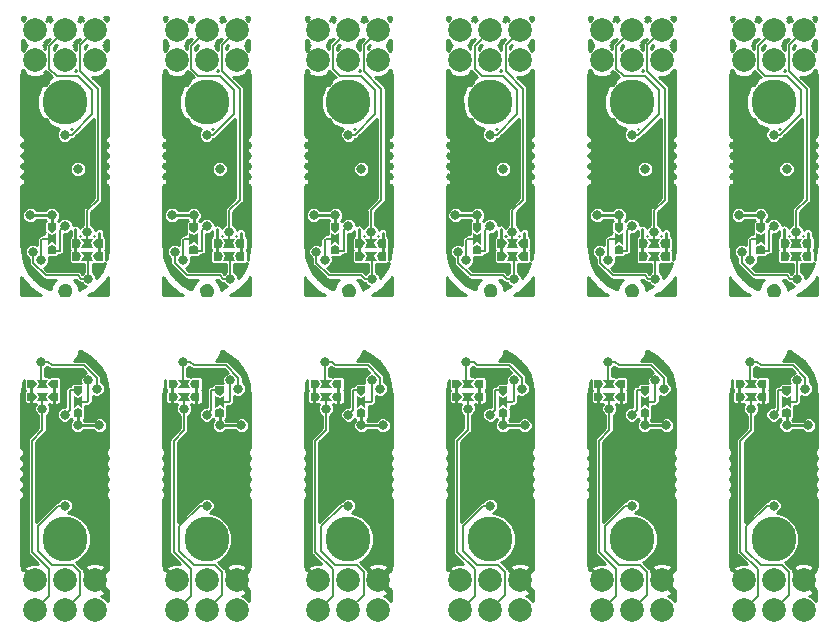
<source format=gbl>
G04 #@! TF.GenerationSoftware,KiCad,Pcbnew,5.0.2-bee76a0~70~ubuntu18.04.1*
G04 #@! TF.CreationDate,2020-03-16T11:34:46+01:00*
G04 #@! TF.ProjectId,output.A1335_long_I2C_panel,6f757470-7574-42e4-9131-3333355f6c6f,rev?*
G04 #@! TF.SameCoordinates,Original*
G04 #@! TF.FileFunction,Copper,L2,Bot*
G04 #@! TF.FilePolarity,Positive*
%FSLAX46Y46*%
G04 Gerber Fmt 4.6, Leading zero omitted, Abs format (unit mm)*
G04 Created by KiCad (PCBNEW 5.0.2-bee76a0~70~ubuntu18.04.1) date Mon 16 Mar 2020 11:34:46 AM CET*
%MOMM*%
%LPD*%
G01*
G04 APERTURE LIST*
G04 #@! TA.AperFunction,ComponentPad*
%ADD10C,1.998980*%
G04 #@! TD*
G04 #@! TA.AperFunction,SMDPad,CuDef*
%ADD11C,0.600000*%
G04 #@! TD*
G04 #@! TA.AperFunction,Conductor*
%ADD12C,0.100000*%
G04 #@! TD*
G04 #@! TA.AperFunction,ComponentPad*
%ADD13C,3.800000*%
G04 #@! TD*
G04 #@! TA.AperFunction,ViaPad*
%ADD14C,0.800000*%
G04 #@! TD*
G04 #@! TA.AperFunction,Conductor*
%ADD15C,0.254000*%
G04 #@! TD*
G04 #@! TA.AperFunction,Conductor*
%ADD16C,0.152400*%
G04 #@! TD*
G04 #@! TA.AperFunction,NonConductor*
%ADD17C,0.254000*%
G04 #@! TD*
G04 APERTURE END LIST*
D10*
G04 #@! TO.P,GND,1*
G04 #@! TO.N,N/C*
X165540000Y-70000000D03*
G04 #@! TD*
G04 #@! TO.P,5V,1*
G04 #@! TO.N,N/C*
X124460000Y-70000000D03*
G04 #@! TD*
G04 #@! TO.P,5V,1*
G04 #@! TO.N,N/C*
X136460000Y-70000000D03*
G04 #@! TD*
G04 #@! TO.P,5V,1*
G04 #@! TO.N,N/C*
X148460000Y-70000000D03*
G04 #@! TD*
G04 #@! TO.P,5V,1*
G04 #@! TO.N,N/C*
X160460000Y-70000000D03*
G04 #@! TD*
G04 #@! TO.P,GND,1*
G04 #@! TO.N,N/C*
X129540000Y-70000000D03*
G04 #@! TD*
G04 #@! TO.P,GND,1*
G04 #@! TO.N,N/C*
X141540000Y-70000000D03*
G04 #@! TD*
G04 #@! TO.P,GND,1*
G04 #@! TO.N,N/C*
X153540000Y-70000000D03*
G04 #@! TD*
D11*
G04 #@! TO.P,SA0,2*
G04 #@! TO.N,N/C*
X164900000Y-86600000D03*
D12*
G04 #@! TD*
G04 #@! TO.N,N/C*
G04 #@! TO.C,SA0*
G36*
X165201000Y-86600000D02*
X165400000Y-86950000D01*
X164400000Y-86950000D01*
X164599000Y-86600000D01*
X164400000Y-86250000D01*
X165400000Y-86250000D01*
X165201000Y-86600000D01*
X165201000Y-86600000D01*
G37*
D11*
G04 #@! TO.P,SA0,1*
G04 #@! TO.N,N/C*
X163900000Y-86600000D03*
D12*
G04 #@! TD*
G04 #@! TO.N,N/C*
G04 #@! TO.C,SA0*
G36*
X164400000Y-86600000D02*
X164200000Y-86950000D01*
X163600000Y-86950000D01*
X163600000Y-86250000D01*
X164200000Y-86250000D01*
X164400000Y-86600000D01*
X164400000Y-86600000D01*
G37*
D11*
G04 #@! TO.P,SA0,3*
G04 #@! TO.N,N/C*
X165900000Y-86600000D03*
D12*
G04 #@! TD*
G04 #@! TO.N,N/C*
G04 #@! TO.C,SA0*
G36*
X166200000Y-86950000D02*
X165600000Y-86950000D01*
X165400000Y-86600000D01*
X165600000Y-86250000D01*
X166200000Y-86250000D01*
X166200000Y-86950000D01*
X166200000Y-86950000D01*
G37*
D10*
G04 #@! TO.P,~CS,1*
G04 #@! TO.N,N/C*
X151000000Y-70000000D03*
G04 #@! TD*
D11*
G04 #@! TO.P,SPI-I2C,2*
G04 #@! TO.N,N/C*
X137900000Y-85100000D03*
D12*
G04 #@! TD*
G04 #@! TO.N,N/C*
G04 #@! TO.C,SPI-I2C*
G36*
X137900000Y-84799000D02*
X138250000Y-84600000D01*
X138250000Y-85600000D01*
X137900000Y-85401000D01*
X137550000Y-85600000D01*
X137550000Y-84600000D01*
X137900000Y-84799000D01*
X137900000Y-84799000D01*
G37*
D11*
G04 #@! TO.P,SPI-I2C,1*
G04 #@! TO.N,N/C*
X137900000Y-86100000D03*
D12*
G04 #@! TD*
G04 #@! TO.N,N/C*
G04 #@! TO.C,SPI-I2C*
G36*
X137900000Y-85600000D02*
X138250000Y-85800000D01*
X138250000Y-86400000D01*
X137550000Y-86400000D01*
X137550000Y-85800000D01*
X137900000Y-85600000D01*
X137900000Y-85600000D01*
G37*
D11*
G04 #@! TO.P,SPI-I2C,3*
G04 #@! TO.N,N/C*
X137900000Y-84100000D03*
D12*
G04 #@! TD*
G04 #@! TO.N,N/C*
G04 #@! TO.C,SPI-I2C*
G36*
X138250000Y-83800000D02*
X138250000Y-84400000D01*
X137900000Y-84600000D01*
X137550000Y-84400000D01*
X137550000Y-83800000D01*
X138250000Y-83800000D01*
X138250000Y-83800000D01*
G37*
D11*
G04 #@! TO.P,SPI-I2C,2*
G04 #@! TO.N,N/C*
X149900000Y-85100000D03*
D12*
G04 #@! TD*
G04 #@! TO.N,N/C*
G04 #@! TO.C,SPI-I2C*
G36*
X149900000Y-84799000D02*
X150250000Y-84600000D01*
X150250000Y-85600000D01*
X149900000Y-85401000D01*
X149550000Y-85600000D01*
X149550000Y-84600000D01*
X149900000Y-84799000D01*
X149900000Y-84799000D01*
G37*
D11*
G04 #@! TO.P,SPI-I2C,1*
G04 #@! TO.N,N/C*
X149900000Y-86100000D03*
D12*
G04 #@! TD*
G04 #@! TO.N,N/C*
G04 #@! TO.C,SPI-I2C*
G36*
X149900000Y-85600000D02*
X150250000Y-85800000D01*
X150250000Y-86400000D01*
X149550000Y-86400000D01*
X149550000Y-85800000D01*
X149900000Y-85600000D01*
X149900000Y-85600000D01*
G37*
D11*
G04 #@! TO.P,SPI-I2C,3*
G04 #@! TO.N,N/C*
X149900000Y-84100000D03*
D12*
G04 #@! TD*
G04 #@! TO.N,N/C*
G04 #@! TO.C,SPI-I2C*
G36*
X150250000Y-83800000D02*
X150250000Y-84400000D01*
X149900000Y-84600000D01*
X149550000Y-84400000D01*
X149550000Y-83800000D01*
X150250000Y-83800000D01*
X150250000Y-83800000D01*
G37*
D10*
G04 #@! TO.P,MISO/SDA,1*
G04 #@! TO.N,N/C*
X115000000Y-67460000D03*
G04 #@! TD*
G04 #@! TO.P,MISO/SDA,1*
G04 #@! TO.N,N/C*
X127000000Y-67460000D03*
G04 #@! TD*
G04 #@! TO.P,MISO/SDA,1*
G04 #@! TO.N,N/C*
X139000000Y-67460000D03*
G04 #@! TD*
G04 #@! TO.P,MOSI,1*
G04 #@! TO.N,N/C*
X153540000Y-67460000D03*
G04 #@! TD*
G04 #@! TO.P,MOSI,1*
G04 #@! TO.N,N/C*
X165540000Y-67460000D03*
G04 #@! TD*
G04 #@! TO.P,5V,1*
G04 #@! TO.N,N/C*
X112460000Y-70000000D03*
G04 #@! TD*
G04 #@! TO.P,MISO/SDA,1*
G04 #@! TO.N,N/C*
X151000000Y-67460000D03*
G04 #@! TD*
G04 #@! TO.P,MISO/SDA,1*
G04 #@! TO.N,N/C*
X163000000Y-67460000D03*
G04 #@! TD*
G04 #@! TO.P,GND,1*
G04 #@! TO.N,N/C*
X117540000Y-70000000D03*
G04 #@! TD*
D11*
G04 #@! TO.P,SPI-I2C,2*
G04 #@! TO.N,N/C*
X161900000Y-85100000D03*
D12*
G04 #@! TD*
G04 #@! TO.N,N/C*
G04 #@! TO.C,SPI-I2C*
G36*
X161900000Y-84799000D02*
X162250000Y-84600000D01*
X162250000Y-85600000D01*
X161900000Y-85401000D01*
X161550000Y-85600000D01*
X161550000Y-84600000D01*
X161900000Y-84799000D01*
X161900000Y-84799000D01*
G37*
D11*
G04 #@! TO.P,SPI-I2C,1*
G04 #@! TO.N,N/C*
X161900000Y-86100000D03*
D12*
G04 #@! TD*
G04 #@! TO.N,N/C*
G04 #@! TO.C,SPI-I2C*
G36*
X161900000Y-85600000D02*
X162250000Y-85800000D01*
X162250000Y-86400000D01*
X161550000Y-86400000D01*
X161550000Y-85800000D01*
X161900000Y-85600000D01*
X161900000Y-85600000D01*
G37*
D11*
G04 #@! TO.P,SPI-I2C,3*
G04 #@! TO.N,N/C*
X161900000Y-84100000D03*
D12*
G04 #@! TD*
G04 #@! TO.N,N/C*
G04 #@! TO.C,SPI-I2C*
G36*
X162250000Y-83800000D02*
X162250000Y-84400000D01*
X161900000Y-84600000D01*
X161550000Y-84400000D01*
X161550000Y-83800000D01*
X162250000Y-83800000D01*
X162250000Y-83800000D01*
G37*
D10*
G04 #@! TO.P,MOSI,1*
G04 #@! TO.N,N/C*
X117540000Y-67460000D03*
G04 #@! TD*
G04 #@! TO.P,MOSI,1*
G04 #@! TO.N,N/C*
X129540000Y-67460000D03*
G04 #@! TD*
G04 #@! TO.P,MOSI,1*
G04 #@! TO.N,N/C*
X141540000Y-67460000D03*
G04 #@! TD*
G04 #@! TO.P,SCK,1*
G04 #@! TO.N,N/C*
X136460000Y-67460000D03*
G04 #@! TD*
G04 #@! TO.P,SCK,1*
G04 #@! TO.N,N/C*
X148460000Y-67460000D03*
G04 #@! TD*
G04 #@! TO.P,SCK,1*
G04 #@! TO.N,N/C*
X160460000Y-67460000D03*
G04 #@! TD*
D13*
G04 #@! TO.P,H1,1*
G04 #@! TO.N,N/C*
X115000000Y-73500000D03*
G04 #@! TD*
D11*
G04 #@! TO.P,SPI-I2C,2*
G04 #@! TO.N,N/C*
X113900000Y-85100000D03*
D12*
G04 #@! TD*
G04 #@! TO.N,N/C*
G04 #@! TO.C,SPI-I2C*
G36*
X113900000Y-84799000D02*
X114250000Y-84600000D01*
X114250000Y-85600000D01*
X113900000Y-85401000D01*
X113550000Y-85600000D01*
X113550000Y-84600000D01*
X113900000Y-84799000D01*
X113900000Y-84799000D01*
G37*
D11*
G04 #@! TO.P,SPI-I2C,1*
G04 #@! TO.N,N/C*
X113900000Y-86100000D03*
D12*
G04 #@! TD*
G04 #@! TO.N,N/C*
G04 #@! TO.C,SPI-I2C*
G36*
X113900000Y-85600000D02*
X114250000Y-85800000D01*
X114250000Y-86400000D01*
X113550000Y-86400000D01*
X113550000Y-85800000D01*
X113900000Y-85600000D01*
X113900000Y-85600000D01*
G37*
D11*
G04 #@! TO.P,SPI-I2C,3*
G04 #@! TO.N,N/C*
X113900000Y-84100000D03*
D12*
G04 #@! TD*
G04 #@! TO.N,N/C*
G04 #@! TO.C,SPI-I2C*
G36*
X114250000Y-83800000D02*
X114250000Y-84400000D01*
X113900000Y-84600000D01*
X113550000Y-84400000D01*
X113550000Y-83800000D01*
X114250000Y-83800000D01*
X114250000Y-83800000D01*
G37*
D11*
G04 #@! TO.P,SPI-I2C,2*
G04 #@! TO.N,N/C*
X125900000Y-85100000D03*
D12*
G04 #@! TD*
G04 #@! TO.N,N/C*
G04 #@! TO.C,SPI-I2C*
G36*
X125900000Y-84799000D02*
X126250000Y-84600000D01*
X126250000Y-85600000D01*
X125900000Y-85401000D01*
X125550000Y-85600000D01*
X125550000Y-84600000D01*
X125900000Y-84799000D01*
X125900000Y-84799000D01*
G37*
D11*
G04 #@! TO.P,SPI-I2C,1*
G04 #@! TO.N,N/C*
X125900000Y-86100000D03*
D12*
G04 #@! TD*
G04 #@! TO.N,N/C*
G04 #@! TO.C,SPI-I2C*
G36*
X125900000Y-85600000D02*
X126250000Y-85800000D01*
X126250000Y-86400000D01*
X125550000Y-86400000D01*
X125550000Y-85800000D01*
X125900000Y-85600000D01*
X125900000Y-85600000D01*
G37*
D11*
G04 #@! TO.P,SPI-I2C,3*
G04 #@! TO.N,N/C*
X125900000Y-84100000D03*
D12*
G04 #@! TD*
G04 #@! TO.N,N/C*
G04 #@! TO.C,SPI-I2C*
G36*
X126250000Y-83800000D02*
X126250000Y-84400000D01*
X125900000Y-84600000D01*
X125550000Y-84400000D01*
X125550000Y-83800000D01*
X126250000Y-83800000D01*
X126250000Y-83800000D01*
G37*
D10*
G04 #@! TO.P,~CS,1*
G04 #@! TO.N,N/C*
X163000000Y-70000000D03*
G04 #@! TD*
D11*
G04 #@! TO.P,SA1,2*
G04 #@! TO.N,N/C*
X128900000Y-85500000D03*
D12*
G04 #@! TD*
G04 #@! TO.N,N/C*
G04 #@! TO.C,SA1*
G36*
X129201000Y-85500000D02*
X129400000Y-85850000D01*
X128400000Y-85850000D01*
X128599000Y-85500000D01*
X128400000Y-85150000D01*
X129400000Y-85150000D01*
X129201000Y-85500000D01*
X129201000Y-85500000D01*
G37*
D11*
G04 #@! TO.P,SA1,1*
G04 #@! TO.N,N/C*
X127900000Y-85500000D03*
D12*
G04 #@! TD*
G04 #@! TO.N,N/C*
G04 #@! TO.C,SA1*
G36*
X128400000Y-85500000D02*
X128200000Y-85850000D01*
X127600000Y-85850000D01*
X127600000Y-85150000D01*
X128200000Y-85150000D01*
X128400000Y-85500000D01*
X128400000Y-85500000D01*
G37*
D11*
G04 #@! TO.P,SA1,3*
G04 #@! TO.N,N/C*
X129900000Y-85500000D03*
D12*
G04 #@! TD*
G04 #@! TO.N,N/C*
G04 #@! TO.C,SA1*
G36*
X130200000Y-85850000D02*
X129600000Y-85850000D01*
X129400000Y-85500000D01*
X129600000Y-85150000D01*
X130200000Y-85150000D01*
X130200000Y-85850000D01*
X130200000Y-85850000D01*
G37*
D11*
G04 #@! TO.P,SA1,2*
G04 #@! TO.N,N/C*
X140900000Y-85500000D03*
D12*
G04 #@! TD*
G04 #@! TO.N,N/C*
G04 #@! TO.C,SA1*
G36*
X141201000Y-85500000D02*
X141400000Y-85850000D01*
X140400000Y-85850000D01*
X140599000Y-85500000D01*
X140400000Y-85150000D01*
X141400000Y-85150000D01*
X141201000Y-85500000D01*
X141201000Y-85500000D01*
G37*
D11*
G04 #@! TO.P,SA1,1*
G04 #@! TO.N,N/C*
X139900000Y-85500000D03*
D12*
G04 #@! TD*
G04 #@! TO.N,N/C*
G04 #@! TO.C,SA1*
G36*
X140400000Y-85500000D02*
X140200000Y-85850000D01*
X139600000Y-85850000D01*
X139600000Y-85150000D01*
X140200000Y-85150000D01*
X140400000Y-85500000D01*
X140400000Y-85500000D01*
G37*
D11*
G04 #@! TO.P,SA1,3*
G04 #@! TO.N,N/C*
X141900000Y-85500000D03*
D12*
G04 #@! TD*
G04 #@! TO.N,N/C*
G04 #@! TO.C,SA1*
G36*
X142200000Y-85850000D02*
X141600000Y-85850000D01*
X141400000Y-85500000D01*
X141600000Y-85150000D01*
X142200000Y-85150000D01*
X142200000Y-85850000D01*
X142200000Y-85850000D01*
G37*
D11*
G04 #@! TO.P,SA1,2*
G04 #@! TO.N,N/C*
X164900000Y-85500000D03*
D12*
G04 #@! TD*
G04 #@! TO.N,N/C*
G04 #@! TO.C,SA1*
G36*
X165201000Y-85500000D02*
X165400000Y-85850000D01*
X164400000Y-85850000D01*
X164599000Y-85500000D01*
X164400000Y-85150000D01*
X165400000Y-85150000D01*
X165201000Y-85500000D01*
X165201000Y-85500000D01*
G37*
D11*
G04 #@! TO.P,SA1,1*
G04 #@! TO.N,N/C*
X163900000Y-85500000D03*
D12*
G04 #@! TD*
G04 #@! TO.N,N/C*
G04 #@! TO.C,SA1*
G36*
X164400000Y-85500000D02*
X164200000Y-85850000D01*
X163600000Y-85850000D01*
X163600000Y-85150000D01*
X164200000Y-85150000D01*
X164400000Y-85500000D01*
X164400000Y-85500000D01*
G37*
D11*
G04 #@! TO.P,SA1,3*
G04 #@! TO.N,N/C*
X165900000Y-85500000D03*
D12*
G04 #@! TD*
G04 #@! TO.N,N/C*
G04 #@! TO.C,SA1*
G36*
X166200000Y-85850000D02*
X165600000Y-85850000D01*
X165400000Y-85500000D01*
X165600000Y-85150000D01*
X166200000Y-85150000D01*
X166200000Y-85850000D01*
X166200000Y-85850000D01*
G37*
D11*
G04 #@! TO.P,SA1,2*
G04 #@! TO.N,N/C*
X152900000Y-85500000D03*
D12*
G04 #@! TD*
G04 #@! TO.N,N/C*
G04 #@! TO.C,SA1*
G36*
X153201000Y-85500000D02*
X153400000Y-85850000D01*
X152400000Y-85850000D01*
X152599000Y-85500000D01*
X152400000Y-85150000D01*
X153400000Y-85150000D01*
X153201000Y-85500000D01*
X153201000Y-85500000D01*
G37*
D11*
G04 #@! TO.P,SA1,1*
G04 #@! TO.N,N/C*
X151900000Y-85500000D03*
D12*
G04 #@! TD*
G04 #@! TO.N,N/C*
G04 #@! TO.C,SA1*
G36*
X152400000Y-85500000D02*
X152200000Y-85850000D01*
X151600000Y-85850000D01*
X151600000Y-85150000D01*
X152200000Y-85150000D01*
X152400000Y-85500000D01*
X152400000Y-85500000D01*
G37*
D11*
G04 #@! TO.P,SA1,3*
G04 #@! TO.N,N/C*
X153900000Y-85500000D03*
D12*
G04 #@! TD*
G04 #@! TO.N,N/C*
G04 #@! TO.C,SA1*
G36*
X154200000Y-85850000D02*
X153600000Y-85850000D01*
X153400000Y-85500000D01*
X153600000Y-85150000D01*
X154200000Y-85150000D01*
X154200000Y-85850000D01*
X154200000Y-85850000D01*
G37*
D11*
G04 #@! TO.P,SA0,2*
G04 #@! TO.N,N/C*
X140900000Y-86600000D03*
D12*
G04 #@! TD*
G04 #@! TO.N,N/C*
G04 #@! TO.C,SA0*
G36*
X141201000Y-86600000D02*
X141400000Y-86950000D01*
X140400000Y-86950000D01*
X140599000Y-86600000D01*
X140400000Y-86250000D01*
X141400000Y-86250000D01*
X141201000Y-86600000D01*
X141201000Y-86600000D01*
G37*
D11*
G04 #@! TO.P,SA0,1*
G04 #@! TO.N,N/C*
X139900000Y-86600000D03*
D12*
G04 #@! TD*
G04 #@! TO.N,N/C*
G04 #@! TO.C,SA0*
G36*
X140400000Y-86600000D02*
X140200000Y-86950000D01*
X139600000Y-86950000D01*
X139600000Y-86250000D01*
X140200000Y-86250000D01*
X140400000Y-86600000D01*
X140400000Y-86600000D01*
G37*
D11*
G04 #@! TO.P,SA0,3*
G04 #@! TO.N,N/C*
X141900000Y-86600000D03*
D12*
G04 #@! TD*
G04 #@! TO.N,N/C*
G04 #@! TO.C,SA0*
G36*
X142200000Y-86950000D02*
X141600000Y-86950000D01*
X141400000Y-86600000D01*
X141600000Y-86250000D01*
X142200000Y-86250000D01*
X142200000Y-86950000D01*
X142200000Y-86950000D01*
G37*
D11*
G04 #@! TO.P,SPI-I2C,3*
G04 #@! TO.N,N/C*
X173900000Y-84100000D03*
D12*
G04 #@! TD*
G04 #@! TO.N,N/C*
G04 #@! TO.C,SPI-I2C*
G36*
X174250000Y-83800000D02*
X174250000Y-84400000D01*
X173900000Y-84600000D01*
X173550000Y-84400000D01*
X173550000Y-83800000D01*
X174250000Y-83800000D01*
X174250000Y-83800000D01*
G37*
D11*
G04 #@! TO.P,SPI-I2C,1*
G04 #@! TO.N,N/C*
X173900000Y-86100000D03*
D12*
G04 #@! TD*
G04 #@! TO.N,N/C*
G04 #@! TO.C,SPI-I2C*
G36*
X173900000Y-85600000D02*
X174250000Y-85800000D01*
X174250000Y-86400000D01*
X173550000Y-86400000D01*
X173550000Y-85800000D01*
X173900000Y-85600000D01*
X173900000Y-85600000D01*
G37*
D11*
G04 #@! TO.P,SPI-I2C,2*
G04 #@! TO.N,N/C*
X173900000Y-85100000D03*
D12*
G04 #@! TD*
G04 #@! TO.N,N/C*
G04 #@! TO.C,SPI-I2C*
G36*
X173900000Y-84799000D02*
X174250000Y-84600000D01*
X174250000Y-85600000D01*
X173900000Y-85401000D01*
X173550000Y-85600000D01*
X173550000Y-84600000D01*
X173900000Y-84799000D01*
X173900000Y-84799000D01*
G37*
D10*
G04 #@! TO.P,MOSI,1*
G04 #@! TO.N,N/C*
X177540000Y-67460000D03*
G04 #@! TD*
G04 #@! TO.P,5V,1*
G04 #@! TO.N,N/C*
X172460000Y-70000000D03*
G04 #@! TD*
G04 #@! TO.P,SCK,1*
G04 #@! TO.N,N/C*
X172460000Y-67460000D03*
G04 #@! TD*
D13*
G04 #@! TO.P,H1,1*
G04 #@! TO.N,N/C*
X175000000Y-73500000D03*
G04 #@! TD*
D10*
G04 #@! TO.P,MISO/SDA,1*
G04 #@! TO.N,N/C*
X175000000Y-67460000D03*
G04 #@! TD*
G04 #@! TO.P,GND,1*
G04 #@! TO.N,N/C*
X177540000Y-70000000D03*
G04 #@! TD*
D11*
G04 #@! TO.P,SA0,2*
G04 #@! TO.N,N/C*
X152900000Y-86600000D03*
D12*
G04 #@! TD*
G04 #@! TO.N,N/C*
G04 #@! TO.C,SA0*
G36*
X153201000Y-86600000D02*
X153400000Y-86950000D01*
X152400000Y-86950000D01*
X152599000Y-86600000D01*
X152400000Y-86250000D01*
X153400000Y-86250000D01*
X153201000Y-86600000D01*
X153201000Y-86600000D01*
G37*
D11*
G04 #@! TO.P,SA0,1*
G04 #@! TO.N,N/C*
X151900000Y-86600000D03*
D12*
G04 #@! TD*
G04 #@! TO.N,N/C*
G04 #@! TO.C,SA0*
G36*
X152400000Y-86600000D02*
X152200000Y-86950000D01*
X151600000Y-86950000D01*
X151600000Y-86250000D01*
X152200000Y-86250000D01*
X152400000Y-86600000D01*
X152400000Y-86600000D01*
G37*
D11*
G04 #@! TO.P,SA0,3*
G04 #@! TO.N,N/C*
X153900000Y-86600000D03*
D12*
G04 #@! TD*
G04 #@! TO.N,N/C*
G04 #@! TO.C,SA0*
G36*
X154200000Y-86950000D02*
X153600000Y-86950000D01*
X153400000Y-86600000D01*
X153600000Y-86250000D01*
X154200000Y-86250000D01*
X154200000Y-86950000D01*
X154200000Y-86950000D01*
G37*
D11*
G04 #@! TO.P,SA1,2*
G04 #@! TO.N,N/C*
X116900000Y-85500000D03*
D12*
G04 #@! TD*
G04 #@! TO.N,N/C*
G04 #@! TO.C,SA1*
G36*
X117201000Y-85500000D02*
X117400000Y-85850000D01*
X116400000Y-85850000D01*
X116599000Y-85500000D01*
X116400000Y-85150000D01*
X117400000Y-85150000D01*
X117201000Y-85500000D01*
X117201000Y-85500000D01*
G37*
D11*
G04 #@! TO.P,SA1,1*
G04 #@! TO.N,N/C*
X115900000Y-85500000D03*
D12*
G04 #@! TD*
G04 #@! TO.N,N/C*
G04 #@! TO.C,SA1*
G36*
X116400000Y-85500000D02*
X116200000Y-85850000D01*
X115600000Y-85850000D01*
X115600000Y-85150000D01*
X116200000Y-85150000D01*
X116400000Y-85500000D01*
X116400000Y-85500000D01*
G37*
D11*
G04 #@! TO.P,SA1,3*
G04 #@! TO.N,N/C*
X117900000Y-85500000D03*
D12*
G04 #@! TD*
G04 #@! TO.N,N/C*
G04 #@! TO.C,SA1*
G36*
X118200000Y-85850000D02*
X117600000Y-85850000D01*
X117400000Y-85500000D01*
X117600000Y-85150000D01*
X118200000Y-85150000D01*
X118200000Y-85850000D01*
X118200000Y-85850000D01*
G37*
D10*
G04 #@! TO.P,~CS,1*
G04 #@! TO.N,N/C*
X175000000Y-70000000D03*
G04 #@! TD*
D11*
G04 #@! TO.P,SA0,3*
G04 #@! TO.N,N/C*
X177900000Y-86600000D03*
D12*
G04 #@! TD*
G04 #@! TO.N,N/C*
G04 #@! TO.C,SA0*
G36*
X178200000Y-86950000D02*
X177600000Y-86950000D01*
X177400000Y-86600000D01*
X177600000Y-86250000D01*
X178200000Y-86250000D01*
X178200000Y-86950000D01*
X178200000Y-86950000D01*
G37*
D11*
G04 #@! TO.P,SA0,1*
G04 #@! TO.N,N/C*
X175900000Y-86600000D03*
D12*
G04 #@! TD*
G04 #@! TO.N,N/C*
G04 #@! TO.C,SA0*
G36*
X176400000Y-86600000D02*
X176200000Y-86950000D01*
X175600000Y-86950000D01*
X175600000Y-86250000D01*
X176200000Y-86250000D01*
X176400000Y-86600000D01*
X176400000Y-86600000D01*
G37*
D11*
G04 #@! TO.P,SA0,2*
G04 #@! TO.N,N/C*
X176900000Y-86600000D03*
D12*
G04 #@! TD*
G04 #@! TO.N,N/C*
G04 #@! TO.C,SA0*
G36*
X177201000Y-86600000D02*
X177400000Y-86950000D01*
X176400000Y-86950000D01*
X176599000Y-86600000D01*
X176400000Y-86250000D01*
X177400000Y-86250000D01*
X177201000Y-86600000D01*
X177201000Y-86600000D01*
G37*
D11*
G04 #@! TO.P,SA1,3*
G04 #@! TO.N,N/C*
X177900000Y-85500000D03*
D12*
G04 #@! TD*
G04 #@! TO.N,N/C*
G04 #@! TO.C,SA1*
G36*
X178200000Y-85850000D02*
X177600000Y-85850000D01*
X177400000Y-85500000D01*
X177600000Y-85150000D01*
X178200000Y-85150000D01*
X178200000Y-85850000D01*
X178200000Y-85850000D01*
G37*
D11*
G04 #@! TO.P,SA1,1*
G04 #@! TO.N,N/C*
X175900000Y-85500000D03*
D12*
G04 #@! TD*
G04 #@! TO.N,N/C*
G04 #@! TO.C,SA1*
G36*
X176400000Y-85500000D02*
X176200000Y-85850000D01*
X175600000Y-85850000D01*
X175600000Y-85150000D01*
X176200000Y-85150000D01*
X176400000Y-85500000D01*
X176400000Y-85500000D01*
G37*
D11*
G04 #@! TO.P,SA1,2*
G04 #@! TO.N,N/C*
X176900000Y-85500000D03*
D12*
G04 #@! TD*
G04 #@! TO.N,N/C*
G04 #@! TO.C,SA1*
G36*
X177201000Y-85500000D02*
X177400000Y-85850000D01*
X176400000Y-85850000D01*
X176599000Y-85500000D01*
X176400000Y-85150000D01*
X177400000Y-85150000D01*
X177201000Y-85500000D01*
X177201000Y-85500000D01*
G37*
D10*
G04 #@! TO.P,SCK,1*
G04 #@! TO.N,N/C*
X112460000Y-67460000D03*
G04 #@! TD*
G04 #@! TO.P,SCK,1*
G04 #@! TO.N,N/C*
X124460000Y-67460000D03*
G04 #@! TD*
D13*
G04 #@! TO.P,H1,1*
G04 #@! TO.N,N/C*
X127000000Y-73500000D03*
G04 #@! TD*
G04 #@! TO.P,H1,1*
G04 #@! TO.N,N/C*
X139000000Y-73500000D03*
G04 #@! TD*
G04 #@! TO.P,H1,1*
G04 #@! TO.N,N/C*
X151000000Y-73500000D03*
G04 #@! TD*
G04 #@! TO.P,H1,1*
G04 #@! TO.N,N/C*
X163000000Y-73500000D03*
G04 #@! TD*
D10*
G04 #@! TO.P,~CS,1*
G04 #@! TO.N,N/C*
X127000000Y-70000000D03*
G04 #@! TD*
G04 #@! TO.P,~CS,1*
G04 #@! TO.N,N/C*
X115000000Y-70000000D03*
G04 #@! TD*
G04 #@! TO.P,~CS,1*
G04 #@! TO.N,N/C*
X139000000Y-70000000D03*
G04 #@! TD*
D11*
G04 #@! TO.P,SA0,2*
G04 #@! TO.N,N/C*
X116900000Y-86600000D03*
D12*
G04 #@! TD*
G04 #@! TO.N,N/C*
G04 #@! TO.C,SA0*
G36*
X117201000Y-86600000D02*
X117400000Y-86950000D01*
X116400000Y-86950000D01*
X116599000Y-86600000D01*
X116400000Y-86250000D01*
X117400000Y-86250000D01*
X117201000Y-86600000D01*
X117201000Y-86600000D01*
G37*
D11*
G04 #@! TO.P,SA0,1*
G04 #@! TO.N,N/C*
X115900000Y-86600000D03*
D12*
G04 #@! TD*
G04 #@! TO.N,N/C*
G04 #@! TO.C,SA0*
G36*
X116400000Y-86600000D02*
X116200000Y-86950000D01*
X115600000Y-86950000D01*
X115600000Y-86250000D01*
X116200000Y-86250000D01*
X116400000Y-86600000D01*
X116400000Y-86600000D01*
G37*
D11*
G04 #@! TO.P,SA0,3*
G04 #@! TO.N,N/C*
X117900000Y-86600000D03*
D12*
G04 #@! TD*
G04 #@! TO.N,N/C*
G04 #@! TO.C,SA0*
G36*
X118200000Y-86950000D02*
X117600000Y-86950000D01*
X117400000Y-86600000D01*
X117600000Y-86250000D01*
X118200000Y-86250000D01*
X118200000Y-86950000D01*
X118200000Y-86950000D01*
G37*
D11*
G04 #@! TO.P,SA0,2*
G04 #@! TO.N,N/C*
X128900000Y-86600000D03*
D12*
G04 #@! TD*
G04 #@! TO.N,N/C*
G04 #@! TO.C,SA0*
G36*
X129201000Y-86600000D02*
X129400000Y-86950000D01*
X128400000Y-86950000D01*
X128599000Y-86600000D01*
X128400000Y-86250000D01*
X129400000Y-86250000D01*
X129201000Y-86600000D01*
X129201000Y-86600000D01*
G37*
D11*
G04 #@! TO.P,SA0,1*
G04 #@! TO.N,N/C*
X127900000Y-86600000D03*
D12*
G04 #@! TD*
G04 #@! TO.N,N/C*
G04 #@! TO.C,SA0*
G36*
X128400000Y-86600000D02*
X128200000Y-86950000D01*
X127600000Y-86950000D01*
X127600000Y-86250000D01*
X128200000Y-86250000D01*
X128400000Y-86600000D01*
X128400000Y-86600000D01*
G37*
D11*
G04 #@! TO.P,SA0,3*
G04 #@! TO.N,N/C*
X129900000Y-86600000D03*
D12*
G04 #@! TD*
G04 #@! TO.N,N/C*
G04 #@! TO.C,SA0*
G36*
X130200000Y-86950000D02*
X129600000Y-86950000D01*
X129400000Y-86600000D01*
X129600000Y-86250000D01*
X130200000Y-86250000D01*
X130200000Y-86950000D01*
X130200000Y-86950000D01*
G37*
D11*
G04 #@! TO.P,SPI-I2C,3*
G04 #@! TO.N,GND*
X176100000Y-99900000D03*
D12*
G04 #@! TD*
G04 #@! TO.N,GND*
G04 #@! TO.C,SPI-I2C*
G36*
X175750000Y-100200000D02*
X175750000Y-99600000D01*
X176100000Y-99400000D01*
X176450000Y-99600000D01*
X176450000Y-100200000D01*
X175750000Y-100200000D01*
X175750000Y-100200000D01*
G37*
D11*
G04 #@! TO.P,SPI-I2C,1*
G04 #@! TO.N,/BYP*
X176100000Y-97900000D03*
D12*
G04 #@! TD*
G04 #@! TO.N,/BYP*
G04 #@! TO.C,SPI-I2C*
G36*
X176100000Y-98400000D02*
X175750000Y-98200000D01*
X175750000Y-97600000D01*
X176450000Y-97600000D01*
X176450000Y-98200000D01*
X176100000Y-98400000D01*
X176100000Y-98400000D01*
G37*
D11*
G04 #@! TO.P,SPI-I2C,2*
G04 #@! TO.N,Net-(JP1-Pad2)*
X176100000Y-98900000D03*
D12*
G04 #@! TD*
G04 #@! TO.N,Net-(JP1-Pad2)*
G04 #@! TO.C,SPI-I2C*
G36*
X176100000Y-99201000D02*
X175750000Y-99400000D01*
X175750000Y-98400000D01*
X176100000Y-98599000D01*
X176450000Y-98400000D01*
X176450000Y-99400000D01*
X176100000Y-99201000D01*
X176100000Y-99201000D01*
G37*
D11*
G04 #@! TO.P,SPI-I2C,3*
G04 #@! TO.N,GND*
X164100000Y-99900000D03*
D12*
G04 #@! TD*
G04 #@! TO.N,GND*
G04 #@! TO.C,SPI-I2C*
G36*
X163750000Y-100200000D02*
X163750000Y-99600000D01*
X164100000Y-99400000D01*
X164450000Y-99600000D01*
X164450000Y-100200000D01*
X163750000Y-100200000D01*
X163750000Y-100200000D01*
G37*
D11*
G04 #@! TO.P,SPI-I2C,1*
G04 #@! TO.N,/BYP*
X164100000Y-97900000D03*
D12*
G04 #@! TD*
G04 #@! TO.N,/BYP*
G04 #@! TO.C,SPI-I2C*
G36*
X164100000Y-98400000D02*
X163750000Y-98200000D01*
X163750000Y-97600000D01*
X164450000Y-97600000D01*
X164450000Y-98200000D01*
X164100000Y-98400000D01*
X164100000Y-98400000D01*
G37*
D11*
G04 #@! TO.P,SPI-I2C,2*
G04 #@! TO.N,Net-(JP1-Pad2)*
X164100000Y-98900000D03*
D12*
G04 #@! TD*
G04 #@! TO.N,Net-(JP1-Pad2)*
G04 #@! TO.C,SPI-I2C*
G36*
X164100000Y-99201000D02*
X163750000Y-99400000D01*
X163750000Y-98400000D01*
X164100000Y-98599000D01*
X164450000Y-98400000D01*
X164450000Y-99400000D01*
X164100000Y-99201000D01*
X164100000Y-99201000D01*
G37*
D11*
G04 #@! TO.P,SPI-I2C,3*
G04 #@! TO.N,GND*
X152100000Y-99900000D03*
D12*
G04 #@! TD*
G04 #@! TO.N,GND*
G04 #@! TO.C,SPI-I2C*
G36*
X151750000Y-100200000D02*
X151750000Y-99600000D01*
X152100000Y-99400000D01*
X152450000Y-99600000D01*
X152450000Y-100200000D01*
X151750000Y-100200000D01*
X151750000Y-100200000D01*
G37*
D11*
G04 #@! TO.P,SPI-I2C,1*
G04 #@! TO.N,/BYP*
X152100000Y-97900000D03*
D12*
G04 #@! TD*
G04 #@! TO.N,/BYP*
G04 #@! TO.C,SPI-I2C*
G36*
X152100000Y-98400000D02*
X151750000Y-98200000D01*
X151750000Y-97600000D01*
X152450000Y-97600000D01*
X152450000Y-98200000D01*
X152100000Y-98400000D01*
X152100000Y-98400000D01*
G37*
D11*
G04 #@! TO.P,SPI-I2C,2*
G04 #@! TO.N,Net-(JP1-Pad2)*
X152100000Y-98900000D03*
D12*
G04 #@! TD*
G04 #@! TO.N,Net-(JP1-Pad2)*
G04 #@! TO.C,SPI-I2C*
G36*
X152100000Y-99201000D02*
X151750000Y-99400000D01*
X151750000Y-98400000D01*
X152100000Y-98599000D01*
X152450000Y-98400000D01*
X152450000Y-99400000D01*
X152100000Y-99201000D01*
X152100000Y-99201000D01*
G37*
D11*
G04 #@! TO.P,SPI-I2C,3*
G04 #@! TO.N,GND*
X140100000Y-99900000D03*
D12*
G04 #@! TD*
G04 #@! TO.N,GND*
G04 #@! TO.C,SPI-I2C*
G36*
X139750000Y-100200000D02*
X139750000Y-99600000D01*
X140100000Y-99400000D01*
X140450000Y-99600000D01*
X140450000Y-100200000D01*
X139750000Y-100200000D01*
X139750000Y-100200000D01*
G37*
D11*
G04 #@! TO.P,SPI-I2C,1*
G04 #@! TO.N,/BYP*
X140100000Y-97900000D03*
D12*
G04 #@! TD*
G04 #@! TO.N,/BYP*
G04 #@! TO.C,SPI-I2C*
G36*
X140100000Y-98400000D02*
X139750000Y-98200000D01*
X139750000Y-97600000D01*
X140450000Y-97600000D01*
X140450000Y-98200000D01*
X140100000Y-98400000D01*
X140100000Y-98400000D01*
G37*
D11*
G04 #@! TO.P,SPI-I2C,2*
G04 #@! TO.N,Net-(JP1-Pad2)*
X140100000Y-98900000D03*
D12*
G04 #@! TD*
G04 #@! TO.N,Net-(JP1-Pad2)*
G04 #@! TO.C,SPI-I2C*
G36*
X140100000Y-99201000D02*
X139750000Y-99400000D01*
X139750000Y-98400000D01*
X140100000Y-98599000D01*
X140450000Y-98400000D01*
X140450000Y-99400000D01*
X140100000Y-99201000D01*
X140100000Y-99201000D01*
G37*
D11*
G04 #@! TO.P,SPI-I2C,3*
G04 #@! TO.N,GND*
X128100000Y-99900000D03*
D12*
G04 #@! TD*
G04 #@! TO.N,GND*
G04 #@! TO.C,SPI-I2C*
G36*
X127750000Y-100200000D02*
X127750000Y-99600000D01*
X128100000Y-99400000D01*
X128450000Y-99600000D01*
X128450000Y-100200000D01*
X127750000Y-100200000D01*
X127750000Y-100200000D01*
G37*
D11*
G04 #@! TO.P,SPI-I2C,1*
G04 #@! TO.N,/BYP*
X128100000Y-97900000D03*
D12*
G04 #@! TD*
G04 #@! TO.N,/BYP*
G04 #@! TO.C,SPI-I2C*
G36*
X128100000Y-98400000D02*
X127750000Y-98200000D01*
X127750000Y-97600000D01*
X128450000Y-97600000D01*
X128450000Y-98200000D01*
X128100000Y-98400000D01*
X128100000Y-98400000D01*
G37*
D11*
G04 #@! TO.P,SPI-I2C,2*
G04 #@! TO.N,Net-(JP1-Pad2)*
X128100000Y-98900000D03*
D12*
G04 #@! TD*
G04 #@! TO.N,Net-(JP1-Pad2)*
G04 #@! TO.C,SPI-I2C*
G36*
X128100000Y-99201000D02*
X127750000Y-99400000D01*
X127750000Y-98400000D01*
X128100000Y-98599000D01*
X128450000Y-98400000D01*
X128450000Y-99400000D01*
X128100000Y-99201000D01*
X128100000Y-99201000D01*
G37*
D10*
G04 #@! TO.P,MOSI,1*
G04 #@! TO.N,/SA1_MOSI*
X172460000Y-116540000D03*
G04 #@! TD*
G04 #@! TO.P,MOSI,1*
G04 #@! TO.N,/SA1_MOSI*
X160460000Y-116540000D03*
G04 #@! TD*
G04 #@! TO.P,MOSI,1*
G04 #@! TO.N,/SA1_MOSI*
X148460000Y-116540000D03*
G04 #@! TD*
G04 #@! TO.P,MOSI,1*
G04 #@! TO.N,/SA1_MOSI*
X136460000Y-116540000D03*
G04 #@! TD*
G04 #@! TO.P,MOSI,1*
G04 #@! TO.N,/SA1_MOSI*
X124460000Y-116540000D03*
G04 #@! TD*
G04 #@! TO.P,5V,1*
G04 #@! TO.N,+5V*
X177540000Y-114000000D03*
G04 #@! TD*
G04 #@! TO.P,5V,1*
G04 #@! TO.N,+5V*
X165540000Y-114000000D03*
G04 #@! TD*
G04 #@! TO.P,5V,1*
G04 #@! TO.N,+5V*
X153540000Y-114000000D03*
G04 #@! TD*
G04 #@! TO.P,5V,1*
G04 #@! TO.N,+5V*
X141540000Y-114000000D03*
G04 #@! TD*
G04 #@! TO.P,5V,1*
G04 #@! TO.N,+5V*
X129540000Y-114000000D03*
G04 #@! TD*
G04 #@! TO.P,SCK,1*
G04 #@! TO.N,/SCL_SCLK*
X177540000Y-116540000D03*
G04 #@! TD*
G04 #@! TO.P,SCK,1*
G04 #@! TO.N,/SCL_SCLK*
X165540000Y-116540000D03*
G04 #@! TD*
G04 #@! TO.P,SCK,1*
G04 #@! TO.N,/SCL_SCLK*
X153540000Y-116540000D03*
G04 #@! TD*
G04 #@! TO.P,SCK,1*
G04 #@! TO.N,/SCL_SCLK*
X141540000Y-116540000D03*
G04 #@! TD*
G04 #@! TO.P,SCK,1*
G04 #@! TO.N,/SCL_SCLK*
X129540000Y-116540000D03*
G04 #@! TD*
D13*
G04 #@! TO.P,H1,1*
G04 #@! TO.N,GND*
X175000000Y-110500000D03*
G04 #@! TD*
G04 #@! TO.P,H1,1*
G04 #@! TO.N,GND*
X163000000Y-110500000D03*
G04 #@! TD*
G04 #@! TO.P,H1,1*
G04 #@! TO.N,GND*
X151000000Y-110500000D03*
G04 #@! TD*
G04 #@! TO.P,H1,1*
G04 #@! TO.N,GND*
X139000000Y-110500000D03*
G04 #@! TD*
G04 #@! TO.P,H1,1*
G04 #@! TO.N,GND*
X127000000Y-110500000D03*
G04 #@! TD*
D10*
G04 #@! TO.P,MISO/SDA,1*
G04 #@! TO.N,/SDA_MISO*
X175000000Y-116540000D03*
G04 #@! TD*
G04 #@! TO.P,MISO/SDA,1*
G04 #@! TO.N,/SDA_MISO*
X163000000Y-116540000D03*
G04 #@! TD*
G04 #@! TO.P,MISO/SDA,1*
G04 #@! TO.N,/SDA_MISO*
X151000000Y-116540000D03*
G04 #@! TD*
G04 #@! TO.P,MISO/SDA,1*
G04 #@! TO.N,/SDA_MISO*
X139000000Y-116540000D03*
G04 #@! TD*
G04 #@! TO.P,MISO/SDA,1*
G04 #@! TO.N,/SDA_MISO*
X127000000Y-116540000D03*
G04 #@! TD*
G04 #@! TO.P,GND,1*
G04 #@! TO.N,GND*
X172460000Y-114000000D03*
G04 #@! TD*
G04 #@! TO.P,GND,1*
G04 #@! TO.N,GND*
X160460000Y-114000000D03*
G04 #@! TD*
G04 #@! TO.P,GND,1*
G04 #@! TO.N,GND*
X148460000Y-114000000D03*
G04 #@! TD*
G04 #@! TO.P,GND,1*
G04 #@! TO.N,GND*
X136460000Y-114000000D03*
G04 #@! TD*
G04 #@! TO.P,GND,1*
G04 #@! TO.N,GND*
X124460000Y-114000000D03*
G04 #@! TD*
G04 #@! TO.P,~CS,1*
G04 #@! TO.N,/SA0_~CS*
X175000000Y-114000000D03*
G04 #@! TD*
G04 #@! TO.P,~CS,1*
G04 #@! TO.N,/SA0_~CS*
X163000000Y-114000000D03*
G04 #@! TD*
G04 #@! TO.P,~CS,1*
G04 #@! TO.N,/SA0_~CS*
X151000000Y-114000000D03*
G04 #@! TD*
G04 #@! TO.P,~CS,1*
G04 #@! TO.N,/SA0_~CS*
X139000000Y-114000000D03*
G04 #@! TD*
G04 #@! TO.P,~CS,1*
G04 #@! TO.N,/SA0_~CS*
X127000000Y-114000000D03*
G04 #@! TD*
D11*
G04 #@! TO.P,SA0,3*
G04 #@! TO.N,GND*
X172100000Y-97400000D03*
D12*
G04 #@! TD*
G04 #@! TO.N,GND*
G04 #@! TO.C,SA0*
G36*
X171800000Y-97050000D02*
X172400000Y-97050000D01*
X172600000Y-97400000D01*
X172400000Y-97750000D01*
X171800000Y-97750000D01*
X171800000Y-97050000D01*
X171800000Y-97050000D01*
G37*
D11*
G04 #@! TO.P,SA0,1*
G04 #@! TO.N,+5V*
X174100000Y-97400000D03*
D12*
G04 #@! TD*
G04 #@! TO.N,+5V*
G04 #@! TO.C,SA0*
G36*
X173600000Y-97400000D02*
X173800000Y-97050000D01*
X174400000Y-97050000D01*
X174400000Y-97750000D01*
X173800000Y-97750000D01*
X173600000Y-97400000D01*
X173600000Y-97400000D01*
G37*
D11*
G04 #@! TO.P,SA0,2*
G04 #@! TO.N,/SA0_~CS*
X173100000Y-97400000D03*
D12*
G04 #@! TD*
G04 #@! TO.N,/SA0_~CS*
G04 #@! TO.C,SA0*
G36*
X172799000Y-97400000D02*
X172600000Y-97050000D01*
X173600000Y-97050000D01*
X173401000Y-97400000D01*
X173600000Y-97750000D01*
X172600000Y-97750000D01*
X172799000Y-97400000D01*
X172799000Y-97400000D01*
G37*
D11*
G04 #@! TO.P,SA0,3*
G04 #@! TO.N,GND*
X160100000Y-97400000D03*
D12*
G04 #@! TD*
G04 #@! TO.N,GND*
G04 #@! TO.C,SA0*
G36*
X159800000Y-97050000D02*
X160400000Y-97050000D01*
X160600000Y-97400000D01*
X160400000Y-97750000D01*
X159800000Y-97750000D01*
X159800000Y-97050000D01*
X159800000Y-97050000D01*
G37*
D11*
G04 #@! TO.P,SA0,1*
G04 #@! TO.N,+5V*
X162100000Y-97400000D03*
D12*
G04 #@! TD*
G04 #@! TO.N,+5V*
G04 #@! TO.C,SA0*
G36*
X161600000Y-97400000D02*
X161800000Y-97050000D01*
X162400000Y-97050000D01*
X162400000Y-97750000D01*
X161800000Y-97750000D01*
X161600000Y-97400000D01*
X161600000Y-97400000D01*
G37*
D11*
G04 #@! TO.P,SA0,2*
G04 #@! TO.N,/SA0_~CS*
X161100000Y-97400000D03*
D12*
G04 #@! TD*
G04 #@! TO.N,/SA0_~CS*
G04 #@! TO.C,SA0*
G36*
X160799000Y-97400000D02*
X160600000Y-97050000D01*
X161600000Y-97050000D01*
X161401000Y-97400000D01*
X161600000Y-97750000D01*
X160600000Y-97750000D01*
X160799000Y-97400000D01*
X160799000Y-97400000D01*
G37*
D11*
G04 #@! TO.P,SA0,3*
G04 #@! TO.N,GND*
X148100000Y-97400000D03*
D12*
G04 #@! TD*
G04 #@! TO.N,GND*
G04 #@! TO.C,SA0*
G36*
X147800000Y-97050000D02*
X148400000Y-97050000D01*
X148600000Y-97400000D01*
X148400000Y-97750000D01*
X147800000Y-97750000D01*
X147800000Y-97050000D01*
X147800000Y-97050000D01*
G37*
D11*
G04 #@! TO.P,SA0,1*
G04 #@! TO.N,+5V*
X150100000Y-97400000D03*
D12*
G04 #@! TD*
G04 #@! TO.N,+5V*
G04 #@! TO.C,SA0*
G36*
X149600000Y-97400000D02*
X149800000Y-97050000D01*
X150400000Y-97050000D01*
X150400000Y-97750000D01*
X149800000Y-97750000D01*
X149600000Y-97400000D01*
X149600000Y-97400000D01*
G37*
D11*
G04 #@! TO.P,SA0,2*
G04 #@! TO.N,/SA0_~CS*
X149100000Y-97400000D03*
D12*
G04 #@! TD*
G04 #@! TO.N,/SA0_~CS*
G04 #@! TO.C,SA0*
G36*
X148799000Y-97400000D02*
X148600000Y-97050000D01*
X149600000Y-97050000D01*
X149401000Y-97400000D01*
X149600000Y-97750000D01*
X148600000Y-97750000D01*
X148799000Y-97400000D01*
X148799000Y-97400000D01*
G37*
D11*
G04 #@! TO.P,SA0,3*
G04 #@! TO.N,GND*
X136100000Y-97400000D03*
D12*
G04 #@! TD*
G04 #@! TO.N,GND*
G04 #@! TO.C,SA0*
G36*
X135800000Y-97050000D02*
X136400000Y-97050000D01*
X136600000Y-97400000D01*
X136400000Y-97750000D01*
X135800000Y-97750000D01*
X135800000Y-97050000D01*
X135800000Y-97050000D01*
G37*
D11*
G04 #@! TO.P,SA0,1*
G04 #@! TO.N,+5V*
X138100000Y-97400000D03*
D12*
G04 #@! TD*
G04 #@! TO.N,+5V*
G04 #@! TO.C,SA0*
G36*
X137600000Y-97400000D02*
X137800000Y-97050000D01*
X138400000Y-97050000D01*
X138400000Y-97750000D01*
X137800000Y-97750000D01*
X137600000Y-97400000D01*
X137600000Y-97400000D01*
G37*
D11*
G04 #@! TO.P,SA0,2*
G04 #@! TO.N,/SA0_~CS*
X137100000Y-97400000D03*
D12*
G04 #@! TD*
G04 #@! TO.N,/SA0_~CS*
G04 #@! TO.C,SA0*
G36*
X136799000Y-97400000D02*
X136600000Y-97050000D01*
X137600000Y-97050000D01*
X137401000Y-97400000D01*
X137600000Y-97750000D01*
X136600000Y-97750000D01*
X136799000Y-97400000D01*
X136799000Y-97400000D01*
G37*
D11*
G04 #@! TO.P,SA0,3*
G04 #@! TO.N,GND*
X124100000Y-97400000D03*
D12*
G04 #@! TD*
G04 #@! TO.N,GND*
G04 #@! TO.C,SA0*
G36*
X123800000Y-97050000D02*
X124400000Y-97050000D01*
X124600000Y-97400000D01*
X124400000Y-97750000D01*
X123800000Y-97750000D01*
X123800000Y-97050000D01*
X123800000Y-97050000D01*
G37*
D11*
G04 #@! TO.P,SA0,1*
G04 #@! TO.N,+5V*
X126100000Y-97400000D03*
D12*
G04 #@! TD*
G04 #@! TO.N,+5V*
G04 #@! TO.C,SA0*
G36*
X125600000Y-97400000D02*
X125800000Y-97050000D01*
X126400000Y-97050000D01*
X126400000Y-97750000D01*
X125800000Y-97750000D01*
X125600000Y-97400000D01*
X125600000Y-97400000D01*
G37*
D11*
G04 #@! TO.P,SA0,2*
G04 #@! TO.N,/SA0_~CS*
X125100000Y-97400000D03*
D12*
G04 #@! TD*
G04 #@! TO.N,/SA0_~CS*
G04 #@! TO.C,SA0*
G36*
X124799000Y-97400000D02*
X124600000Y-97050000D01*
X125600000Y-97050000D01*
X125401000Y-97400000D01*
X125600000Y-97750000D01*
X124600000Y-97750000D01*
X124799000Y-97400000D01*
X124799000Y-97400000D01*
G37*
D11*
G04 #@! TO.P,SA1,3*
G04 #@! TO.N,GND*
X172100000Y-98500000D03*
D12*
G04 #@! TD*
G04 #@! TO.N,GND*
G04 #@! TO.C,SA1*
G36*
X171800000Y-98150000D02*
X172400000Y-98150000D01*
X172600000Y-98500000D01*
X172400000Y-98850000D01*
X171800000Y-98850000D01*
X171800000Y-98150000D01*
X171800000Y-98150000D01*
G37*
D11*
G04 #@! TO.P,SA1,1*
G04 #@! TO.N,+5V*
X174100000Y-98500000D03*
D12*
G04 #@! TD*
G04 #@! TO.N,+5V*
G04 #@! TO.C,SA1*
G36*
X173600000Y-98500000D02*
X173800000Y-98150000D01*
X174400000Y-98150000D01*
X174400000Y-98850000D01*
X173800000Y-98850000D01*
X173600000Y-98500000D01*
X173600000Y-98500000D01*
G37*
D11*
G04 #@! TO.P,SA1,2*
G04 #@! TO.N,/SA1_MOSI*
X173100000Y-98500000D03*
D12*
G04 #@! TD*
G04 #@! TO.N,/SA1_MOSI*
G04 #@! TO.C,SA1*
G36*
X172799000Y-98500000D02*
X172600000Y-98150000D01*
X173600000Y-98150000D01*
X173401000Y-98500000D01*
X173600000Y-98850000D01*
X172600000Y-98850000D01*
X172799000Y-98500000D01*
X172799000Y-98500000D01*
G37*
D11*
G04 #@! TO.P,SA1,3*
G04 #@! TO.N,GND*
X160100000Y-98500000D03*
D12*
G04 #@! TD*
G04 #@! TO.N,GND*
G04 #@! TO.C,SA1*
G36*
X159800000Y-98150000D02*
X160400000Y-98150000D01*
X160600000Y-98500000D01*
X160400000Y-98850000D01*
X159800000Y-98850000D01*
X159800000Y-98150000D01*
X159800000Y-98150000D01*
G37*
D11*
G04 #@! TO.P,SA1,1*
G04 #@! TO.N,+5V*
X162100000Y-98500000D03*
D12*
G04 #@! TD*
G04 #@! TO.N,+5V*
G04 #@! TO.C,SA1*
G36*
X161600000Y-98500000D02*
X161800000Y-98150000D01*
X162400000Y-98150000D01*
X162400000Y-98850000D01*
X161800000Y-98850000D01*
X161600000Y-98500000D01*
X161600000Y-98500000D01*
G37*
D11*
G04 #@! TO.P,SA1,2*
G04 #@! TO.N,/SA1_MOSI*
X161100000Y-98500000D03*
D12*
G04 #@! TD*
G04 #@! TO.N,/SA1_MOSI*
G04 #@! TO.C,SA1*
G36*
X160799000Y-98500000D02*
X160600000Y-98150000D01*
X161600000Y-98150000D01*
X161401000Y-98500000D01*
X161600000Y-98850000D01*
X160600000Y-98850000D01*
X160799000Y-98500000D01*
X160799000Y-98500000D01*
G37*
D11*
G04 #@! TO.P,SA1,3*
G04 #@! TO.N,GND*
X148100000Y-98500000D03*
D12*
G04 #@! TD*
G04 #@! TO.N,GND*
G04 #@! TO.C,SA1*
G36*
X147800000Y-98150000D02*
X148400000Y-98150000D01*
X148600000Y-98500000D01*
X148400000Y-98850000D01*
X147800000Y-98850000D01*
X147800000Y-98150000D01*
X147800000Y-98150000D01*
G37*
D11*
G04 #@! TO.P,SA1,1*
G04 #@! TO.N,+5V*
X150100000Y-98500000D03*
D12*
G04 #@! TD*
G04 #@! TO.N,+5V*
G04 #@! TO.C,SA1*
G36*
X149600000Y-98500000D02*
X149800000Y-98150000D01*
X150400000Y-98150000D01*
X150400000Y-98850000D01*
X149800000Y-98850000D01*
X149600000Y-98500000D01*
X149600000Y-98500000D01*
G37*
D11*
G04 #@! TO.P,SA1,2*
G04 #@! TO.N,/SA1_MOSI*
X149100000Y-98500000D03*
D12*
G04 #@! TD*
G04 #@! TO.N,/SA1_MOSI*
G04 #@! TO.C,SA1*
G36*
X148799000Y-98500000D02*
X148600000Y-98150000D01*
X149600000Y-98150000D01*
X149401000Y-98500000D01*
X149600000Y-98850000D01*
X148600000Y-98850000D01*
X148799000Y-98500000D01*
X148799000Y-98500000D01*
G37*
D11*
G04 #@! TO.P,SA1,3*
G04 #@! TO.N,GND*
X136100000Y-98500000D03*
D12*
G04 #@! TD*
G04 #@! TO.N,GND*
G04 #@! TO.C,SA1*
G36*
X135800000Y-98150000D02*
X136400000Y-98150000D01*
X136600000Y-98500000D01*
X136400000Y-98850000D01*
X135800000Y-98850000D01*
X135800000Y-98150000D01*
X135800000Y-98150000D01*
G37*
D11*
G04 #@! TO.P,SA1,1*
G04 #@! TO.N,+5V*
X138100000Y-98500000D03*
D12*
G04 #@! TD*
G04 #@! TO.N,+5V*
G04 #@! TO.C,SA1*
G36*
X137600000Y-98500000D02*
X137800000Y-98150000D01*
X138400000Y-98150000D01*
X138400000Y-98850000D01*
X137800000Y-98850000D01*
X137600000Y-98500000D01*
X137600000Y-98500000D01*
G37*
D11*
G04 #@! TO.P,SA1,2*
G04 #@! TO.N,/SA1_MOSI*
X137100000Y-98500000D03*
D12*
G04 #@! TD*
G04 #@! TO.N,/SA1_MOSI*
G04 #@! TO.C,SA1*
G36*
X136799000Y-98500000D02*
X136600000Y-98150000D01*
X137600000Y-98150000D01*
X137401000Y-98500000D01*
X137600000Y-98850000D01*
X136600000Y-98850000D01*
X136799000Y-98500000D01*
X136799000Y-98500000D01*
G37*
D11*
G04 #@! TO.P,SA1,3*
G04 #@! TO.N,GND*
X124100000Y-98500000D03*
D12*
G04 #@! TD*
G04 #@! TO.N,GND*
G04 #@! TO.C,SA1*
G36*
X123800000Y-98150000D02*
X124400000Y-98150000D01*
X124600000Y-98500000D01*
X124400000Y-98850000D01*
X123800000Y-98850000D01*
X123800000Y-98150000D01*
X123800000Y-98150000D01*
G37*
D11*
G04 #@! TO.P,SA1,1*
G04 #@! TO.N,+5V*
X126100000Y-98500000D03*
D12*
G04 #@! TD*
G04 #@! TO.N,+5V*
G04 #@! TO.C,SA1*
G36*
X125600000Y-98500000D02*
X125800000Y-98150000D01*
X126400000Y-98150000D01*
X126400000Y-98850000D01*
X125800000Y-98850000D01*
X125600000Y-98500000D01*
X125600000Y-98500000D01*
G37*
D11*
G04 #@! TO.P,SA1,2*
G04 #@! TO.N,/SA1_MOSI*
X125100000Y-98500000D03*
D12*
G04 #@! TD*
G04 #@! TO.N,/SA1_MOSI*
G04 #@! TO.C,SA1*
G36*
X124799000Y-98500000D02*
X124600000Y-98150000D01*
X125600000Y-98150000D01*
X125401000Y-98500000D01*
X125600000Y-98850000D01*
X124600000Y-98850000D01*
X124799000Y-98500000D01*
X124799000Y-98500000D01*
G37*
D10*
G04 #@! TO.P,5V,1*
G04 #@! TO.N,+5V*
X117540000Y-114000000D03*
G04 #@! TD*
G04 #@! TO.P,MISO/SDA,1*
G04 #@! TO.N,/SDA_MISO*
X115000000Y-116540000D03*
G04 #@! TD*
G04 #@! TO.P,MOSI,1*
G04 #@! TO.N,/SA1_MOSI*
X112460000Y-116540000D03*
G04 #@! TD*
G04 #@! TO.P,SCK,1*
G04 #@! TO.N,/SCL_SCLK*
X117540000Y-116540000D03*
G04 #@! TD*
G04 #@! TO.P,~CS,1*
G04 #@! TO.N,/SA0_~CS*
X115000000Y-114000000D03*
G04 #@! TD*
G04 #@! TO.P,GND,1*
G04 #@! TO.N,GND*
X112460000Y-114000000D03*
G04 #@! TD*
D13*
G04 #@! TO.P,H1,1*
G04 #@! TO.N,GND*
X115000000Y-110500000D03*
G04 #@! TD*
D11*
G04 #@! TO.P,SPI-I2C,2*
G04 #@! TO.N,Net-(JP1-Pad2)*
X116100000Y-98900000D03*
D12*
G04 #@! TD*
G04 #@! TO.N,Net-(JP1-Pad2)*
G04 #@! TO.C,SPI-I2C*
G36*
X116100000Y-99201000D02*
X115750000Y-99400000D01*
X115750000Y-98400000D01*
X116100000Y-98599000D01*
X116450000Y-98400000D01*
X116450000Y-99400000D01*
X116100000Y-99201000D01*
X116100000Y-99201000D01*
G37*
D11*
G04 #@! TO.P,SPI-I2C,1*
G04 #@! TO.N,/BYP*
X116100000Y-97900000D03*
D12*
G04 #@! TD*
G04 #@! TO.N,/BYP*
G04 #@! TO.C,SPI-I2C*
G36*
X116100000Y-98400000D02*
X115750000Y-98200000D01*
X115750000Y-97600000D01*
X116450000Y-97600000D01*
X116450000Y-98200000D01*
X116100000Y-98400000D01*
X116100000Y-98400000D01*
G37*
D11*
G04 #@! TO.P,SPI-I2C,3*
G04 #@! TO.N,GND*
X116100000Y-99900000D03*
D12*
G04 #@! TD*
G04 #@! TO.N,GND*
G04 #@! TO.C,SPI-I2C*
G36*
X115750000Y-100200000D02*
X115750000Y-99600000D01*
X116100000Y-99400000D01*
X116450000Y-99600000D01*
X116450000Y-100200000D01*
X115750000Y-100200000D01*
X115750000Y-100200000D01*
G37*
D11*
G04 #@! TO.P,SA0,2*
G04 #@! TO.N,/SA0_~CS*
X113100000Y-97400000D03*
D12*
G04 #@! TD*
G04 #@! TO.N,/SA0_~CS*
G04 #@! TO.C,SA0*
G36*
X112799000Y-97400000D02*
X112600000Y-97050000D01*
X113600000Y-97050000D01*
X113401000Y-97400000D01*
X113600000Y-97750000D01*
X112600000Y-97750000D01*
X112799000Y-97400000D01*
X112799000Y-97400000D01*
G37*
D11*
G04 #@! TO.P,SA0,1*
G04 #@! TO.N,+5V*
X114100000Y-97400000D03*
D12*
G04 #@! TD*
G04 #@! TO.N,+5V*
G04 #@! TO.C,SA0*
G36*
X113600000Y-97400000D02*
X113800000Y-97050000D01*
X114400000Y-97050000D01*
X114400000Y-97750000D01*
X113800000Y-97750000D01*
X113600000Y-97400000D01*
X113600000Y-97400000D01*
G37*
D11*
G04 #@! TO.P,SA0,3*
G04 #@! TO.N,GND*
X112100000Y-97400000D03*
D12*
G04 #@! TD*
G04 #@! TO.N,GND*
G04 #@! TO.C,SA0*
G36*
X111800000Y-97050000D02*
X112400000Y-97050000D01*
X112600000Y-97400000D01*
X112400000Y-97750000D01*
X111800000Y-97750000D01*
X111800000Y-97050000D01*
X111800000Y-97050000D01*
G37*
D11*
G04 #@! TO.P,SA1,2*
G04 #@! TO.N,/SA1_MOSI*
X113100000Y-98500000D03*
D12*
G04 #@! TD*
G04 #@! TO.N,/SA1_MOSI*
G04 #@! TO.C,SA1*
G36*
X112799000Y-98500000D02*
X112600000Y-98150000D01*
X113600000Y-98150000D01*
X113401000Y-98500000D01*
X113600000Y-98850000D01*
X112600000Y-98850000D01*
X112799000Y-98500000D01*
X112799000Y-98500000D01*
G37*
D11*
G04 #@! TO.P,SA1,1*
G04 #@! TO.N,+5V*
X114100000Y-98500000D03*
D12*
G04 #@! TD*
G04 #@! TO.N,+5V*
G04 #@! TO.C,SA1*
G36*
X113600000Y-98500000D02*
X113800000Y-98150000D01*
X114400000Y-98150000D01*
X114400000Y-98850000D01*
X113800000Y-98850000D01*
X113600000Y-98500000D01*
X113600000Y-98500000D01*
G37*
D11*
G04 #@! TO.P,SA1,3*
G04 #@! TO.N,GND*
X112100000Y-98500000D03*
D12*
G04 #@! TD*
G04 #@! TO.N,GND*
G04 #@! TO.C,SA1*
G36*
X111800000Y-98150000D02*
X112400000Y-98150000D01*
X112600000Y-98500000D01*
X112400000Y-98850000D01*
X111800000Y-98850000D01*
X111800000Y-98150000D01*
X111800000Y-98150000D01*
G37*
D14*
G04 #@! TO.N,*
X116100000Y-79200000D03*
X128100000Y-79200000D03*
X176100000Y-79200000D03*
X164100000Y-79200000D03*
X140100000Y-79200000D03*
X152100000Y-79200000D03*
X173900000Y-83100000D03*
X112071400Y-83100000D03*
X161900000Y-83100000D03*
X124071400Y-83100000D03*
X172071400Y-83100000D03*
X148071400Y-83100000D03*
X125900000Y-83100000D03*
X136071400Y-83100000D03*
X113900000Y-83100000D03*
X160071400Y-83100000D03*
X149900000Y-83100000D03*
X137900000Y-83100000D03*
X173000000Y-86900000D03*
X161000000Y-86900000D03*
X113000000Y-86900000D03*
X125000000Y-86900000D03*
X137000000Y-86900000D03*
X149000000Y-86900000D03*
X172300000Y-86200000D03*
X177000000Y-88500000D03*
X129000000Y-88500000D03*
X165000000Y-88500000D03*
X153000000Y-88500000D03*
X141000000Y-88500000D03*
X124300000Y-86200000D03*
X160300000Y-86200000D03*
X148300000Y-86200000D03*
X112300000Y-86200000D03*
X136300000Y-86200000D03*
X117000000Y-88500000D03*
X176900000Y-84500000D03*
X152900000Y-84500000D03*
X140900000Y-84500000D03*
X116900000Y-84500000D03*
X164900000Y-84500000D03*
X128900000Y-84500000D03*
X127000004Y-76300000D03*
X163000004Y-76300000D03*
X139000004Y-76300000D03*
X151000004Y-76300000D03*
X115000004Y-76300000D03*
X175000004Y-76300000D03*
X175000000Y-84000000D03*
X115000000Y-84000000D03*
X163000000Y-84000000D03*
X127000000Y-84000000D03*
X139000000Y-84000000D03*
X151000000Y-84000000D03*
G04 #@! TO.N,+5V*
X113900000Y-104800000D03*
X125900000Y-104800000D03*
X137900000Y-104800000D03*
X149900000Y-104800000D03*
X161900000Y-104800000D03*
X173900000Y-104800000D03*
G04 #@! TO.N,GND*
X116100000Y-100900000D03*
X117928600Y-100900000D03*
X128100000Y-100900000D03*
X140100000Y-100900000D03*
X152100000Y-100900000D03*
X164100000Y-100900000D03*
X176100000Y-100900000D03*
X129928600Y-100900000D03*
X141928600Y-100900000D03*
X153928600Y-100900000D03*
X165928600Y-100900000D03*
X177928600Y-100900000D03*
G04 #@! TO.N,Net-(JP1-Pad2)*
X117000000Y-97100000D03*
X129000000Y-97100000D03*
X141000000Y-97100000D03*
X153000000Y-97100000D03*
X165000000Y-97100000D03*
X177000000Y-97100000D03*
G04 #@! TO.N,/SA0_~CS*
X117700000Y-97800000D03*
X113000000Y-95500000D03*
X129700000Y-97800000D03*
X141700000Y-97800000D03*
X153700000Y-97800000D03*
X165700000Y-97800000D03*
X177700000Y-97800000D03*
X125000000Y-95500000D03*
X137000000Y-95500000D03*
X149000000Y-95500000D03*
X161000000Y-95500000D03*
X173000000Y-95500000D03*
G04 #@! TO.N,/SA1_MOSI*
X113100000Y-99500000D03*
X125100000Y-99500000D03*
X137100000Y-99500000D03*
X149100000Y-99500000D03*
X161100000Y-99500000D03*
X173100000Y-99500000D03*
G04 #@! TO.N,/SDA_MISO*
X114999996Y-107700000D03*
X126999996Y-107700000D03*
X138999996Y-107700000D03*
X150999996Y-107700000D03*
X162999996Y-107700000D03*
X174999996Y-107700000D03*
G04 #@! TO.N,/BYP*
X115000000Y-100000000D03*
X127000000Y-100000000D03*
X139000000Y-100000000D03*
X151000000Y-100000000D03*
X163000000Y-100000000D03*
X175000000Y-100000000D03*
G04 #@! TD*
D15*
G04 #@! TO.N,*
X151900000Y-85500000D02*
X151900000Y-84300000D01*
X151900000Y-86600000D02*
X151900000Y-85500000D01*
X163900000Y-85500000D02*
X163900000Y-84300000D01*
X127900000Y-85500000D02*
X127900000Y-84300000D01*
X139900000Y-85500000D02*
X139900000Y-84300000D01*
X115900000Y-86600000D02*
X115900000Y-85500000D01*
X115900000Y-85500000D02*
X115900000Y-84300000D01*
X127900000Y-86600000D02*
X127900000Y-85500000D01*
X175900000Y-86600000D02*
X175900000Y-85500000D01*
X175900000Y-85500000D02*
X175900000Y-84300000D01*
X139900000Y-86600000D02*
X139900000Y-85500000D01*
X163900000Y-86600000D02*
X163900000Y-85500000D01*
X117900000Y-86600000D02*
X117900000Y-85500000D01*
X141900000Y-85500000D02*
X141900000Y-84600000D01*
X173900000Y-84100000D02*
X173900000Y-83100000D01*
X113900000Y-83100000D02*
X112071400Y-83100000D01*
X141900000Y-86600000D02*
X141900000Y-85500000D01*
X153900000Y-85500000D02*
X153900000Y-84600000D01*
X153900000Y-86600000D02*
X153900000Y-85500000D01*
X117900000Y-85500000D02*
X117900000Y-84600000D01*
X137900000Y-83100000D02*
X136071400Y-83100000D01*
X129900000Y-86600000D02*
X129900000Y-85500000D01*
X125900000Y-83100000D02*
X124071400Y-83100000D01*
X161900000Y-83100000D02*
X160071400Y-83100000D01*
X165900000Y-86600000D02*
X165900000Y-85500000D01*
X177900000Y-85500000D02*
X177900000Y-84600000D01*
X177900000Y-86600000D02*
X177900000Y-85500000D01*
X149900000Y-84100000D02*
X149900000Y-83100000D01*
X173900000Y-83100000D02*
X172071400Y-83100000D01*
X137900000Y-84100000D02*
X137900000Y-83100000D01*
X161900000Y-84100000D02*
X161900000Y-83100000D01*
X125900000Y-84100000D02*
X125900000Y-83100000D01*
X113900000Y-84100000D02*
X113900000Y-83100000D01*
X129900000Y-85500000D02*
X129900000Y-84600000D01*
X165900000Y-85500000D02*
X165900000Y-84600000D01*
X126000000Y-84000000D02*
X125900000Y-84100000D01*
X150000000Y-84000000D02*
X149900000Y-84100000D01*
X162000000Y-84000000D02*
X161900000Y-84100000D01*
X114000000Y-84000000D02*
X113900000Y-84100000D01*
X149900000Y-83100000D02*
X148071400Y-83100000D01*
X138000000Y-84000000D02*
X137900000Y-84100000D01*
X174000000Y-84000000D02*
X173900000Y-84100000D01*
D16*
X173900000Y-85100000D02*
X173100000Y-85100000D01*
X149000000Y-85200000D02*
X149000000Y-86900000D01*
X125000000Y-85200000D02*
X125000000Y-86900000D01*
X125100000Y-85100000D02*
X125000000Y-85200000D01*
X113100000Y-85100000D02*
X113000000Y-85200000D01*
X137100000Y-85100000D02*
X137000000Y-85200000D01*
X173000000Y-85200000D02*
X173000000Y-86900000D01*
X149100000Y-85100000D02*
X149000000Y-85200000D01*
X173100000Y-85100000D02*
X173000000Y-85200000D01*
X161100000Y-85100000D02*
X161000000Y-85200000D01*
X137000000Y-85200000D02*
X137000000Y-86900000D01*
X161000000Y-85200000D02*
X161000000Y-86900000D01*
X149900000Y-85100000D02*
X149100000Y-85100000D01*
X161900000Y-85100000D02*
X161100000Y-85100000D01*
X113900000Y-85100000D02*
X113100000Y-85100000D01*
X137900000Y-85100000D02*
X137100000Y-85100000D01*
X113000000Y-85200000D02*
X113000000Y-86900000D01*
X125900000Y-85100000D02*
X125100000Y-85100000D01*
X124300000Y-87130330D02*
X125369670Y-88200000D01*
X148300000Y-86200000D02*
X148300000Y-87130330D01*
X173369670Y-88200000D02*
X176100000Y-88200000D01*
X116400000Y-88500000D02*
X117000000Y-88500000D01*
X172300000Y-87130330D02*
X173369670Y-88200000D01*
X176100000Y-88200000D02*
X176400000Y-88500000D01*
X137369670Y-88200000D02*
X140100000Y-88200000D01*
X153000000Y-86700000D02*
X152900000Y-86600000D01*
X165000000Y-86700000D02*
X164900000Y-86600000D01*
X164400000Y-88500000D02*
X165000000Y-88500000D01*
X149369670Y-88200000D02*
X152100000Y-88200000D01*
X160300000Y-86200000D02*
X160300000Y-87130330D01*
X140400000Y-88500000D02*
X141000000Y-88500000D01*
X177000000Y-88500000D02*
X177000000Y-86700000D01*
X129000000Y-86700000D02*
X128900000Y-86600000D01*
X140100000Y-88200000D02*
X140400000Y-88500000D01*
X172300000Y-86200000D02*
X172300000Y-87130330D01*
X128100000Y-88200000D02*
X128400000Y-88500000D01*
X152400000Y-88500000D02*
X153000000Y-88500000D01*
X161369670Y-88200000D02*
X164100000Y-88200000D01*
X164100000Y-88200000D02*
X164400000Y-88500000D01*
X141000000Y-88500000D02*
X141000000Y-86700000D01*
X176400000Y-88500000D02*
X177000000Y-88500000D01*
X125369670Y-88200000D02*
X128100000Y-88200000D01*
X124300000Y-86200000D02*
X124300000Y-87130330D01*
X136300000Y-87130330D02*
X137369670Y-88200000D01*
X148300000Y-87130330D02*
X149369670Y-88200000D01*
X160300000Y-87130330D02*
X161369670Y-88200000D01*
X113369670Y-88200000D02*
X116100000Y-88200000D01*
X141000000Y-86700000D02*
X140900000Y-86600000D01*
X136300000Y-86200000D02*
X136300000Y-87130330D01*
X112300000Y-87130330D02*
X113369670Y-88200000D01*
X152100000Y-88200000D02*
X152400000Y-88500000D01*
X117000000Y-86700000D02*
X116900000Y-86600000D01*
X116100000Y-88200000D02*
X116400000Y-88500000D01*
X128400000Y-88500000D02*
X129000000Y-88500000D01*
X177000000Y-86700000D02*
X176900000Y-86600000D01*
X117000000Y-88500000D02*
X117000000Y-86700000D01*
X112300000Y-86200000D02*
X112300000Y-87130330D01*
X153000000Y-88500000D02*
X153000000Y-86700000D01*
X165000000Y-88500000D02*
X165000000Y-86700000D01*
X129000000Y-88500000D02*
X129000000Y-86700000D01*
X165540000Y-67460000D02*
X164311909Y-68688091D01*
X140311909Y-68688091D02*
X140311909Y-70911909D01*
X117800000Y-72400000D02*
X117800000Y-81800000D01*
X116311909Y-68688091D02*
X116311909Y-70911909D01*
X164900000Y-82700000D02*
X164900000Y-84500000D01*
X140311909Y-70911909D02*
X141800000Y-72400000D01*
X153800000Y-72400000D02*
X153800000Y-81800000D01*
X164900000Y-84500000D02*
X164900000Y-85500000D01*
X176311909Y-70911909D02*
X177800000Y-72400000D01*
X140900000Y-84500000D02*
X140900000Y-85500000D01*
X116900000Y-84500000D02*
X116900000Y-85500000D01*
X128900000Y-84500000D02*
X128900000Y-85500000D01*
X141540000Y-67460000D02*
X140311909Y-68688091D01*
X128900000Y-82700000D02*
X128900000Y-84500000D01*
X117540000Y-67460000D02*
X116311909Y-68688091D01*
X116900000Y-82700000D02*
X116900000Y-84500000D01*
X129540000Y-67460000D02*
X128311909Y-68688091D01*
X152900000Y-82700000D02*
X152900000Y-84500000D01*
X129800000Y-81800000D02*
X128900000Y-82700000D01*
X141800000Y-72400000D02*
X141800000Y-81800000D01*
X177800000Y-72400000D02*
X177800000Y-81800000D01*
X177800000Y-81800000D02*
X176900000Y-82700000D01*
X176900000Y-82700000D02*
X176900000Y-84500000D01*
X128311909Y-70911909D02*
X129800000Y-72400000D01*
X153800000Y-81800000D02*
X152900000Y-82700000D01*
X153540000Y-67460000D02*
X152311909Y-68688091D01*
X116311909Y-70911909D02*
X117800000Y-72400000D01*
X165800000Y-81800000D02*
X164900000Y-82700000D01*
X140900000Y-82700000D02*
X140900000Y-84500000D01*
X164311909Y-70911909D02*
X165800000Y-72400000D01*
X152311909Y-70911909D02*
X153800000Y-72400000D01*
X141800000Y-81800000D02*
X140900000Y-82700000D01*
X129800000Y-72400000D02*
X129800000Y-81800000D01*
X165800000Y-72400000D02*
X165800000Y-81800000D01*
X152900000Y-84500000D02*
X152900000Y-85500000D01*
X117800000Y-81800000D02*
X116900000Y-82700000D01*
X176311909Y-68688091D02*
X176311909Y-70911909D01*
X176900000Y-84500000D02*
X176900000Y-85500000D01*
X177540000Y-67460000D02*
X176311909Y-68688091D01*
X152311909Y-68688091D02*
X152311909Y-70911909D01*
X164311909Y-68688091D02*
X164311909Y-70911909D01*
X128311909Y-68688091D02*
X128311909Y-70911909D01*
X150300000Y-71300000D02*
X152100000Y-71300000D01*
X177300000Y-72500000D02*
X177300000Y-74565689D01*
X175565689Y-76300000D02*
X175000004Y-76300000D01*
X173700000Y-70700000D02*
X174300000Y-71300000D01*
X114300000Y-71300000D02*
X116100000Y-71300000D01*
X163000000Y-67460000D02*
X161700000Y-68760000D01*
X153300000Y-74565689D02*
X151565689Y-76300000D01*
X149700000Y-68760000D02*
X149700000Y-70700000D01*
X141300000Y-72500000D02*
X141300000Y-74565689D01*
X165300000Y-72500000D02*
X165300000Y-74565689D01*
X126300000Y-71300000D02*
X128100000Y-71300000D01*
X163565689Y-76300000D02*
X163000004Y-76300000D01*
X113700000Y-68760000D02*
X113700000Y-70700000D01*
X137700000Y-70700000D02*
X138300000Y-71300000D01*
X151000000Y-67460000D02*
X149700000Y-68760000D01*
X117300000Y-74565689D02*
X115565689Y-76300000D01*
X129300000Y-72500000D02*
X129300000Y-74565689D01*
X164100000Y-71300000D02*
X165300000Y-72500000D01*
X140100000Y-71300000D02*
X141300000Y-72500000D01*
X165300000Y-74565689D02*
X163565689Y-76300000D01*
X113700000Y-70700000D02*
X114300000Y-71300000D01*
X152100000Y-71300000D02*
X153300000Y-72500000D01*
X127565689Y-76300000D02*
X127000004Y-76300000D01*
X149700000Y-70700000D02*
X150300000Y-71300000D01*
X151565689Y-76300000D02*
X151000004Y-76300000D01*
X125700000Y-70700000D02*
X126300000Y-71300000D01*
X139000000Y-67460000D02*
X137700000Y-68760000D01*
X129300000Y-74565689D02*
X127565689Y-76300000D01*
X128100000Y-71300000D02*
X129300000Y-72500000D01*
X161700000Y-70700000D02*
X162300000Y-71300000D01*
X174300000Y-71300000D02*
X176100000Y-71300000D01*
X127000000Y-67460000D02*
X125700000Y-68760000D01*
X137700000Y-68760000D02*
X137700000Y-70700000D01*
X117300000Y-72500000D02*
X117300000Y-74565689D01*
X139565689Y-76300000D02*
X139000004Y-76300000D01*
X177300000Y-74565689D02*
X175565689Y-76300000D01*
X115565689Y-76300000D02*
X115000004Y-76300000D01*
X116100000Y-71300000D02*
X117300000Y-72500000D01*
X176100000Y-71300000D02*
X177300000Y-72500000D01*
X175000000Y-67460000D02*
X173700000Y-68760000D01*
X115000000Y-67460000D02*
X113700000Y-68760000D01*
X162300000Y-71300000D02*
X164100000Y-71300000D01*
X161700000Y-68760000D02*
X161700000Y-70700000D01*
X141300000Y-74565689D02*
X139565689Y-76300000D01*
X125700000Y-68760000D02*
X125700000Y-70700000D01*
X138300000Y-71300000D02*
X140100000Y-71300000D01*
X153300000Y-72500000D02*
X153300000Y-74565689D01*
X173700000Y-68760000D02*
X173700000Y-70700000D01*
X114600000Y-84400000D02*
X114600000Y-86100000D01*
X150600000Y-84400000D02*
X150600000Y-86100000D01*
X139000000Y-84000000D02*
X138600000Y-84400000D01*
X115000000Y-84000000D02*
X114600000Y-84400000D01*
X126600000Y-84400000D02*
X126600000Y-86100000D01*
X126600000Y-86100000D02*
X125900000Y-86100000D01*
X151000000Y-84000000D02*
X150600000Y-84400000D01*
X114600000Y-86100000D02*
X113900000Y-86100000D01*
X174600000Y-86100000D02*
X173900000Y-86100000D01*
X162600000Y-84400000D02*
X162600000Y-86100000D01*
X174600000Y-84400000D02*
X174600000Y-86100000D01*
X138600000Y-84400000D02*
X138600000Y-86100000D01*
X150600000Y-86100000D02*
X149900000Y-86100000D01*
X162600000Y-86100000D02*
X161900000Y-86100000D01*
X138600000Y-86100000D02*
X137900000Y-86100000D01*
X175000000Y-84000000D02*
X174600000Y-84400000D01*
X127000000Y-84000000D02*
X126600000Y-84400000D01*
X163000000Y-84000000D02*
X162600000Y-84400000D01*
D15*
G04 #@! TO.N,+5V*
X114100000Y-97400000D02*
X114100000Y-98500000D01*
X114100000Y-98500000D02*
X114100000Y-99700000D01*
X126100000Y-97400000D02*
X126100000Y-98500000D01*
X138100000Y-97400000D02*
X138100000Y-98500000D01*
X150100000Y-97400000D02*
X150100000Y-98500000D01*
X162100000Y-97400000D02*
X162100000Y-98500000D01*
X174100000Y-97400000D02*
X174100000Y-98500000D01*
X126100000Y-98500000D02*
X126100000Y-99700000D01*
X138100000Y-98500000D02*
X138100000Y-99700000D01*
X150100000Y-98500000D02*
X150100000Y-99700000D01*
X162100000Y-98500000D02*
X162100000Y-99700000D01*
X174100000Y-98500000D02*
X174100000Y-99700000D01*
G04 #@! TO.N,GND*
X116000000Y-100000000D02*
X116100000Y-99900000D01*
X116100000Y-99900000D02*
X116100000Y-100900000D01*
X112100000Y-97400000D02*
X112100000Y-98500000D01*
X112100000Y-98500000D02*
X112100000Y-99400000D01*
X116100000Y-100900000D02*
X117928600Y-100900000D01*
X128100000Y-99900000D02*
X128100000Y-100900000D01*
X140100000Y-99900000D02*
X140100000Y-100900000D01*
X152100000Y-99900000D02*
X152100000Y-100900000D01*
X164100000Y-99900000D02*
X164100000Y-100900000D01*
X176100000Y-99900000D02*
X176100000Y-100900000D01*
X124100000Y-98500000D02*
X124100000Y-99400000D01*
X136100000Y-98500000D02*
X136100000Y-99400000D01*
X148100000Y-98500000D02*
X148100000Y-99400000D01*
X160100000Y-98500000D02*
X160100000Y-99400000D01*
X172100000Y-98500000D02*
X172100000Y-99400000D01*
X124100000Y-97400000D02*
X124100000Y-98500000D01*
X136100000Y-97400000D02*
X136100000Y-98500000D01*
X148100000Y-97400000D02*
X148100000Y-98500000D01*
X160100000Y-97400000D02*
X160100000Y-98500000D01*
X172100000Y-97400000D02*
X172100000Y-98500000D01*
X128100000Y-100900000D02*
X129928600Y-100900000D01*
X140100000Y-100900000D02*
X141928600Y-100900000D01*
X152100000Y-100900000D02*
X153928600Y-100900000D01*
X164100000Y-100900000D02*
X165928600Y-100900000D01*
X176100000Y-100900000D02*
X177928600Y-100900000D01*
X128000000Y-100000000D02*
X128100000Y-99900000D01*
X140000000Y-100000000D02*
X140100000Y-99900000D01*
X152000000Y-100000000D02*
X152100000Y-99900000D01*
X164000000Y-100000000D02*
X164100000Y-99900000D01*
X176000000Y-100000000D02*
X176100000Y-99900000D01*
D16*
G04 #@! TO.N,Net-(JP1-Pad2)*
X116100000Y-98900000D02*
X116900000Y-98900000D01*
X117000000Y-98800000D02*
X117000000Y-97100000D01*
X116900000Y-98900000D02*
X117000000Y-98800000D01*
X128100000Y-98900000D02*
X128900000Y-98900000D01*
X140100000Y-98900000D02*
X140900000Y-98900000D01*
X152100000Y-98900000D02*
X152900000Y-98900000D01*
X164100000Y-98900000D02*
X164900000Y-98900000D01*
X176100000Y-98900000D02*
X176900000Y-98900000D01*
X129000000Y-98800000D02*
X129000000Y-97100000D01*
X141000000Y-98800000D02*
X141000000Y-97100000D01*
X153000000Y-98800000D02*
X153000000Y-97100000D01*
X165000000Y-98800000D02*
X165000000Y-97100000D01*
X177000000Y-98800000D02*
X177000000Y-97100000D01*
X128900000Y-98900000D02*
X129000000Y-98800000D01*
X140900000Y-98900000D02*
X141000000Y-98800000D01*
X152900000Y-98900000D02*
X153000000Y-98800000D01*
X164900000Y-98900000D02*
X165000000Y-98800000D01*
X176900000Y-98900000D02*
X177000000Y-98800000D01*
G04 #@! TO.N,/SA0_~CS*
X113600000Y-95500000D02*
X113000000Y-95500000D01*
X113900000Y-95800000D02*
X113600000Y-95500000D01*
X116630330Y-95800000D02*
X113900000Y-95800000D01*
X117700000Y-97800000D02*
X117700000Y-96869670D01*
X117700000Y-96869670D02*
X116630330Y-95800000D01*
X113000000Y-97300000D02*
X113100000Y-97400000D01*
X113000000Y-95500000D02*
X113000000Y-97300000D01*
X128630330Y-95800000D02*
X125900000Y-95800000D01*
X140630330Y-95800000D02*
X137900000Y-95800000D01*
X152630330Y-95800000D02*
X149900000Y-95800000D01*
X164630330Y-95800000D02*
X161900000Y-95800000D01*
X176630330Y-95800000D02*
X173900000Y-95800000D01*
X129700000Y-96869670D02*
X128630330Y-95800000D01*
X141700000Y-96869670D02*
X140630330Y-95800000D01*
X153700000Y-96869670D02*
X152630330Y-95800000D01*
X165700000Y-96869670D02*
X164630330Y-95800000D01*
X177700000Y-96869670D02*
X176630330Y-95800000D01*
X125900000Y-95800000D02*
X125600000Y-95500000D01*
X137900000Y-95800000D02*
X137600000Y-95500000D01*
X149900000Y-95800000D02*
X149600000Y-95500000D01*
X161900000Y-95800000D02*
X161600000Y-95500000D01*
X173900000Y-95800000D02*
X173600000Y-95500000D01*
X125000000Y-95500000D02*
X125000000Y-97300000D01*
X137000000Y-95500000D02*
X137000000Y-97300000D01*
X149000000Y-95500000D02*
X149000000Y-97300000D01*
X161000000Y-95500000D02*
X161000000Y-97300000D01*
X173000000Y-95500000D02*
X173000000Y-97300000D01*
X129700000Y-97800000D02*
X129700000Y-96869670D01*
X141700000Y-97800000D02*
X141700000Y-96869670D01*
X153700000Y-97800000D02*
X153700000Y-96869670D01*
X165700000Y-97800000D02*
X165700000Y-96869670D01*
X177700000Y-97800000D02*
X177700000Y-96869670D01*
X125600000Y-95500000D02*
X125000000Y-95500000D01*
X137600000Y-95500000D02*
X137000000Y-95500000D01*
X149600000Y-95500000D02*
X149000000Y-95500000D01*
X161600000Y-95500000D02*
X161000000Y-95500000D01*
X173600000Y-95500000D02*
X173000000Y-95500000D01*
X125000000Y-97300000D02*
X125100000Y-97400000D01*
X137000000Y-97300000D02*
X137100000Y-97400000D01*
X149000000Y-97300000D02*
X149100000Y-97400000D01*
X161000000Y-97300000D02*
X161100000Y-97400000D01*
X173000000Y-97300000D02*
X173100000Y-97400000D01*
G04 #@! TO.N,/SA1_MOSI*
X113100000Y-99500000D02*
X113100000Y-98500000D01*
X113100000Y-101300000D02*
X113100000Y-99500000D01*
X112200000Y-102200000D02*
X113100000Y-101300000D01*
X112200000Y-111600000D02*
X112200000Y-102200000D01*
X113688091Y-113088091D02*
X112200000Y-111600000D01*
X112460000Y-116540000D02*
X113688091Y-115311909D01*
X113688091Y-115311909D02*
X113688091Y-113088091D01*
X125688091Y-113088091D02*
X124200000Y-111600000D01*
X137688091Y-113088091D02*
X136200000Y-111600000D01*
X149688091Y-113088091D02*
X148200000Y-111600000D01*
X161688091Y-113088091D02*
X160200000Y-111600000D01*
X173688091Y-113088091D02*
X172200000Y-111600000D01*
X124200000Y-111600000D02*
X124200000Y-102200000D01*
X136200000Y-111600000D02*
X136200000Y-102200000D01*
X148200000Y-111600000D02*
X148200000Y-102200000D01*
X160200000Y-111600000D02*
X160200000Y-102200000D01*
X172200000Y-111600000D02*
X172200000Y-102200000D01*
X124200000Y-102200000D02*
X125100000Y-101300000D01*
X136200000Y-102200000D02*
X137100000Y-101300000D01*
X148200000Y-102200000D02*
X149100000Y-101300000D01*
X160200000Y-102200000D02*
X161100000Y-101300000D01*
X172200000Y-102200000D02*
X173100000Y-101300000D01*
X125100000Y-101300000D02*
X125100000Y-99500000D01*
X137100000Y-101300000D02*
X137100000Y-99500000D01*
X149100000Y-101300000D02*
X149100000Y-99500000D01*
X161100000Y-101300000D02*
X161100000Y-99500000D01*
X173100000Y-101300000D02*
X173100000Y-99500000D01*
X125688091Y-115311909D02*
X125688091Y-113088091D01*
X137688091Y-115311909D02*
X137688091Y-113088091D01*
X149688091Y-115311909D02*
X149688091Y-113088091D01*
X161688091Y-115311909D02*
X161688091Y-113088091D01*
X173688091Y-115311909D02*
X173688091Y-113088091D01*
X125100000Y-99500000D02*
X125100000Y-98500000D01*
X137100000Y-99500000D02*
X137100000Y-98500000D01*
X149100000Y-99500000D02*
X149100000Y-98500000D01*
X161100000Y-99500000D02*
X161100000Y-98500000D01*
X173100000Y-99500000D02*
X173100000Y-98500000D01*
X124460000Y-116540000D02*
X125688091Y-115311909D01*
X136460000Y-116540000D02*
X137688091Y-115311909D01*
X148460000Y-116540000D02*
X149688091Y-115311909D01*
X160460000Y-116540000D02*
X161688091Y-115311909D01*
X172460000Y-116540000D02*
X173688091Y-115311909D01*
G04 #@! TO.N,/SDA_MISO*
X116300000Y-115240000D02*
X116300000Y-113300000D01*
X116300000Y-113300000D02*
X115700000Y-112700000D01*
X114434311Y-107700000D02*
X114999996Y-107700000D01*
X115700000Y-112700000D02*
X113900000Y-112700000D01*
X112700000Y-109434311D02*
X114434311Y-107700000D01*
X112700000Y-111500000D02*
X112700000Y-109434311D01*
X115000000Y-116540000D02*
X116300000Y-115240000D01*
X113900000Y-112700000D02*
X112700000Y-111500000D01*
X124700000Y-111500000D02*
X124700000Y-109434311D01*
X136700000Y-111500000D02*
X136700000Y-109434311D01*
X148700000Y-111500000D02*
X148700000Y-109434311D01*
X160700000Y-111500000D02*
X160700000Y-109434311D01*
X172700000Y-111500000D02*
X172700000Y-109434311D01*
X126434311Y-107700000D02*
X126999996Y-107700000D01*
X138434311Y-107700000D02*
X138999996Y-107700000D01*
X150434311Y-107700000D02*
X150999996Y-107700000D01*
X162434311Y-107700000D02*
X162999996Y-107700000D01*
X174434311Y-107700000D02*
X174999996Y-107700000D01*
X128300000Y-113300000D02*
X127700000Y-112700000D01*
X140300000Y-113300000D02*
X139700000Y-112700000D01*
X152300000Y-113300000D02*
X151700000Y-112700000D01*
X164300000Y-113300000D02*
X163700000Y-112700000D01*
X176300000Y-113300000D02*
X175700000Y-112700000D01*
X127700000Y-112700000D02*
X125900000Y-112700000D01*
X139700000Y-112700000D02*
X137900000Y-112700000D01*
X151700000Y-112700000D02*
X149900000Y-112700000D01*
X163700000Y-112700000D02*
X161900000Y-112700000D01*
X175700000Y-112700000D02*
X173900000Y-112700000D01*
X124700000Y-109434311D02*
X126434311Y-107700000D01*
X136700000Y-109434311D02*
X138434311Y-107700000D01*
X148700000Y-109434311D02*
X150434311Y-107700000D01*
X160700000Y-109434311D02*
X162434311Y-107700000D01*
X172700000Y-109434311D02*
X174434311Y-107700000D01*
X125900000Y-112700000D02*
X124700000Y-111500000D01*
X137900000Y-112700000D02*
X136700000Y-111500000D01*
X149900000Y-112700000D02*
X148700000Y-111500000D01*
X161900000Y-112700000D02*
X160700000Y-111500000D01*
X173900000Y-112700000D02*
X172700000Y-111500000D01*
X127000000Y-116540000D02*
X128300000Y-115240000D01*
X139000000Y-116540000D02*
X140300000Y-115240000D01*
X151000000Y-116540000D02*
X152300000Y-115240000D01*
X163000000Y-116540000D02*
X164300000Y-115240000D01*
X175000000Y-116540000D02*
X176300000Y-115240000D01*
X128300000Y-115240000D02*
X128300000Y-113300000D01*
X140300000Y-115240000D02*
X140300000Y-113300000D01*
X152300000Y-115240000D02*
X152300000Y-113300000D01*
X164300000Y-115240000D02*
X164300000Y-113300000D01*
X176300000Y-115240000D02*
X176300000Y-113300000D01*
G04 #@! TO.N,/BYP*
X115400000Y-97900000D02*
X116100000Y-97900000D01*
X115000000Y-100000000D02*
X115400000Y-99600000D01*
X115400000Y-99600000D02*
X115400000Y-97900000D01*
X127400000Y-97900000D02*
X128100000Y-97900000D01*
X139400000Y-97900000D02*
X140100000Y-97900000D01*
X151400000Y-97900000D02*
X152100000Y-97900000D01*
X163400000Y-97900000D02*
X164100000Y-97900000D01*
X175400000Y-97900000D02*
X176100000Y-97900000D01*
X127400000Y-99600000D02*
X127400000Y-97900000D01*
X139400000Y-99600000D02*
X139400000Y-97900000D01*
X151400000Y-99600000D02*
X151400000Y-97900000D01*
X163400000Y-99600000D02*
X163400000Y-97900000D01*
X175400000Y-99600000D02*
X175400000Y-97900000D01*
X127000000Y-100000000D02*
X127400000Y-99600000D01*
X139000000Y-100000000D02*
X139400000Y-99600000D01*
X151000000Y-100000000D02*
X151400000Y-99600000D01*
X163000000Y-100000000D02*
X163400000Y-99600000D01*
X175000000Y-100000000D02*
X175400000Y-99600000D01*
G04 #@! TD*
D15*
G04 #@! TO.N,+5V*
G36*
X116362759Y-94647762D02*
X117008984Y-94990250D01*
X117573145Y-95455686D01*
X118032195Y-96025056D01*
X118367382Y-96675104D01*
X118565789Y-97382042D01*
X118622009Y-98032662D01*
X118636296Y-98108001D01*
X118665442Y-98178928D01*
X118670601Y-98186594D01*
X118670600Y-102841074D01*
X118572390Y-102939284D01*
X118495600Y-103124673D01*
X118495600Y-103325335D01*
X118572390Y-103510724D01*
X118673000Y-103611334D01*
X118673000Y-103726173D01*
X118572390Y-103826783D01*
X118495600Y-104012172D01*
X118495600Y-104212834D01*
X118572390Y-104398223D01*
X118673000Y-104498833D01*
X118673000Y-104613672D01*
X118572390Y-104714282D01*
X118495600Y-104899671D01*
X118495600Y-105100333D01*
X118572390Y-105285722D01*
X118673000Y-105386332D01*
X118673000Y-105501171D01*
X118572390Y-105601781D01*
X118495600Y-105787170D01*
X118495600Y-105987832D01*
X118572390Y-106173221D01*
X118673000Y-106273831D01*
X118673000Y-106388670D01*
X118572390Y-106489280D01*
X118495600Y-106674669D01*
X118495600Y-106875331D01*
X118572390Y-107060720D01*
X118670600Y-107158930D01*
X118670601Y-112810082D01*
X118642615Y-112851966D01*
X118620601Y-112962637D01*
X118620601Y-113159119D01*
X118581144Y-113138461D01*
X117719605Y-114000000D01*
X118581144Y-114861539D01*
X118620601Y-114840881D01*
X118620600Y-115811976D01*
X118264433Y-115455809D01*
X118030627Y-115358964D01*
X118291773Y-115250793D01*
X118401539Y-115041144D01*
X117540000Y-114179605D01*
X117525858Y-114193748D01*
X117346253Y-114014143D01*
X117360395Y-114000000D01*
X116662206Y-113301811D01*
X116662566Y-113299999D01*
X116655600Y-113264980D01*
X116634967Y-113161252D01*
X116556373Y-113043627D01*
X116526683Y-113023789D01*
X116461750Y-112958856D01*
X116678461Y-112958856D01*
X117540000Y-113820395D01*
X118401539Y-112958856D01*
X118291773Y-112749207D01*
X117755890Y-112556726D01*
X117187140Y-112583971D01*
X116788227Y-112749207D01*
X116678461Y-112958856D01*
X116461750Y-112958856D01*
X115976211Y-112473317D01*
X115966419Y-112458662D01*
X116234531Y-112347606D01*
X116847606Y-111734531D01*
X117179400Y-110933510D01*
X117179400Y-110066490D01*
X116847606Y-109265469D01*
X116234531Y-108652394D01*
X115433510Y-108320600D01*
X115277092Y-108320600D01*
X115384845Y-108275967D01*
X115575963Y-108084849D01*
X115679396Y-107835141D01*
X115679396Y-107564859D01*
X115575963Y-107315151D01*
X115384845Y-107124033D01*
X115135137Y-107020600D01*
X114864855Y-107020600D01*
X114615147Y-107124033D01*
X114424029Y-107315151D01*
X114413047Y-107341664D01*
X114399291Y-107344400D01*
X114295563Y-107365033D01*
X114177938Y-107443627D01*
X114158100Y-107473317D01*
X112555600Y-109075817D01*
X112555600Y-102347294D01*
X113326685Y-101576209D01*
X113356372Y-101556373D01*
X113434967Y-101438748D01*
X113455600Y-101335020D01*
X113455600Y-101335019D01*
X113462566Y-101300001D01*
X113455600Y-101264982D01*
X113455600Y-100088082D01*
X113484849Y-100075967D01*
X113675967Y-99884849D01*
X113779400Y-99635141D01*
X113779400Y-99364859D01*
X113685423Y-99137980D01*
X113800000Y-99160771D01*
X114400000Y-99160771D01*
X114518927Y-99137115D01*
X114619748Y-99069748D01*
X114687115Y-98968927D01*
X114710771Y-98850000D01*
X114710771Y-98150000D01*
X114687115Y-98031073D01*
X114632943Y-97950000D01*
X114687115Y-97868927D01*
X114710771Y-97750000D01*
X114710771Y-97050000D01*
X114687115Y-96931073D01*
X114619748Y-96830252D01*
X114518927Y-96762885D01*
X114400000Y-96739229D01*
X113800000Y-96739229D01*
X113718231Y-96750179D01*
X113663093Y-96777676D01*
X113600000Y-96765126D01*
X113355600Y-96765126D01*
X113355600Y-96088082D01*
X113384849Y-96075967D01*
X113528961Y-95931855D01*
X113623790Y-96026685D01*
X113643627Y-96056373D01*
X113673314Y-96076209D01*
X113673315Y-96076210D01*
X113761252Y-96134967D01*
X113899999Y-96162566D01*
X113935019Y-96155600D01*
X116483036Y-96155600D01*
X116782253Y-96454817D01*
X116615151Y-96524033D01*
X116424033Y-96715151D01*
X116320600Y-96964859D01*
X116320600Y-97235141D01*
X116353731Y-97315126D01*
X115750000Y-97315126D01*
X115640983Y-97336811D01*
X115548564Y-97398564D01*
X115486811Y-97490983D01*
X115476186Y-97544400D01*
X115435020Y-97544400D01*
X115400000Y-97537434D01*
X115364980Y-97544400D01*
X115261252Y-97565033D01*
X115143627Y-97643627D01*
X115065033Y-97761252D01*
X115037434Y-97900000D01*
X115044401Y-97935025D01*
X115044400Y-99320600D01*
X114864859Y-99320600D01*
X114615151Y-99424033D01*
X114424033Y-99615151D01*
X114320600Y-99864859D01*
X114320600Y-100135141D01*
X114424033Y-100384849D01*
X114615151Y-100575967D01*
X114864859Y-100679400D01*
X115135141Y-100679400D01*
X115384849Y-100575967D01*
X115555048Y-100405768D01*
X115602026Y-100437158D01*
X115524033Y-100515151D01*
X115420600Y-100764859D01*
X115420600Y-101035141D01*
X115524033Y-101284849D01*
X115715151Y-101475967D01*
X115964859Y-101579400D01*
X116235141Y-101579400D01*
X116484849Y-101475967D01*
X116654416Y-101306400D01*
X117374184Y-101306400D01*
X117543751Y-101475967D01*
X117793459Y-101579400D01*
X118063741Y-101579400D01*
X118313449Y-101475967D01*
X118504567Y-101284849D01*
X118608000Y-101035141D01*
X118608000Y-100764859D01*
X118504567Y-100515151D01*
X118313449Y-100324033D01*
X118063741Y-100220600D01*
X117793459Y-100220600D01*
X117543751Y-100324033D01*
X117374184Y-100493600D01*
X116654416Y-100493600D01*
X116597974Y-100437158D01*
X116651436Y-100401436D01*
X116713189Y-100309017D01*
X116734874Y-100200000D01*
X116734874Y-99600000D01*
X116724836Y-99525045D01*
X116714231Y-99503779D01*
X116734874Y-99400000D01*
X116734874Y-99255600D01*
X116864980Y-99255600D01*
X116900000Y-99262566D01*
X116935020Y-99255600D01*
X117038748Y-99234967D01*
X117156373Y-99156373D01*
X117176212Y-99126682D01*
X117226683Y-99076211D01*
X117256372Y-99056373D01*
X117334967Y-98938748D01*
X117355600Y-98835020D01*
X117355600Y-98835016D01*
X117362565Y-98800001D01*
X117355600Y-98764986D01*
X117355600Y-98392722D01*
X117564859Y-98479400D01*
X117835141Y-98479400D01*
X118084849Y-98375967D01*
X118275967Y-98184849D01*
X118379400Y-97935141D01*
X118379400Y-97664859D01*
X118275967Y-97415151D01*
X118084849Y-97224033D01*
X118055600Y-97211918D01*
X118055600Y-96904690D01*
X118062566Y-96869670D01*
X118034967Y-96730922D01*
X117976210Y-96642985D01*
X117976209Y-96642984D01*
X117956373Y-96613297D01*
X117926686Y-96593461D01*
X116906541Y-95573317D01*
X116886703Y-95543627D01*
X116769078Y-95465033D01*
X116665350Y-95444400D01*
X116630330Y-95437434D01*
X116595310Y-95444400D01*
X115763816Y-95444400D01*
X115933062Y-95292734D01*
X116021915Y-95174330D01*
X116165402Y-94875324D01*
X116165403Y-94875323D01*
X116200921Y-94736843D01*
X116202181Y-94731931D01*
X116202181Y-94731930D01*
X116209254Y-94602808D01*
X116362759Y-94647762D01*
X116362759Y-94647762D01*
G37*
X116362759Y-94647762D02*
X117008984Y-94990250D01*
X117573145Y-95455686D01*
X118032195Y-96025056D01*
X118367382Y-96675104D01*
X118565789Y-97382042D01*
X118622009Y-98032662D01*
X118636296Y-98108001D01*
X118665442Y-98178928D01*
X118670601Y-98186594D01*
X118670600Y-102841074D01*
X118572390Y-102939284D01*
X118495600Y-103124673D01*
X118495600Y-103325335D01*
X118572390Y-103510724D01*
X118673000Y-103611334D01*
X118673000Y-103726173D01*
X118572390Y-103826783D01*
X118495600Y-104012172D01*
X118495600Y-104212834D01*
X118572390Y-104398223D01*
X118673000Y-104498833D01*
X118673000Y-104613672D01*
X118572390Y-104714282D01*
X118495600Y-104899671D01*
X118495600Y-105100333D01*
X118572390Y-105285722D01*
X118673000Y-105386332D01*
X118673000Y-105501171D01*
X118572390Y-105601781D01*
X118495600Y-105787170D01*
X118495600Y-105987832D01*
X118572390Y-106173221D01*
X118673000Y-106273831D01*
X118673000Y-106388670D01*
X118572390Y-106489280D01*
X118495600Y-106674669D01*
X118495600Y-106875331D01*
X118572390Y-107060720D01*
X118670600Y-107158930D01*
X118670601Y-112810082D01*
X118642615Y-112851966D01*
X118620601Y-112962637D01*
X118620601Y-113159119D01*
X118581144Y-113138461D01*
X117719605Y-114000000D01*
X118581144Y-114861539D01*
X118620601Y-114840881D01*
X118620600Y-115811976D01*
X118264433Y-115455809D01*
X118030627Y-115358964D01*
X118291773Y-115250793D01*
X118401539Y-115041144D01*
X117540000Y-114179605D01*
X117525858Y-114193748D01*
X117346253Y-114014143D01*
X117360395Y-114000000D01*
X116662206Y-113301811D01*
X116662566Y-113299999D01*
X116655600Y-113264980D01*
X116634967Y-113161252D01*
X116556373Y-113043627D01*
X116526683Y-113023789D01*
X116461750Y-112958856D01*
X116678461Y-112958856D01*
X117540000Y-113820395D01*
X118401539Y-112958856D01*
X118291773Y-112749207D01*
X117755890Y-112556726D01*
X117187140Y-112583971D01*
X116788227Y-112749207D01*
X116678461Y-112958856D01*
X116461750Y-112958856D01*
X115976211Y-112473317D01*
X115966419Y-112458662D01*
X116234531Y-112347606D01*
X116847606Y-111734531D01*
X117179400Y-110933510D01*
X117179400Y-110066490D01*
X116847606Y-109265469D01*
X116234531Y-108652394D01*
X115433510Y-108320600D01*
X115277092Y-108320600D01*
X115384845Y-108275967D01*
X115575963Y-108084849D01*
X115679396Y-107835141D01*
X115679396Y-107564859D01*
X115575963Y-107315151D01*
X115384845Y-107124033D01*
X115135137Y-107020600D01*
X114864855Y-107020600D01*
X114615147Y-107124033D01*
X114424029Y-107315151D01*
X114413047Y-107341664D01*
X114399291Y-107344400D01*
X114295563Y-107365033D01*
X114177938Y-107443627D01*
X114158100Y-107473317D01*
X112555600Y-109075817D01*
X112555600Y-102347294D01*
X113326685Y-101576209D01*
X113356372Y-101556373D01*
X113434967Y-101438748D01*
X113455600Y-101335020D01*
X113455600Y-101335019D01*
X113462566Y-101300001D01*
X113455600Y-101264982D01*
X113455600Y-100088082D01*
X113484849Y-100075967D01*
X113675967Y-99884849D01*
X113779400Y-99635141D01*
X113779400Y-99364859D01*
X113685423Y-99137980D01*
X113800000Y-99160771D01*
X114400000Y-99160771D01*
X114518927Y-99137115D01*
X114619748Y-99069748D01*
X114687115Y-98968927D01*
X114710771Y-98850000D01*
X114710771Y-98150000D01*
X114687115Y-98031073D01*
X114632943Y-97950000D01*
X114687115Y-97868927D01*
X114710771Y-97750000D01*
X114710771Y-97050000D01*
X114687115Y-96931073D01*
X114619748Y-96830252D01*
X114518927Y-96762885D01*
X114400000Y-96739229D01*
X113800000Y-96739229D01*
X113718231Y-96750179D01*
X113663093Y-96777676D01*
X113600000Y-96765126D01*
X113355600Y-96765126D01*
X113355600Y-96088082D01*
X113384849Y-96075967D01*
X113528961Y-95931855D01*
X113623790Y-96026685D01*
X113643627Y-96056373D01*
X113673314Y-96076209D01*
X113673315Y-96076210D01*
X113761252Y-96134967D01*
X113899999Y-96162566D01*
X113935019Y-96155600D01*
X116483036Y-96155600D01*
X116782253Y-96454817D01*
X116615151Y-96524033D01*
X116424033Y-96715151D01*
X116320600Y-96964859D01*
X116320600Y-97235141D01*
X116353731Y-97315126D01*
X115750000Y-97315126D01*
X115640983Y-97336811D01*
X115548564Y-97398564D01*
X115486811Y-97490983D01*
X115476186Y-97544400D01*
X115435020Y-97544400D01*
X115400000Y-97537434D01*
X115364980Y-97544400D01*
X115261252Y-97565033D01*
X115143627Y-97643627D01*
X115065033Y-97761252D01*
X115037434Y-97900000D01*
X115044401Y-97935025D01*
X115044400Y-99320600D01*
X114864859Y-99320600D01*
X114615151Y-99424033D01*
X114424033Y-99615151D01*
X114320600Y-99864859D01*
X114320600Y-100135141D01*
X114424033Y-100384849D01*
X114615151Y-100575967D01*
X114864859Y-100679400D01*
X115135141Y-100679400D01*
X115384849Y-100575967D01*
X115555048Y-100405768D01*
X115602026Y-100437158D01*
X115524033Y-100515151D01*
X115420600Y-100764859D01*
X115420600Y-101035141D01*
X115524033Y-101284849D01*
X115715151Y-101475967D01*
X115964859Y-101579400D01*
X116235141Y-101579400D01*
X116484849Y-101475967D01*
X116654416Y-101306400D01*
X117374184Y-101306400D01*
X117543751Y-101475967D01*
X117793459Y-101579400D01*
X118063741Y-101579400D01*
X118313449Y-101475967D01*
X118504567Y-101284849D01*
X118608000Y-101035141D01*
X118608000Y-100764859D01*
X118504567Y-100515151D01*
X118313449Y-100324033D01*
X118063741Y-100220600D01*
X117793459Y-100220600D01*
X117543751Y-100324033D01*
X117374184Y-100493600D01*
X116654416Y-100493600D01*
X116597974Y-100437158D01*
X116651436Y-100401436D01*
X116713189Y-100309017D01*
X116734874Y-100200000D01*
X116734874Y-99600000D01*
X116724836Y-99525045D01*
X116714231Y-99503779D01*
X116734874Y-99400000D01*
X116734874Y-99255600D01*
X116864980Y-99255600D01*
X116900000Y-99262566D01*
X116935020Y-99255600D01*
X117038748Y-99234967D01*
X117156373Y-99156373D01*
X117176212Y-99126682D01*
X117226683Y-99076211D01*
X117256372Y-99056373D01*
X117334967Y-98938748D01*
X117355600Y-98835020D01*
X117355600Y-98835016D01*
X117362565Y-98800001D01*
X117355600Y-98764986D01*
X117355600Y-98392722D01*
X117564859Y-98479400D01*
X117835141Y-98479400D01*
X118084849Y-98375967D01*
X118275967Y-98184849D01*
X118379400Y-97935141D01*
X118379400Y-97664859D01*
X118275967Y-97415151D01*
X118084849Y-97224033D01*
X118055600Y-97211918D01*
X118055600Y-96904690D01*
X118062566Y-96869670D01*
X118034967Y-96730922D01*
X117976210Y-96642985D01*
X117976209Y-96642984D01*
X117956373Y-96613297D01*
X117926686Y-96593461D01*
X116906541Y-95573317D01*
X116886703Y-95543627D01*
X116769078Y-95465033D01*
X116665350Y-95444400D01*
X116630330Y-95437434D01*
X116595310Y-95444400D01*
X115763816Y-95444400D01*
X115933062Y-95292734D01*
X116021915Y-95174330D01*
X116165402Y-94875324D01*
X116165403Y-94875323D01*
X116200921Y-94736843D01*
X116202181Y-94731931D01*
X116202181Y-94731930D01*
X116209254Y-94602808D01*
X116362759Y-94647762D01*
G04 #@! TO.N,GND*
G36*
X111515126Y-97750000D02*
X111536811Y-97859017D01*
X111597604Y-97950000D01*
X111536811Y-98040983D01*
X111515126Y-98150000D01*
X111515126Y-98850000D01*
X111536811Y-98959017D01*
X111598564Y-99051436D01*
X111690983Y-99113189D01*
X111800000Y-99134874D01*
X112400000Y-99134874D01*
X112474955Y-99124836D01*
X112496221Y-99114231D01*
X112522268Y-99119412D01*
X112420600Y-99364859D01*
X112420600Y-99635141D01*
X112524033Y-99884849D01*
X112715151Y-100075967D01*
X112744401Y-100088083D01*
X112744400Y-101152706D01*
X111973315Y-101923791D01*
X111943628Y-101943627D01*
X111923792Y-101973314D01*
X111923790Y-101973316D01*
X111865033Y-102061253D01*
X111837434Y-102200000D01*
X111844401Y-102235025D01*
X111844400Y-111564980D01*
X111837434Y-111600000D01*
X111845142Y-111638748D01*
X111865033Y-111738747D01*
X111943627Y-111856372D01*
X111973315Y-111876209D01*
X112721864Y-112624758D01*
X112214762Y-112613994D01*
X111703028Y-112813346D01*
X111653355Y-112846536D01*
X111550209Y-113054288D01*
X112460000Y-113964079D01*
X112474143Y-113949937D01*
X112510064Y-113985858D01*
X112495921Y-114000000D01*
X112510064Y-114014143D01*
X112474143Y-114050064D01*
X112460000Y-114035921D01*
X112445858Y-114050064D01*
X112409937Y-114014143D01*
X112424079Y-114000000D01*
X111514288Y-113090209D01*
X111379400Y-113157179D01*
X111379400Y-112962637D01*
X111357386Y-112851966D01*
X111329400Y-112810081D01*
X111329400Y-107158936D01*
X111427610Y-107060726D01*
X111504400Y-106875337D01*
X111504400Y-106674675D01*
X111427610Y-106489286D01*
X111327000Y-106388676D01*
X111327000Y-106273833D01*
X111427610Y-106173223D01*
X111504400Y-105987834D01*
X111504400Y-105787172D01*
X111427610Y-105601783D01*
X111327000Y-105501173D01*
X111327000Y-105386330D01*
X111427610Y-105285720D01*
X111504400Y-105100331D01*
X111504400Y-104899669D01*
X111427610Y-104714280D01*
X111327000Y-104613670D01*
X111327000Y-104498827D01*
X111427610Y-104398217D01*
X111504400Y-104212828D01*
X111504400Y-104012166D01*
X111427610Y-103826777D01*
X111327000Y-103726167D01*
X111327000Y-103611324D01*
X111427610Y-103510714D01*
X111504400Y-103325325D01*
X111504400Y-103124663D01*
X111427610Y-102939274D01*
X111329400Y-102841064D01*
X111329400Y-98194337D01*
X111348585Y-98159807D01*
X111371588Y-98086657D01*
X111377565Y-98047397D01*
X111453454Y-97281235D01*
X111515126Y-97082702D01*
X111515126Y-97750000D01*
X111515126Y-97750000D01*
G37*
X111515126Y-97750000D02*
X111536811Y-97859017D01*
X111597604Y-97950000D01*
X111536811Y-98040983D01*
X111515126Y-98150000D01*
X111515126Y-98850000D01*
X111536811Y-98959017D01*
X111598564Y-99051436D01*
X111690983Y-99113189D01*
X111800000Y-99134874D01*
X112400000Y-99134874D01*
X112474955Y-99124836D01*
X112496221Y-99114231D01*
X112522268Y-99119412D01*
X112420600Y-99364859D01*
X112420600Y-99635141D01*
X112524033Y-99884849D01*
X112715151Y-100075967D01*
X112744401Y-100088083D01*
X112744400Y-101152706D01*
X111973315Y-101923791D01*
X111943628Y-101943627D01*
X111923792Y-101973314D01*
X111923790Y-101973316D01*
X111865033Y-102061253D01*
X111837434Y-102200000D01*
X111844401Y-102235025D01*
X111844400Y-111564980D01*
X111837434Y-111600000D01*
X111845142Y-111638748D01*
X111865033Y-111738747D01*
X111943627Y-111856372D01*
X111973315Y-111876209D01*
X112721864Y-112624758D01*
X112214762Y-112613994D01*
X111703028Y-112813346D01*
X111653355Y-112846536D01*
X111550209Y-113054288D01*
X112460000Y-113964079D01*
X112474143Y-113949937D01*
X112510064Y-113985858D01*
X112495921Y-114000000D01*
X112510064Y-114014143D01*
X112474143Y-114050064D01*
X112460000Y-114035921D01*
X112445858Y-114050064D01*
X112409937Y-114014143D01*
X112424079Y-114000000D01*
X111514288Y-113090209D01*
X111379400Y-113157179D01*
X111379400Y-112962637D01*
X111357386Y-112851966D01*
X111329400Y-112810081D01*
X111329400Y-107158936D01*
X111427610Y-107060726D01*
X111504400Y-106875337D01*
X111504400Y-106674675D01*
X111427610Y-106489286D01*
X111327000Y-106388676D01*
X111327000Y-106273833D01*
X111427610Y-106173223D01*
X111504400Y-105987834D01*
X111504400Y-105787172D01*
X111427610Y-105601783D01*
X111327000Y-105501173D01*
X111327000Y-105386330D01*
X111427610Y-105285720D01*
X111504400Y-105100331D01*
X111504400Y-104899669D01*
X111427610Y-104714280D01*
X111327000Y-104613670D01*
X111327000Y-104498827D01*
X111427610Y-104398217D01*
X111504400Y-104212828D01*
X111504400Y-104012166D01*
X111427610Y-103826777D01*
X111327000Y-103726167D01*
X111327000Y-103611324D01*
X111427610Y-103510714D01*
X111504400Y-103325325D01*
X111504400Y-103124663D01*
X111427610Y-102939274D01*
X111329400Y-102841064D01*
X111329400Y-98194337D01*
X111348585Y-98159807D01*
X111371588Y-98086657D01*
X111377565Y-98047397D01*
X111453454Y-97281235D01*
X111515126Y-97082702D01*
X111515126Y-97750000D01*
G04 #@! TO.N,+5V*
G36*
X128362759Y-94647762D02*
X129008984Y-94990250D01*
X129573145Y-95455686D01*
X130032195Y-96025056D01*
X130367382Y-96675104D01*
X130565789Y-97382042D01*
X130622009Y-98032662D01*
X130636296Y-98108001D01*
X130665442Y-98178928D01*
X130670601Y-98186594D01*
X130670600Y-102841074D01*
X130572390Y-102939284D01*
X130495600Y-103124673D01*
X130495600Y-103325335D01*
X130572390Y-103510724D01*
X130673000Y-103611334D01*
X130673000Y-103726173D01*
X130572390Y-103826783D01*
X130495600Y-104012172D01*
X130495600Y-104212834D01*
X130572390Y-104398223D01*
X130673000Y-104498833D01*
X130673000Y-104613672D01*
X130572390Y-104714282D01*
X130495600Y-104899671D01*
X130495600Y-105100333D01*
X130572390Y-105285722D01*
X130673000Y-105386332D01*
X130673000Y-105501171D01*
X130572390Y-105601781D01*
X130495600Y-105787170D01*
X130495600Y-105987832D01*
X130572390Y-106173221D01*
X130673000Y-106273831D01*
X130673000Y-106388670D01*
X130572390Y-106489280D01*
X130495600Y-106674669D01*
X130495600Y-106875331D01*
X130572390Y-107060720D01*
X130670600Y-107158930D01*
X130670601Y-112810082D01*
X130642615Y-112851966D01*
X130620601Y-112962637D01*
X130620601Y-113159119D01*
X130581144Y-113138461D01*
X129719605Y-114000000D01*
X130581144Y-114861539D01*
X130620601Y-114840881D01*
X130620600Y-115811976D01*
X130264433Y-115455809D01*
X130030627Y-115358964D01*
X130291773Y-115250793D01*
X130401539Y-115041144D01*
X129540000Y-114179605D01*
X129525858Y-114193748D01*
X129346253Y-114014143D01*
X129360395Y-114000000D01*
X128662206Y-113301811D01*
X128662566Y-113299999D01*
X128655600Y-113264980D01*
X128634967Y-113161252D01*
X128556373Y-113043627D01*
X128526683Y-113023789D01*
X128461750Y-112958856D01*
X128678461Y-112958856D01*
X129540000Y-113820395D01*
X130401539Y-112958856D01*
X130291773Y-112749207D01*
X129755890Y-112556726D01*
X129187140Y-112583971D01*
X128788227Y-112749207D01*
X128678461Y-112958856D01*
X128461750Y-112958856D01*
X127976211Y-112473317D01*
X127966419Y-112458662D01*
X128234531Y-112347606D01*
X128847606Y-111734531D01*
X129179400Y-110933510D01*
X129179400Y-110066490D01*
X128847606Y-109265469D01*
X128234531Y-108652394D01*
X127433510Y-108320600D01*
X127277092Y-108320600D01*
X127384845Y-108275967D01*
X127575963Y-108084849D01*
X127679396Y-107835141D01*
X127679396Y-107564859D01*
X127575963Y-107315151D01*
X127384845Y-107124033D01*
X127135137Y-107020600D01*
X126864855Y-107020600D01*
X126615147Y-107124033D01*
X126424029Y-107315151D01*
X126413047Y-107341664D01*
X126399291Y-107344400D01*
X126295563Y-107365033D01*
X126177938Y-107443627D01*
X126158100Y-107473317D01*
X124555600Y-109075817D01*
X124555600Y-102347294D01*
X125326685Y-101576209D01*
X125356372Y-101556373D01*
X125434967Y-101438748D01*
X125455600Y-101335020D01*
X125455600Y-101335019D01*
X125462566Y-101300001D01*
X125455600Y-101264982D01*
X125455600Y-100088082D01*
X125484849Y-100075967D01*
X125675967Y-99884849D01*
X125779400Y-99635141D01*
X125779400Y-99364859D01*
X125685423Y-99137980D01*
X125800000Y-99160771D01*
X126400000Y-99160771D01*
X126518927Y-99137115D01*
X126619748Y-99069748D01*
X126687115Y-98968927D01*
X126710771Y-98850000D01*
X126710771Y-98150000D01*
X126687115Y-98031073D01*
X126632943Y-97950000D01*
X126687115Y-97868927D01*
X126710771Y-97750000D01*
X126710771Y-97050000D01*
X126687115Y-96931073D01*
X126619748Y-96830252D01*
X126518927Y-96762885D01*
X126400000Y-96739229D01*
X125800000Y-96739229D01*
X125718231Y-96750179D01*
X125663093Y-96777676D01*
X125600000Y-96765126D01*
X125355600Y-96765126D01*
X125355600Y-96088082D01*
X125384849Y-96075967D01*
X125528961Y-95931855D01*
X125623790Y-96026685D01*
X125643627Y-96056373D01*
X125673314Y-96076209D01*
X125673315Y-96076210D01*
X125761252Y-96134967D01*
X125899999Y-96162566D01*
X125935019Y-96155600D01*
X128483036Y-96155600D01*
X128782253Y-96454817D01*
X128615151Y-96524033D01*
X128424033Y-96715151D01*
X128320600Y-96964859D01*
X128320600Y-97235141D01*
X128353731Y-97315126D01*
X127750000Y-97315126D01*
X127640983Y-97336811D01*
X127548564Y-97398564D01*
X127486811Y-97490983D01*
X127476186Y-97544400D01*
X127435020Y-97544400D01*
X127400000Y-97537434D01*
X127364980Y-97544400D01*
X127261252Y-97565033D01*
X127143627Y-97643627D01*
X127065033Y-97761252D01*
X127037434Y-97900000D01*
X127044401Y-97935025D01*
X127044400Y-99320600D01*
X126864859Y-99320600D01*
X126615151Y-99424033D01*
X126424033Y-99615151D01*
X126320600Y-99864859D01*
X126320600Y-100135141D01*
X126424033Y-100384849D01*
X126615151Y-100575967D01*
X126864859Y-100679400D01*
X127135141Y-100679400D01*
X127384849Y-100575967D01*
X127555048Y-100405768D01*
X127602026Y-100437158D01*
X127524033Y-100515151D01*
X127420600Y-100764859D01*
X127420600Y-101035141D01*
X127524033Y-101284849D01*
X127715151Y-101475967D01*
X127964859Y-101579400D01*
X128235141Y-101579400D01*
X128484849Y-101475967D01*
X128654416Y-101306400D01*
X129374184Y-101306400D01*
X129543751Y-101475967D01*
X129793459Y-101579400D01*
X130063741Y-101579400D01*
X130313449Y-101475967D01*
X130504567Y-101284849D01*
X130608000Y-101035141D01*
X130608000Y-100764859D01*
X130504567Y-100515151D01*
X130313449Y-100324033D01*
X130063741Y-100220600D01*
X129793459Y-100220600D01*
X129543751Y-100324033D01*
X129374184Y-100493600D01*
X128654416Y-100493600D01*
X128597974Y-100437158D01*
X128651436Y-100401436D01*
X128713189Y-100309017D01*
X128734874Y-100200000D01*
X128734874Y-99600000D01*
X128724836Y-99525045D01*
X128714231Y-99503779D01*
X128734874Y-99400000D01*
X128734874Y-99255600D01*
X128864980Y-99255600D01*
X128900000Y-99262566D01*
X128935020Y-99255600D01*
X129038748Y-99234967D01*
X129156373Y-99156373D01*
X129176212Y-99126682D01*
X129226683Y-99076211D01*
X129256372Y-99056373D01*
X129334967Y-98938748D01*
X129355600Y-98835020D01*
X129355600Y-98835016D01*
X129362565Y-98800001D01*
X129355600Y-98764986D01*
X129355600Y-98392722D01*
X129564859Y-98479400D01*
X129835141Y-98479400D01*
X130084849Y-98375967D01*
X130275967Y-98184849D01*
X130379400Y-97935141D01*
X130379400Y-97664859D01*
X130275967Y-97415151D01*
X130084849Y-97224033D01*
X130055600Y-97211918D01*
X130055600Y-96904690D01*
X130062566Y-96869670D01*
X130034967Y-96730922D01*
X129976210Y-96642985D01*
X129976209Y-96642984D01*
X129956373Y-96613297D01*
X129926686Y-96593461D01*
X128906541Y-95573317D01*
X128886703Y-95543627D01*
X128769078Y-95465033D01*
X128665350Y-95444400D01*
X128630330Y-95437434D01*
X128595310Y-95444400D01*
X127763816Y-95444400D01*
X127933062Y-95292734D01*
X128021915Y-95174330D01*
X128165402Y-94875324D01*
X128165403Y-94875323D01*
X128200921Y-94736843D01*
X128202181Y-94731931D01*
X128202181Y-94731930D01*
X128209254Y-94602808D01*
X128362759Y-94647762D01*
X128362759Y-94647762D01*
G37*
X128362759Y-94647762D02*
X129008984Y-94990250D01*
X129573145Y-95455686D01*
X130032195Y-96025056D01*
X130367382Y-96675104D01*
X130565789Y-97382042D01*
X130622009Y-98032662D01*
X130636296Y-98108001D01*
X130665442Y-98178928D01*
X130670601Y-98186594D01*
X130670600Y-102841074D01*
X130572390Y-102939284D01*
X130495600Y-103124673D01*
X130495600Y-103325335D01*
X130572390Y-103510724D01*
X130673000Y-103611334D01*
X130673000Y-103726173D01*
X130572390Y-103826783D01*
X130495600Y-104012172D01*
X130495600Y-104212834D01*
X130572390Y-104398223D01*
X130673000Y-104498833D01*
X130673000Y-104613672D01*
X130572390Y-104714282D01*
X130495600Y-104899671D01*
X130495600Y-105100333D01*
X130572390Y-105285722D01*
X130673000Y-105386332D01*
X130673000Y-105501171D01*
X130572390Y-105601781D01*
X130495600Y-105787170D01*
X130495600Y-105987832D01*
X130572390Y-106173221D01*
X130673000Y-106273831D01*
X130673000Y-106388670D01*
X130572390Y-106489280D01*
X130495600Y-106674669D01*
X130495600Y-106875331D01*
X130572390Y-107060720D01*
X130670600Y-107158930D01*
X130670601Y-112810082D01*
X130642615Y-112851966D01*
X130620601Y-112962637D01*
X130620601Y-113159119D01*
X130581144Y-113138461D01*
X129719605Y-114000000D01*
X130581144Y-114861539D01*
X130620601Y-114840881D01*
X130620600Y-115811976D01*
X130264433Y-115455809D01*
X130030627Y-115358964D01*
X130291773Y-115250793D01*
X130401539Y-115041144D01*
X129540000Y-114179605D01*
X129525858Y-114193748D01*
X129346253Y-114014143D01*
X129360395Y-114000000D01*
X128662206Y-113301811D01*
X128662566Y-113299999D01*
X128655600Y-113264980D01*
X128634967Y-113161252D01*
X128556373Y-113043627D01*
X128526683Y-113023789D01*
X128461750Y-112958856D01*
X128678461Y-112958856D01*
X129540000Y-113820395D01*
X130401539Y-112958856D01*
X130291773Y-112749207D01*
X129755890Y-112556726D01*
X129187140Y-112583971D01*
X128788227Y-112749207D01*
X128678461Y-112958856D01*
X128461750Y-112958856D01*
X127976211Y-112473317D01*
X127966419Y-112458662D01*
X128234531Y-112347606D01*
X128847606Y-111734531D01*
X129179400Y-110933510D01*
X129179400Y-110066490D01*
X128847606Y-109265469D01*
X128234531Y-108652394D01*
X127433510Y-108320600D01*
X127277092Y-108320600D01*
X127384845Y-108275967D01*
X127575963Y-108084849D01*
X127679396Y-107835141D01*
X127679396Y-107564859D01*
X127575963Y-107315151D01*
X127384845Y-107124033D01*
X127135137Y-107020600D01*
X126864855Y-107020600D01*
X126615147Y-107124033D01*
X126424029Y-107315151D01*
X126413047Y-107341664D01*
X126399291Y-107344400D01*
X126295563Y-107365033D01*
X126177938Y-107443627D01*
X126158100Y-107473317D01*
X124555600Y-109075817D01*
X124555600Y-102347294D01*
X125326685Y-101576209D01*
X125356372Y-101556373D01*
X125434967Y-101438748D01*
X125455600Y-101335020D01*
X125455600Y-101335019D01*
X125462566Y-101300001D01*
X125455600Y-101264982D01*
X125455600Y-100088082D01*
X125484849Y-100075967D01*
X125675967Y-99884849D01*
X125779400Y-99635141D01*
X125779400Y-99364859D01*
X125685423Y-99137980D01*
X125800000Y-99160771D01*
X126400000Y-99160771D01*
X126518927Y-99137115D01*
X126619748Y-99069748D01*
X126687115Y-98968927D01*
X126710771Y-98850000D01*
X126710771Y-98150000D01*
X126687115Y-98031073D01*
X126632943Y-97950000D01*
X126687115Y-97868927D01*
X126710771Y-97750000D01*
X126710771Y-97050000D01*
X126687115Y-96931073D01*
X126619748Y-96830252D01*
X126518927Y-96762885D01*
X126400000Y-96739229D01*
X125800000Y-96739229D01*
X125718231Y-96750179D01*
X125663093Y-96777676D01*
X125600000Y-96765126D01*
X125355600Y-96765126D01*
X125355600Y-96088082D01*
X125384849Y-96075967D01*
X125528961Y-95931855D01*
X125623790Y-96026685D01*
X125643627Y-96056373D01*
X125673314Y-96076209D01*
X125673315Y-96076210D01*
X125761252Y-96134967D01*
X125899999Y-96162566D01*
X125935019Y-96155600D01*
X128483036Y-96155600D01*
X128782253Y-96454817D01*
X128615151Y-96524033D01*
X128424033Y-96715151D01*
X128320600Y-96964859D01*
X128320600Y-97235141D01*
X128353731Y-97315126D01*
X127750000Y-97315126D01*
X127640983Y-97336811D01*
X127548564Y-97398564D01*
X127486811Y-97490983D01*
X127476186Y-97544400D01*
X127435020Y-97544400D01*
X127400000Y-97537434D01*
X127364980Y-97544400D01*
X127261252Y-97565033D01*
X127143627Y-97643627D01*
X127065033Y-97761252D01*
X127037434Y-97900000D01*
X127044401Y-97935025D01*
X127044400Y-99320600D01*
X126864859Y-99320600D01*
X126615151Y-99424033D01*
X126424033Y-99615151D01*
X126320600Y-99864859D01*
X126320600Y-100135141D01*
X126424033Y-100384849D01*
X126615151Y-100575967D01*
X126864859Y-100679400D01*
X127135141Y-100679400D01*
X127384849Y-100575967D01*
X127555048Y-100405768D01*
X127602026Y-100437158D01*
X127524033Y-100515151D01*
X127420600Y-100764859D01*
X127420600Y-101035141D01*
X127524033Y-101284849D01*
X127715151Y-101475967D01*
X127964859Y-101579400D01*
X128235141Y-101579400D01*
X128484849Y-101475967D01*
X128654416Y-101306400D01*
X129374184Y-101306400D01*
X129543751Y-101475967D01*
X129793459Y-101579400D01*
X130063741Y-101579400D01*
X130313449Y-101475967D01*
X130504567Y-101284849D01*
X130608000Y-101035141D01*
X130608000Y-100764859D01*
X130504567Y-100515151D01*
X130313449Y-100324033D01*
X130063741Y-100220600D01*
X129793459Y-100220600D01*
X129543751Y-100324033D01*
X129374184Y-100493600D01*
X128654416Y-100493600D01*
X128597974Y-100437158D01*
X128651436Y-100401436D01*
X128713189Y-100309017D01*
X128734874Y-100200000D01*
X128734874Y-99600000D01*
X128724836Y-99525045D01*
X128714231Y-99503779D01*
X128734874Y-99400000D01*
X128734874Y-99255600D01*
X128864980Y-99255600D01*
X128900000Y-99262566D01*
X128935020Y-99255600D01*
X129038748Y-99234967D01*
X129156373Y-99156373D01*
X129176212Y-99126682D01*
X129226683Y-99076211D01*
X129256372Y-99056373D01*
X129334967Y-98938748D01*
X129355600Y-98835020D01*
X129355600Y-98835016D01*
X129362565Y-98800001D01*
X129355600Y-98764986D01*
X129355600Y-98392722D01*
X129564859Y-98479400D01*
X129835141Y-98479400D01*
X130084849Y-98375967D01*
X130275967Y-98184849D01*
X130379400Y-97935141D01*
X130379400Y-97664859D01*
X130275967Y-97415151D01*
X130084849Y-97224033D01*
X130055600Y-97211918D01*
X130055600Y-96904690D01*
X130062566Y-96869670D01*
X130034967Y-96730922D01*
X129976210Y-96642985D01*
X129976209Y-96642984D01*
X129956373Y-96613297D01*
X129926686Y-96593461D01*
X128906541Y-95573317D01*
X128886703Y-95543627D01*
X128769078Y-95465033D01*
X128665350Y-95444400D01*
X128630330Y-95437434D01*
X128595310Y-95444400D01*
X127763816Y-95444400D01*
X127933062Y-95292734D01*
X128021915Y-95174330D01*
X128165402Y-94875324D01*
X128165403Y-94875323D01*
X128200921Y-94736843D01*
X128202181Y-94731931D01*
X128202181Y-94731930D01*
X128209254Y-94602808D01*
X128362759Y-94647762D01*
G36*
X140362759Y-94647762D02*
X141008984Y-94990250D01*
X141573145Y-95455686D01*
X142032195Y-96025056D01*
X142367382Y-96675104D01*
X142565789Y-97382042D01*
X142622009Y-98032662D01*
X142636296Y-98108001D01*
X142665442Y-98178928D01*
X142670601Y-98186594D01*
X142670600Y-102841074D01*
X142572390Y-102939284D01*
X142495600Y-103124673D01*
X142495600Y-103325335D01*
X142572390Y-103510724D01*
X142673000Y-103611334D01*
X142673000Y-103726173D01*
X142572390Y-103826783D01*
X142495600Y-104012172D01*
X142495600Y-104212834D01*
X142572390Y-104398223D01*
X142673000Y-104498833D01*
X142673000Y-104613672D01*
X142572390Y-104714282D01*
X142495600Y-104899671D01*
X142495600Y-105100333D01*
X142572390Y-105285722D01*
X142673000Y-105386332D01*
X142673000Y-105501171D01*
X142572390Y-105601781D01*
X142495600Y-105787170D01*
X142495600Y-105987832D01*
X142572390Y-106173221D01*
X142673000Y-106273831D01*
X142673000Y-106388670D01*
X142572390Y-106489280D01*
X142495600Y-106674669D01*
X142495600Y-106875331D01*
X142572390Y-107060720D01*
X142670600Y-107158930D01*
X142670601Y-112810082D01*
X142642615Y-112851966D01*
X142620601Y-112962637D01*
X142620601Y-113159119D01*
X142581144Y-113138461D01*
X141719605Y-114000000D01*
X142581144Y-114861539D01*
X142620601Y-114840881D01*
X142620600Y-115811976D01*
X142264433Y-115455809D01*
X142030627Y-115358964D01*
X142291773Y-115250793D01*
X142401539Y-115041144D01*
X141540000Y-114179605D01*
X141525858Y-114193748D01*
X141346253Y-114014143D01*
X141360395Y-114000000D01*
X140662206Y-113301811D01*
X140662566Y-113299999D01*
X140655600Y-113264980D01*
X140634967Y-113161252D01*
X140556373Y-113043627D01*
X140526683Y-113023789D01*
X140461750Y-112958856D01*
X140678461Y-112958856D01*
X141540000Y-113820395D01*
X142401539Y-112958856D01*
X142291773Y-112749207D01*
X141755890Y-112556726D01*
X141187140Y-112583971D01*
X140788227Y-112749207D01*
X140678461Y-112958856D01*
X140461750Y-112958856D01*
X139976211Y-112473317D01*
X139966419Y-112458662D01*
X140234531Y-112347606D01*
X140847606Y-111734531D01*
X141179400Y-110933510D01*
X141179400Y-110066490D01*
X140847606Y-109265469D01*
X140234531Y-108652394D01*
X139433510Y-108320600D01*
X139277092Y-108320600D01*
X139384845Y-108275967D01*
X139575963Y-108084849D01*
X139679396Y-107835141D01*
X139679396Y-107564859D01*
X139575963Y-107315151D01*
X139384845Y-107124033D01*
X139135137Y-107020600D01*
X138864855Y-107020600D01*
X138615147Y-107124033D01*
X138424029Y-107315151D01*
X138413047Y-107341664D01*
X138399291Y-107344400D01*
X138295563Y-107365033D01*
X138177938Y-107443627D01*
X138158100Y-107473317D01*
X136555600Y-109075817D01*
X136555600Y-102347294D01*
X137326685Y-101576209D01*
X137356372Y-101556373D01*
X137434967Y-101438748D01*
X137455600Y-101335020D01*
X137455600Y-101335019D01*
X137462566Y-101300001D01*
X137455600Y-101264982D01*
X137455600Y-100088082D01*
X137484849Y-100075967D01*
X137675967Y-99884849D01*
X137779400Y-99635141D01*
X137779400Y-99364859D01*
X137685423Y-99137980D01*
X137800000Y-99160771D01*
X138400000Y-99160771D01*
X138518927Y-99137115D01*
X138619748Y-99069748D01*
X138687115Y-98968927D01*
X138710771Y-98850000D01*
X138710771Y-98150000D01*
X138687115Y-98031073D01*
X138632943Y-97950000D01*
X138687115Y-97868927D01*
X138710771Y-97750000D01*
X138710771Y-97050000D01*
X138687115Y-96931073D01*
X138619748Y-96830252D01*
X138518927Y-96762885D01*
X138400000Y-96739229D01*
X137800000Y-96739229D01*
X137718231Y-96750179D01*
X137663093Y-96777676D01*
X137600000Y-96765126D01*
X137355600Y-96765126D01*
X137355600Y-96088082D01*
X137384849Y-96075967D01*
X137528961Y-95931855D01*
X137623790Y-96026685D01*
X137643627Y-96056373D01*
X137673314Y-96076209D01*
X137673315Y-96076210D01*
X137761252Y-96134967D01*
X137899999Y-96162566D01*
X137935019Y-96155600D01*
X140483036Y-96155600D01*
X140782253Y-96454817D01*
X140615151Y-96524033D01*
X140424033Y-96715151D01*
X140320600Y-96964859D01*
X140320600Y-97235141D01*
X140353731Y-97315126D01*
X139750000Y-97315126D01*
X139640983Y-97336811D01*
X139548564Y-97398564D01*
X139486811Y-97490983D01*
X139476186Y-97544400D01*
X139435020Y-97544400D01*
X139400000Y-97537434D01*
X139364980Y-97544400D01*
X139261252Y-97565033D01*
X139143627Y-97643627D01*
X139065033Y-97761252D01*
X139037434Y-97900000D01*
X139044401Y-97935025D01*
X139044400Y-99320600D01*
X138864859Y-99320600D01*
X138615151Y-99424033D01*
X138424033Y-99615151D01*
X138320600Y-99864859D01*
X138320600Y-100135141D01*
X138424033Y-100384849D01*
X138615151Y-100575967D01*
X138864859Y-100679400D01*
X139135141Y-100679400D01*
X139384849Y-100575967D01*
X139555048Y-100405768D01*
X139602026Y-100437158D01*
X139524033Y-100515151D01*
X139420600Y-100764859D01*
X139420600Y-101035141D01*
X139524033Y-101284849D01*
X139715151Y-101475967D01*
X139964859Y-101579400D01*
X140235141Y-101579400D01*
X140484849Y-101475967D01*
X140654416Y-101306400D01*
X141374184Y-101306400D01*
X141543751Y-101475967D01*
X141793459Y-101579400D01*
X142063741Y-101579400D01*
X142313449Y-101475967D01*
X142504567Y-101284849D01*
X142608000Y-101035141D01*
X142608000Y-100764859D01*
X142504567Y-100515151D01*
X142313449Y-100324033D01*
X142063741Y-100220600D01*
X141793459Y-100220600D01*
X141543751Y-100324033D01*
X141374184Y-100493600D01*
X140654416Y-100493600D01*
X140597974Y-100437158D01*
X140651436Y-100401436D01*
X140713189Y-100309017D01*
X140734874Y-100200000D01*
X140734874Y-99600000D01*
X140724836Y-99525045D01*
X140714231Y-99503779D01*
X140734874Y-99400000D01*
X140734874Y-99255600D01*
X140864980Y-99255600D01*
X140900000Y-99262566D01*
X140935020Y-99255600D01*
X141038748Y-99234967D01*
X141156373Y-99156373D01*
X141176212Y-99126682D01*
X141226683Y-99076211D01*
X141256372Y-99056373D01*
X141334967Y-98938748D01*
X141355600Y-98835020D01*
X141355600Y-98835016D01*
X141362565Y-98800001D01*
X141355600Y-98764986D01*
X141355600Y-98392722D01*
X141564859Y-98479400D01*
X141835141Y-98479400D01*
X142084849Y-98375967D01*
X142275967Y-98184849D01*
X142379400Y-97935141D01*
X142379400Y-97664859D01*
X142275967Y-97415151D01*
X142084849Y-97224033D01*
X142055600Y-97211918D01*
X142055600Y-96904690D01*
X142062566Y-96869670D01*
X142034967Y-96730922D01*
X141976210Y-96642985D01*
X141976209Y-96642984D01*
X141956373Y-96613297D01*
X141926686Y-96593461D01*
X140906541Y-95573317D01*
X140886703Y-95543627D01*
X140769078Y-95465033D01*
X140665350Y-95444400D01*
X140630330Y-95437434D01*
X140595310Y-95444400D01*
X139763816Y-95444400D01*
X139933062Y-95292734D01*
X140021915Y-95174330D01*
X140165402Y-94875324D01*
X140165403Y-94875323D01*
X140200921Y-94736843D01*
X140202181Y-94731931D01*
X140202181Y-94731930D01*
X140209254Y-94602808D01*
X140362759Y-94647762D01*
X140362759Y-94647762D01*
G37*
X140362759Y-94647762D02*
X141008984Y-94990250D01*
X141573145Y-95455686D01*
X142032195Y-96025056D01*
X142367382Y-96675104D01*
X142565789Y-97382042D01*
X142622009Y-98032662D01*
X142636296Y-98108001D01*
X142665442Y-98178928D01*
X142670601Y-98186594D01*
X142670600Y-102841074D01*
X142572390Y-102939284D01*
X142495600Y-103124673D01*
X142495600Y-103325335D01*
X142572390Y-103510724D01*
X142673000Y-103611334D01*
X142673000Y-103726173D01*
X142572390Y-103826783D01*
X142495600Y-104012172D01*
X142495600Y-104212834D01*
X142572390Y-104398223D01*
X142673000Y-104498833D01*
X142673000Y-104613672D01*
X142572390Y-104714282D01*
X142495600Y-104899671D01*
X142495600Y-105100333D01*
X142572390Y-105285722D01*
X142673000Y-105386332D01*
X142673000Y-105501171D01*
X142572390Y-105601781D01*
X142495600Y-105787170D01*
X142495600Y-105987832D01*
X142572390Y-106173221D01*
X142673000Y-106273831D01*
X142673000Y-106388670D01*
X142572390Y-106489280D01*
X142495600Y-106674669D01*
X142495600Y-106875331D01*
X142572390Y-107060720D01*
X142670600Y-107158930D01*
X142670601Y-112810082D01*
X142642615Y-112851966D01*
X142620601Y-112962637D01*
X142620601Y-113159119D01*
X142581144Y-113138461D01*
X141719605Y-114000000D01*
X142581144Y-114861539D01*
X142620601Y-114840881D01*
X142620600Y-115811976D01*
X142264433Y-115455809D01*
X142030627Y-115358964D01*
X142291773Y-115250793D01*
X142401539Y-115041144D01*
X141540000Y-114179605D01*
X141525858Y-114193748D01*
X141346253Y-114014143D01*
X141360395Y-114000000D01*
X140662206Y-113301811D01*
X140662566Y-113299999D01*
X140655600Y-113264980D01*
X140634967Y-113161252D01*
X140556373Y-113043627D01*
X140526683Y-113023789D01*
X140461750Y-112958856D01*
X140678461Y-112958856D01*
X141540000Y-113820395D01*
X142401539Y-112958856D01*
X142291773Y-112749207D01*
X141755890Y-112556726D01*
X141187140Y-112583971D01*
X140788227Y-112749207D01*
X140678461Y-112958856D01*
X140461750Y-112958856D01*
X139976211Y-112473317D01*
X139966419Y-112458662D01*
X140234531Y-112347606D01*
X140847606Y-111734531D01*
X141179400Y-110933510D01*
X141179400Y-110066490D01*
X140847606Y-109265469D01*
X140234531Y-108652394D01*
X139433510Y-108320600D01*
X139277092Y-108320600D01*
X139384845Y-108275967D01*
X139575963Y-108084849D01*
X139679396Y-107835141D01*
X139679396Y-107564859D01*
X139575963Y-107315151D01*
X139384845Y-107124033D01*
X139135137Y-107020600D01*
X138864855Y-107020600D01*
X138615147Y-107124033D01*
X138424029Y-107315151D01*
X138413047Y-107341664D01*
X138399291Y-107344400D01*
X138295563Y-107365033D01*
X138177938Y-107443627D01*
X138158100Y-107473317D01*
X136555600Y-109075817D01*
X136555600Y-102347294D01*
X137326685Y-101576209D01*
X137356372Y-101556373D01*
X137434967Y-101438748D01*
X137455600Y-101335020D01*
X137455600Y-101335019D01*
X137462566Y-101300001D01*
X137455600Y-101264982D01*
X137455600Y-100088082D01*
X137484849Y-100075967D01*
X137675967Y-99884849D01*
X137779400Y-99635141D01*
X137779400Y-99364859D01*
X137685423Y-99137980D01*
X137800000Y-99160771D01*
X138400000Y-99160771D01*
X138518927Y-99137115D01*
X138619748Y-99069748D01*
X138687115Y-98968927D01*
X138710771Y-98850000D01*
X138710771Y-98150000D01*
X138687115Y-98031073D01*
X138632943Y-97950000D01*
X138687115Y-97868927D01*
X138710771Y-97750000D01*
X138710771Y-97050000D01*
X138687115Y-96931073D01*
X138619748Y-96830252D01*
X138518927Y-96762885D01*
X138400000Y-96739229D01*
X137800000Y-96739229D01*
X137718231Y-96750179D01*
X137663093Y-96777676D01*
X137600000Y-96765126D01*
X137355600Y-96765126D01*
X137355600Y-96088082D01*
X137384849Y-96075967D01*
X137528961Y-95931855D01*
X137623790Y-96026685D01*
X137643627Y-96056373D01*
X137673314Y-96076209D01*
X137673315Y-96076210D01*
X137761252Y-96134967D01*
X137899999Y-96162566D01*
X137935019Y-96155600D01*
X140483036Y-96155600D01*
X140782253Y-96454817D01*
X140615151Y-96524033D01*
X140424033Y-96715151D01*
X140320600Y-96964859D01*
X140320600Y-97235141D01*
X140353731Y-97315126D01*
X139750000Y-97315126D01*
X139640983Y-97336811D01*
X139548564Y-97398564D01*
X139486811Y-97490983D01*
X139476186Y-97544400D01*
X139435020Y-97544400D01*
X139400000Y-97537434D01*
X139364980Y-97544400D01*
X139261252Y-97565033D01*
X139143627Y-97643627D01*
X139065033Y-97761252D01*
X139037434Y-97900000D01*
X139044401Y-97935025D01*
X139044400Y-99320600D01*
X138864859Y-99320600D01*
X138615151Y-99424033D01*
X138424033Y-99615151D01*
X138320600Y-99864859D01*
X138320600Y-100135141D01*
X138424033Y-100384849D01*
X138615151Y-100575967D01*
X138864859Y-100679400D01*
X139135141Y-100679400D01*
X139384849Y-100575967D01*
X139555048Y-100405768D01*
X139602026Y-100437158D01*
X139524033Y-100515151D01*
X139420600Y-100764859D01*
X139420600Y-101035141D01*
X139524033Y-101284849D01*
X139715151Y-101475967D01*
X139964859Y-101579400D01*
X140235141Y-101579400D01*
X140484849Y-101475967D01*
X140654416Y-101306400D01*
X141374184Y-101306400D01*
X141543751Y-101475967D01*
X141793459Y-101579400D01*
X142063741Y-101579400D01*
X142313449Y-101475967D01*
X142504567Y-101284849D01*
X142608000Y-101035141D01*
X142608000Y-100764859D01*
X142504567Y-100515151D01*
X142313449Y-100324033D01*
X142063741Y-100220600D01*
X141793459Y-100220600D01*
X141543751Y-100324033D01*
X141374184Y-100493600D01*
X140654416Y-100493600D01*
X140597974Y-100437158D01*
X140651436Y-100401436D01*
X140713189Y-100309017D01*
X140734874Y-100200000D01*
X140734874Y-99600000D01*
X140724836Y-99525045D01*
X140714231Y-99503779D01*
X140734874Y-99400000D01*
X140734874Y-99255600D01*
X140864980Y-99255600D01*
X140900000Y-99262566D01*
X140935020Y-99255600D01*
X141038748Y-99234967D01*
X141156373Y-99156373D01*
X141176212Y-99126682D01*
X141226683Y-99076211D01*
X141256372Y-99056373D01*
X141334967Y-98938748D01*
X141355600Y-98835020D01*
X141355600Y-98835016D01*
X141362565Y-98800001D01*
X141355600Y-98764986D01*
X141355600Y-98392722D01*
X141564859Y-98479400D01*
X141835141Y-98479400D01*
X142084849Y-98375967D01*
X142275967Y-98184849D01*
X142379400Y-97935141D01*
X142379400Y-97664859D01*
X142275967Y-97415151D01*
X142084849Y-97224033D01*
X142055600Y-97211918D01*
X142055600Y-96904690D01*
X142062566Y-96869670D01*
X142034967Y-96730922D01*
X141976210Y-96642985D01*
X141976209Y-96642984D01*
X141956373Y-96613297D01*
X141926686Y-96593461D01*
X140906541Y-95573317D01*
X140886703Y-95543627D01*
X140769078Y-95465033D01*
X140665350Y-95444400D01*
X140630330Y-95437434D01*
X140595310Y-95444400D01*
X139763816Y-95444400D01*
X139933062Y-95292734D01*
X140021915Y-95174330D01*
X140165402Y-94875324D01*
X140165403Y-94875323D01*
X140200921Y-94736843D01*
X140202181Y-94731931D01*
X140202181Y-94731930D01*
X140209254Y-94602808D01*
X140362759Y-94647762D01*
G36*
X152362759Y-94647762D02*
X153008984Y-94990250D01*
X153573145Y-95455686D01*
X154032195Y-96025056D01*
X154367382Y-96675104D01*
X154565789Y-97382042D01*
X154622009Y-98032662D01*
X154636296Y-98108001D01*
X154665442Y-98178928D01*
X154670601Y-98186594D01*
X154670600Y-102841074D01*
X154572390Y-102939284D01*
X154495600Y-103124673D01*
X154495600Y-103325335D01*
X154572390Y-103510724D01*
X154673000Y-103611334D01*
X154673000Y-103726173D01*
X154572390Y-103826783D01*
X154495600Y-104012172D01*
X154495600Y-104212834D01*
X154572390Y-104398223D01*
X154673000Y-104498833D01*
X154673000Y-104613672D01*
X154572390Y-104714282D01*
X154495600Y-104899671D01*
X154495600Y-105100333D01*
X154572390Y-105285722D01*
X154673000Y-105386332D01*
X154673000Y-105501171D01*
X154572390Y-105601781D01*
X154495600Y-105787170D01*
X154495600Y-105987832D01*
X154572390Y-106173221D01*
X154673000Y-106273831D01*
X154673000Y-106388670D01*
X154572390Y-106489280D01*
X154495600Y-106674669D01*
X154495600Y-106875331D01*
X154572390Y-107060720D01*
X154670600Y-107158930D01*
X154670601Y-112810082D01*
X154642615Y-112851966D01*
X154620601Y-112962637D01*
X154620601Y-113159119D01*
X154581144Y-113138461D01*
X153719605Y-114000000D01*
X154581144Y-114861539D01*
X154620601Y-114840881D01*
X154620600Y-115811976D01*
X154264433Y-115455809D01*
X154030627Y-115358964D01*
X154291773Y-115250793D01*
X154401539Y-115041144D01*
X153540000Y-114179605D01*
X153525858Y-114193748D01*
X153346253Y-114014143D01*
X153360395Y-114000000D01*
X152662206Y-113301811D01*
X152662566Y-113299999D01*
X152655600Y-113264980D01*
X152634967Y-113161252D01*
X152556373Y-113043627D01*
X152526683Y-113023789D01*
X152461750Y-112958856D01*
X152678461Y-112958856D01*
X153540000Y-113820395D01*
X154401539Y-112958856D01*
X154291773Y-112749207D01*
X153755890Y-112556726D01*
X153187140Y-112583971D01*
X152788227Y-112749207D01*
X152678461Y-112958856D01*
X152461750Y-112958856D01*
X151976211Y-112473317D01*
X151966419Y-112458662D01*
X152234531Y-112347606D01*
X152847606Y-111734531D01*
X153179400Y-110933510D01*
X153179400Y-110066490D01*
X152847606Y-109265469D01*
X152234531Y-108652394D01*
X151433510Y-108320600D01*
X151277092Y-108320600D01*
X151384845Y-108275967D01*
X151575963Y-108084849D01*
X151679396Y-107835141D01*
X151679396Y-107564859D01*
X151575963Y-107315151D01*
X151384845Y-107124033D01*
X151135137Y-107020600D01*
X150864855Y-107020600D01*
X150615147Y-107124033D01*
X150424029Y-107315151D01*
X150413047Y-107341664D01*
X150399291Y-107344400D01*
X150295563Y-107365033D01*
X150177938Y-107443627D01*
X150158100Y-107473317D01*
X148555600Y-109075817D01*
X148555600Y-102347294D01*
X149326685Y-101576209D01*
X149356372Y-101556373D01*
X149434967Y-101438748D01*
X149455600Y-101335020D01*
X149455600Y-101335019D01*
X149462566Y-101300001D01*
X149455600Y-101264982D01*
X149455600Y-100088082D01*
X149484849Y-100075967D01*
X149675967Y-99884849D01*
X149779400Y-99635141D01*
X149779400Y-99364859D01*
X149685423Y-99137980D01*
X149800000Y-99160771D01*
X150400000Y-99160771D01*
X150518927Y-99137115D01*
X150619748Y-99069748D01*
X150687115Y-98968927D01*
X150710771Y-98850000D01*
X150710771Y-98150000D01*
X150687115Y-98031073D01*
X150632943Y-97950000D01*
X150687115Y-97868927D01*
X150710771Y-97750000D01*
X150710771Y-97050000D01*
X150687115Y-96931073D01*
X150619748Y-96830252D01*
X150518927Y-96762885D01*
X150400000Y-96739229D01*
X149800000Y-96739229D01*
X149718231Y-96750179D01*
X149663093Y-96777676D01*
X149600000Y-96765126D01*
X149355600Y-96765126D01*
X149355600Y-96088082D01*
X149384849Y-96075967D01*
X149528961Y-95931855D01*
X149623790Y-96026685D01*
X149643627Y-96056373D01*
X149673314Y-96076209D01*
X149673315Y-96076210D01*
X149761252Y-96134967D01*
X149899999Y-96162566D01*
X149935019Y-96155600D01*
X152483036Y-96155600D01*
X152782253Y-96454817D01*
X152615151Y-96524033D01*
X152424033Y-96715151D01*
X152320600Y-96964859D01*
X152320600Y-97235141D01*
X152353731Y-97315126D01*
X151750000Y-97315126D01*
X151640983Y-97336811D01*
X151548564Y-97398564D01*
X151486811Y-97490983D01*
X151476186Y-97544400D01*
X151435020Y-97544400D01*
X151400000Y-97537434D01*
X151364980Y-97544400D01*
X151261252Y-97565033D01*
X151143627Y-97643627D01*
X151065033Y-97761252D01*
X151037434Y-97900000D01*
X151044401Y-97935025D01*
X151044400Y-99320600D01*
X150864859Y-99320600D01*
X150615151Y-99424033D01*
X150424033Y-99615151D01*
X150320600Y-99864859D01*
X150320600Y-100135141D01*
X150424033Y-100384849D01*
X150615151Y-100575967D01*
X150864859Y-100679400D01*
X151135141Y-100679400D01*
X151384849Y-100575967D01*
X151555048Y-100405768D01*
X151602026Y-100437158D01*
X151524033Y-100515151D01*
X151420600Y-100764859D01*
X151420600Y-101035141D01*
X151524033Y-101284849D01*
X151715151Y-101475967D01*
X151964859Y-101579400D01*
X152235141Y-101579400D01*
X152484849Y-101475967D01*
X152654416Y-101306400D01*
X153374184Y-101306400D01*
X153543751Y-101475967D01*
X153793459Y-101579400D01*
X154063741Y-101579400D01*
X154313449Y-101475967D01*
X154504567Y-101284849D01*
X154608000Y-101035141D01*
X154608000Y-100764859D01*
X154504567Y-100515151D01*
X154313449Y-100324033D01*
X154063741Y-100220600D01*
X153793459Y-100220600D01*
X153543751Y-100324033D01*
X153374184Y-100493600D01*
X152654416Y-100493600D01*
X152597974Y-100437158D01*
X152651436Y-100401436D01*
X152713189Y-100309017D01*
X152734874Y-100200000D01*
X152734874Y-99600000D01*
X152724836Y-99525045D01*
X152714231Y-99503779D01*
X152734874Y-99400000D01*
X152734874Y-99255600D01*
X152864980Y-99255600D01*
X152900000Y-99262566D01*
X152935020Y-99255600D01*
X153038748Y-99234967D01*
X153156373Y-99156373D01*
X153176212Y-99126682D01*
X153226683Y-99076211D01*
X153256372Y-99056373D01*
X153334967Y-98938748D01*
X153355600Y-98835020D01*
X153355600Y-98835016D01*
X153362565Y-98800001D01*
X153355600Y-98764986D01*
X153355600Y-98392722D01*
X153564859Y-98479400D01*
X153835141Y-98479400D01*
X154084849Y-98375967D01*
X154275967Y-98184849D01*
X154379400Y-97935141D01*
X154379400Y-97664859D01*
X154275967Y-97415151D01*
X154084849Y-97224033D01*
X154055600Y-97211918D01*
X154055600Y-96904690D01*
X154062566Y-96869670D01*
X154034967Y-96730922D01*
X153976210Y-96642985D01*
X153976209Y-96642984D01*
X153956373Y-96613297D01*
X153926686Y-96593461D01*
X152906541Y-95573317D01*
X152886703Y-95543627D01*
X152769078Y-95465033D01*
X152665350Y-95444400D01*
X152630330Y-95437434D01*
X152595310Y-95444400D01*
X151763816Y-95444400D01*
X151933062Y-95292734D01*
X152021915Y-95174330D01*
X152165402Y-94875324D01*
X152165403Y-94875323D01*
X152200921Y-94736843D01*
X152202181Y-94731931D01*
X152202181Y-94731930D01*
X152209254Y-94602808D01*
X152362759Y-94647762D01*
X152362759Y-94647762D01*
G37*
X152362759Y-94647762D02*
X153008984Y-94990250D01*
X153573145Y-95455686D01*
X154032195Y-96025056D01*
X154367382Y-96675104D01*
X154565789Y-97382042D01*
X154622009Y-98032662D01*
X154636296Y-98108001D01*
X154665442Y-98178928D01*
X154670601Y-98186594D01*
X154670600Y-102841074D01*
X154572390Y-102939284D01*
X154495600Y-103124673D01*
X154495600Y-103325335D01*
X154572390Y-103510724D01*
X154673000Y-103611334D01*
X154673000Y-103726173D01*
X154572390Y-103826783D01*
X154495600Y-104012172D01*
X154495600Y-104212834D01*
X154572390Y-104398223D01*
X154673000Y-104498833D01*
X154673000Y-104613672D01*
X154572390Y-104714282D01*
X154495600Y-104899671D01*
X154495600Y-105100333D01*
X154572390Y-105285722D01*
X154673000Y-105386332D01*
X154673000Y-105501171D01*
X154572390Y-105601781D01*
X154495600Y-105787170D01*
X154495600Y-105987832D01*
X154572390Y-106173221D01*
X154673000Y-106273831D01*
X154673000Y-106388670D01*
X154572390Y-106489280D01*
X154495600Y-106674669D01*
X154495600Y-106875331D01*
X154572390Y-107060720D01*
X154670600Y-107158930D01*
X154670601Y-112810082D01*
X154642615Y-112851966D01*
X154620601Y-112962637D01*
X154620601Y-113159119D01*
X154581144Y-113138461D01*
X153719605Y-114000000D01*
X154581144Y-114861539D01*
X154620601Y-114840881D01*
X154620600Y-115811976D01*
X154264433Y-115455809D01*
X154030627Y-115358964D01*
X154291773Y-115250793D01*
X154401539Y-115041144D01*
X153540000Y-114179605D01*
X153525858Y-114193748D01*
X153346253Y-114014143D01*
X153360395Y-114000000D01*
X152662206Y-113301811D01*
X152662566Y-113299999D01*
X152655600Y-113264980D01*
X152634967Y-113161252D01*
X152556373Y-113043627D01*
X152526683Y-113023789D01*
X152461750Y-112958856D01*
X152678461Y-112958856D01*
X153540000Y-113820395D01*
X154401539Y-112958856D01*
X154291773Y-112749207D01*
X153755890Y-112556726D01*
X153187140Y-112583971D01*
X152788227Y-112749207D01*
X152678461Y-112958856D01*
X152461750Y-112958856D01*
X151976211Y-112473317D01*
X151966419Y-112458662D01*
X152234531Y-112347606D01*
X152847606Y-111734531D01*
X153179400Y-110933510D01*
X153179400Y-110066490D01*
X152847606Y-109265469D01*
X152234531Y-108652394D01*
X151433510Y-108320600D01*
X151277092Y-108320600D01*
X151384845Y-108275967D01*
X151575963Y-108084849D01*
X151679396Y-107835141D01*
X151679396Y-107564859D01*
X151575963Y-107315151D01*
X151384845Y-107124033D01*
X151135137Y-107020600D01*
X150864855Y-107020600D01*
X150615147Y-107124033D01*
X150424029Y-107315151D01*
X150413047Y-107341664D01*
X150399291Y-107344400D01*
X150295563Y-107365033D01*
X150177938Y-107443627D01*
X150158100Y-107473317D01*
X148555600Y-109075817D01*
X148555600Y-102347294D01*
X149326685Y-101576209D01*
X149356372Y-101556373D01*
X149434967Y-101438748D01*
X149455600Y-101335020D01*
X149455600Y-101335019D01*
X149462566Y-101300001D01*
X149455600Y-101264982D01*
X149455600Y-100088082D01*
X149484849Y-100075967D01*
X149675967Y-99884849D01*
X149779400Y-99635141D01*
X149779400Y-99364859D01*
X149685423Y-99137980D01*
X149800000Y-99160771D01*
X150400000Y-99160771D01*
X150518927Y-99137115D01*
X150619748Y-99069748D01*
X150687115Y-98968927D01*
X150710771Y-98850000D01*
X150710771Y-98150000D01*
X150687115Y-98031073D01*
X150632943Y-97950000D01*
X150687115Y-97868927D01*
X150710771Y-97750000D01*
X150710771Y-97050000D01*
X150687115Y-96931073D01*
X150619748Y-96830252D01*
X150518927Y-96762885D01*
X150400000Y-96739229D01*
X149800000Y-96739229D01*
X149718231Y-96750179D01*
X149663093Y-96777676D01*
X149600000Y-96765126D01*
X149355600Y-96765126D01*
X149355600Y-96088082D01*
X149384849Y-96075967D01*
X149528961Y-95931855D01*
X149623790Y-96026685D01*
X149643627Y-96056373D01*
X149673314Y-96076209D01*
X149673315Y-96076210D01*
X149761252Y-96134967D01*
X149899999Y-96162566D01*
X149935019Y-96155600D01*
X152483036Y-96155600D01*
X152782253Y-96454817D01*
X152615151Y-96524033D01*
X152424033Y-96715151D01*
X152320600Y-96964859D01*
X152320600Y-97235141D01*
X152353731Y-97315126D01*
X151750000Y-97315126D01*
X151640983Y-97336811D01*
X151548564Y-97398564D01*
X151486811Y-97490983D01*
X151476186Y-97544400D01*
X151435020Y-97544400D01*
X151400000Y-97537434D01*
X151364980Y-97544400D01*
X151261252Y-97565033D01*
X151143627Y-97643627D01*
X151065033Y-97761252D01*
X151037434Y-97900000D01*
X151044401Y-97935025D01*
X151044400Y-99320600D01*
X150864859Y-99320600D01*
X150615151Y-99424033D01*
X150424033Y-99615151D01*
X150320600Y-99864859D01*
X150320600Y-100135141D01*
X150424033Y-100384849D01*
X150615151Y-100575967D01*
X150864859Y-100679400D01*
X151135141Y-100679400D01*
X151384849Y-100575967D01*
X151555048Y-100405768D01*
X151602026Y-100437158D01*
X151524033Y-100515151D01*
X151420600Y-100764859D01*
X151420600Y-101035141D01*
X151524033Y-101284849D01*
X151715151Y-101475967D01*
X151964859Y-101579400D01*
X152235141Y-101579400D01*
X152484849Y-101475967D01*
X152654416Y-101306400D01*
X153374184Y-101306400D01*
X153543751Y-101475967D01*
X153793459Y-101579400D01*
X154063741Y-101579400D01*
X154313449Y-101475967D01*
X154504567Y-101284849D01*
X154608000Y-101035141D01*
X154608000Y-100764859D01*
X154504567Y-100515151D01*
X154313449Y-100324033D01*
X154063741Y-100220600D01*
X153793459Y-100220600D01*
X153543751Y-100324033D01*
X153374184Y-100493600D01*
X152654416Y-100493600D01*
X152597974Y-100437158D01*
X152651436Y-100401436D01*
X152713189Y-100309017D01*
X152734874Y-100200000D01*
X152734874Y-99600000D01*
X152724836Y-99525045D01*
X152714231Y-99503779D01*
X152734874Y-99400000D01*
X152734874Y-99255600D01*
X152864980Y-99255600D01*
X152900000Y-99262566D01*
X152935020Y-99255600D01*
X153038748Y-99234967D01*
X153156373Y-99156373D01*
X153176212Y-99126682D01*
X153226683Y-99076211D01*
X153256372Y-99056373D01*
X153334967Y-98938748D01*
X153355600Y-98835020D01*
X153355600Y-98835016D01*
X153362565Y-98800001D01*
X153355600Y-98764986D01*
X153355600Y-98392722D01*
X153564859Y-98479400D01*
X153835141Y-98479400D01*
X154084849Y-98375967D01*
X154275967Y-98184849D01*
X154379400Y-97935141D01*
X154379400Y-97664859D01*
X154275967Y-97415151D01*
X154084849Y-97224033D01*
X154055600Y-97211918D01*
X154055600Y-96904690D01*
X154062566Y-96869670D01*
X154034967Y-96730922D01*
X153976210Y-96642985D01*
X153976209Y-96642984D01*
X153956373Y-96613297D01*
X153926686Y-96593461D01*
X152906541Y-95573317D01*
X152886703Y-95543627D01*
X152769078Y-95465033D01*
X152665350Y-95444400D01*
X152630330Y-95437434D01*
X152595310Y-95444400D01*
X151763816Y-95444400D01*
X151933062Y-95292734D01*
X152021915Y-95174330D01*
X152165402Y-94875324D01*
X152165403Y-94875323D01*
X152200921Y-94736843D01*
X152202181Y-94731931D01*
X152202181Y-94731930D01*
X152209254Y-94602808D01*
X152362759Y-94647762D01*
G36*
X164362759Y-94647762D02*
X165008984Y-94990250D01*
X165573145Y-95455686D01*
X166032195Y-96025056D01*
X166367382Y-96675104D01*
X166565789Y-97382042D01*
X166622009Y-98032662D01*
X166636296Y-98108001D01*
X166665442Y-98178928D01*
X166670601Y-98186594D01*
X166670600Y-102841074D01*
X166572390Y-102939284D01*
X166495600Y-103124673D01*
X166495600Y-103325335D01*
X166572390Y-103510724D01*
X166673000Y-103611334D01*
X166673000Y-103726173D01*
X166572390Y-103826783D01*
X166495600Y-104012172D01*
X166495600Y-104212834D01*
X166572390Y-104398223D01*
X166673000Y-104498833D01*
X166673000Y-104613672D01*
X166572390Y-104714282D01*
X166495600Y-104899671D01*
X166495600Y-105100333D01*
X166572390Y-105285722D01*
X166673000Y-105386332D01*
X166673000Y-105501171D01*
X166572390Y-105601781D01*
X166495600Y-105787170D01*
X166495600Y-105987832D01*
X166572390Y-106173221D01*
X166673000Y-106273831D01*
X166673000Y-106388670D01*
X166572390Y-106489280D01*
X166495600Y-106674669D01*
X166495600Y-106875331D01*
X166572390Y-107060720D01*
X166670600Y-107158930D01*
X166670601Y-112810082D01*
X166642615Y-112851966D01*
X166620601Y-112962637D01*
X166620601Y-113159119D01*
X166581144Y-113138461D01*
X165719605Y-114000000D01*
X166581144Y-114861539D01*
X166620601Y-114840881D01*
X166620600Y-115811976D01*
X166264433Y-115455809D01*
X166030627Y-115358964D01*
X166291773Y-115250793D01*
X166401539Y-115041144D01*
X165540000Y-114179605D01*
X165525858Y-114193748D01*
X165346253Y-114014143D01*
X165360395Y-114000000D01*
X164662206Y-113301811D01*
X164662566Y-113299999D01*
X164655600Y-113264980D01*
X164634967Y-113161252D01*
X164556373Y-113043627D01*
X164526683Y-113023789D01*
X164461750Y-112958856D01*
X164678461Y-112958856D01*
X165540000Y-113820395D01*
X166401539Y-112958856D01*
X166291773Y-112749207D01*
X165755890Y-112556726D01*
X165187140Y-112583971D01*
X164788227Y-112749207D01*
X164678461Y-112958856D01*
X164461750Y-112958856D01*
X163976211Y-112473317D01*
X163966419Y-112458662D01*
X164234531Y-112347606D01*
X164847606Y-111734531D01*
X165179400Y-110933510D01*
X165179400Y-110066490D01*
X164847606Y-109265469D01*
X164234531Y-108652394D01*
X163433510Y-108320600D01*
X163277092Y-108320600D01*
X163384845Y-108275967D01*
X163575963Y-108084849D01*
X163679396Y-107835141D01*
X163679396Y-107564859D01*
X163575963Y-107315151D01*
X163384845Y-107124033D01*
X163135137Y-107020600D01*
X162864855Y-107020600D01*
X162615147Y-107124033D01*
X162424029Y-107315151D01*
X162413047Y-107341664D01*
X162399291Y-107344400D01*
X162295563Y-107365033D01*
X162177938Y-107443627D01*
X162158100Y-107473317D01*
X160555600Y-109075817D01*
X160555600Y-102347294D01*
X161326685Y-101576209D01*
X161356372Y-101556373D01*
X161434967Y-101438748D01*
X161455600Y-101335020D01*
X161455600Y-101335019D01*
X161462566Y-101300001D01*
X161455600Y-101264982D01*
X161455600Y-100088082D01*
X161484849Y-100075967D01*
X161675967Y-99884849D01*
X161779400Y-99635141D01*
X161779400Y-99364859D01*
X161685423Y-99137980D01*
X161800000Y-99160771D01*
X162400000Y-99160771D01*
X162518927Y-99137115D01*
X162619748Y-99069748D01*
X162687115Y-98968927D01*
X162710771Y-98850000D01*
X162710771Y-98150000D01*
X162687115Y-98031073D01*
X162632943Y-97950000D01*
X162687115Y-97868927D01*
X162710771Y-97750000D01*
X162710771Y-97050000D01*
X162687115Y-96931073D01*
X162619748Y-96830252D01*
X162518927Y-96762885D01*
X162400000Y-96739229D01*
X161800000Y-96739229D01*
X161718231Y-96750179D01*
X161663093Y-96777676D01*
X161600000Y-96765126D01*
X161355600Y-96765126D01*
X161355600Y-96088082D01*
X161384849Y-96075967D01*
X161528961Y-95931855D01*
X161623790Y-96026685D01*
X161643627Y-96056373D01*
X161673314Y-96076209D01*
X161673315Y-96076210D01*
X161761252Y-96134967D01*
X161899999Y-96162566D01*
X161935019Y-96155600D01*
X164483036Y-96155600D01*
X164782253Y-96454817D01*
X164615151Y-96524033D01*
X164424033Y-96715151D01*
X164320600Y-96964859D01*
X164320600Y-97235141D01*
X164353731Y-97315126D01*
X163750000Y-97315126D01*
X163640983Y-97336811D01*
X163548564Y-97398564D01*
X163486811Y-97490983D01*
X163476186Y-97544400D01*
X163435020Y-97544400D01*
X163400000Y-97537434D01*
X163364980Y-97544400D01*
X163261252Y-97565033D01*
X163143627Y-97643627D01*
X163065033Y-97761252D01*
X163037434Y-97900000D01*
X163044401Y-97935025D01*
X163044400Y-99320600D01*
X162864859Y-99320600D01*
X162615151Y-99424033D01*
X162424033Y-99615151D01*
X162320600Y-99864859D01*
X162320600Y-100135141D01*
X162424033Y-100384849D01*
X162615151Y-100575967D01*
X162864859Y-100679400D01*
X163135141Y-100679400D01*
X163384849Y-100575967D01*
X163555048Y-100405768D01*
X163602026Y-100437158D01*
X163524033Y-100515151D01*
X163420600Y-100764859D01*
X163420600Y-101035141D01*
X163524033Y-101284849D01*
X163715151Y-101475967D01*
X163964859Y-101579400D01*
X164235141Y-101579400D01*
X164484849Y-101475967D01*
X164654416Y-101306400D01*
X165374184Y-101306400D01*
X165543751Y-101475967D01*
X165793459Y-101579400D01*
X166063741Y-101579400D01*
X166313449Y-101475967D01*
X166504567Y-101284849D01*
X166608000Y-101035141D01*
X166608000Y-100764859D01*
X166504567Y-100515151D01*
X166313449Y-100324033D01*
X166063741Y-100220600D01*
X165793459Y-100220600D01*
X165543751Y-100324033D01*
X165374184Y-100493600D01*
X164654416Y-100493600D01*
X164597974Y-100437158D01*
X164651436Y-100401436D01*
X164713189Y-100309017D01*
X164734874Y-100200000D01*
X164734874Y-99600000D01*
X164724836Y-99525045D01*
X164714231Y-99503779D01*
X164734874Y-99400000D01*
X164734874Y-99255600D01*
X164864980Y-99255600D01*
X164900000Y-99262566D01*
X164935020Y-99255600D01*
X165038748Y-99234967D01*
X165156373Y-99156373D01*
X165176212Y-99126682D01*
X165226683Y-99076211D01*
X165256372Y-99056373D01*
X165334967Y-98938748D01*
X165355600Y-98835020D01*
X165355600Y-98835016D01*
X165362565Y-98800001D01*
X165355600Y-98764986D01*
X165355600Y-98392722D01*
X165564859Y-98479400D01*
X165835141Y-98479400D01*
X166084849Y-98375967D01*
X166275967Y-98184849D01*
X166379400Y-97935141D01*
X166379400Y-97664859D01*
X166275967Y-97415151D01*
X166084849Y-97224033D01*
X166055600Y-97211918D01*
X166055600Y-96904690D01*
X166062566Y-96869670D01*
X166034967Y-96730922D01*
X165976210Y-96642985D01*
X165976209Y-96642984D01*
X165956373Y-96613297D01*
X165926686Y-96593461D01*
X164906541Y-95573317D01*
X164886703Y-95543627D01*
X164769078Y-95465033D01*
X164665350Y-95444400D01*
X164630330Y-95437434D01*
X164595310Y-95444400D01*
X163763816Y-95444400D01*
X163933062Y-95292734D01*
X164021915Y-95174330D01*
X164165402Y-94875324D01*
X164165403Y-94875323D01*
X164200921Y-94736843D01*
X164202181Y-94731931D01*
X164202181Y-94731930D01*
X164209254Y-94602808D01*
X164362759Y-94647762D01*
X164362759Y-94647762D01*
G37*
X164362759Y-94647762D02*
X165008984Y-94990250D01*
X165573145Y-95455686D01*
X166032195Y-96025056D01*
X166367382Y-96675104D01*
X166565789Y-97382042D01*
X166622009Y-98032662D01*
X166636296Y-98108001D01*
X166665442Y-98178928D01*
X166670601Y-98186594D01*
X166670600Y-102841074D01*
X166572390Y-102939284D01*
X166495600Y-103124673D01*
X166495600Y-103325335D01*
X166572390Y-103510724D01*
X166673000Y-103611334D01*
X166673000Y-103726173D01*
X166572390Y-103826783D01*
X166495600Y-104012172D01*
X166495600Y-104212834D01*
X166572390Y-104398223D01*
X166673000Y-104498833D01*
X166673000Y-104613672D01*
X166572390Y-104714282D01*
X166495600Y-104899671D01*
X166495600Y-105100333D01*
X166572390Y-105285722D01*
X166673000Y-105386332D01*
X166673000Y-105501171D01*
X166572390Y-105601781D01*
X166495600Y-105787170D01*
X166495600Y-105987832D01*
X166572390Y-106173221D01*
X166673000Y-106273831D01*
X166673000Y-106388670D01*
X166572390Y-106489280D01*
X166495600Y-106674669D01*
X166495600Y-106875331D01*
X166572390Y-107060720D01*
X166670600Y-107158930D01*
X166670601Y-112810082D01*
X166642615Y-112851966D01*
X166620601Y-112962637D01*
X166620601Y-113159119D01*
X166581144Y-113138461D01*
X165719605Y-114000000D01*
X166581144Y-114861539D01*
X166620601Y-114840881D01*
X166620600Y-115811976D01*
X166264433Y-115455809D01*
X166030627Y-115358964D01*
X166291773Y-115250793D01*
X166401539Y-115041144D01*
X165540000Y-114179605D01*
X165525858Y-114193748D01*
X165346253Y-114014143D01*
X165360395Y-114000000D01*
X164662206Y-113301811D01*
X164662566Y-113299999D01*
X164655600Y-113264980D01*
X164634967Y-113161252D01*
X164556373Y-113043627D01*
X164526683Y-113023789D01*
X164461750Y-112958856D01*
X164678461Y-112958856D01*
X165540000Y-113820395D01*
X166401539Y-112958856D01*
X166291773Y-112749207D01*
X165755890Y-112556726D01*
X165187140Y-112583971D01*
X164788227Y-112749207D01*
X164678461Y-112958856D01*
X164461750Y-112958856D01*
X163976211Y-112473317D01*
X163966419Y-112458662D01*
X164234531Y-112347606D01*
X164847606Y-111734531D01*
X165179400Y-110933510D01*
X165179400Y-110066490D01*
X164847606Y-109265469D01*
X164234531Y-108652394D01*
X163433510Y-108320600D01*
X163277092Y-108320600D01*
X163384845Y-108275967D01*
X163575963Y-108084849D01*
X163679396Y-107835141D01*
X163679396Y-107564859D01*
X163575963Y-107315151D01*
X163384845Y-107124033D01*
X163135137Y-107020600D01*
X162864855Y-107020600D01*
X162615147Y-107124033D01*
X162424029Y-107315151D01*
X162413047Y-107341664D01*
X162399291Y-107344400D01*
X162295563Y-107365033D01*
X162177938Y-107443627D01*
X162158100Y-107473317D01*
X160555600Y-109075817D01*
X160555600Y-102347294D01*
X161326685Y-101576209D01*
X161356372Y-101556373D01*
X161434967Y-101438748D01*
X161455600Y-101335020D01*
X161455600Y-101335019D01*
X161462566Y-101300001D01*
X161455600Y-101264982D01*
X161455600Y-100088082D01*
X161484849Y-100075967D01*
X161675967Y-99884849D01*
X161779400Y-99635141D01*
X161779400Y-99364859D01*
X161685423Y-99137980D01*
X161800000Y-99160771D01*
X162400000Y-99160771D01*
X162518927Y-99137115D01*
X162619748Y-99069748D01*
X162687115Y-98968927D01*
X162710771Y-98850000D01*
X162710771Y-98150000D01*
X162687115Y-98031073D01*
X162632943Y-97950000D01*
X162687115Y-97868927D01*
X162710771Y-97750000D01*
X162710771Y-97050000D01*
X162687115Y-96931073D01*
X162619748Y-96830252D01*
X162518927Y-96762885D01*
X162400000Y-96739229D01*
X161800000Y-96739229D01*
X161718231Y-96750179D01*
X161663093Y-96777676D01*
X161600000Y-96765126D01*
X161355600Y-96765126D01*
X161355600Y-96088082D01*
X161384849Y-96075967D01*
X161528961Y-95931855D01*
X161623790Y-96026685D01*
X161643627Y-96056373D01*
X161673314Y-96076209D01*
X161673315Y-96076210D01*
X161761252Y-96134967D01*
X161899999Y-96162566D01*
X161935019Y-96155600D01*
X164483036Y-96155600D01*
X164782253Y-96454817D01*
X164615151Y-96524033D01*
X164424033Y-96715151D01*
X164320600Y-96964859D01*
X164320600Y-97235141D01*
X164353731Y-97315126D01*
X163750000Y-97315126D01*
X163640983Y-97336811D01*
X163548564Y-97398564D01*
X163486811Y-97490983D01*
X163476186Y-97544400D01*
X163435020Y-97544400D01*
X163400000Y-97537434D01*
X163364980Y-97544400D01*
X163261252Y-97565033D01*
X163143627Y-97643627D01*
X163065033Y-97761252D01*
X163037434Y-97900000D01*
X163044401Y-97935025D01*
X163044400Y-99320600D01*
X162864859Y-99320600D01*
X162615151Y-99424033D01*
X162424033Y-99615151D01*
X162320600Y-99864859D01*
X162320600Y-100135141D01*
X162424033Y-100384849D01*
X162615151Y-100575967D01*
X162864859Y-100679400D01*
X163135141Y-100679400D01*
X163384849Y-100575967D01*
X163555048Y-100405768D01*
X163602026Y-100437158D01*
X163524033Y-100515151D01*
X163420600Y-100764859D01*
X163420600Y-101035141D01*
X163524033Y-101284849D01*
X163715151Y-101475967D01*
X163964859Y-101579400D01*
X164235141Y-101579400D01*
X164484849Y-101475967D01*
X164654416Y-101306400D01*
X165374184Y-101306400D01*
X165543751Y-101475967D01*
X165793459Y-101579400D01*
X166063741Y-101579400D01*
X166313449Y-101475967D01*
X166504567Y-101284849D01*
X166608000Y-101035141D01*
X166608000Y-100764859D01*
X166504567Y-100515151D01*
X166313449Y-100324033D01*
X166063741Y-100220600D01*
X165793459Y-100220600D01*
X165543751Y-100324033D01*
X165374184Y-100493600D01*
X164654416Y-100493600D01*
X164597974Y-100437158D01*
X164651436Y-100401436D01*
X164713189Y-100309017D01*
X164734874Y-100200000D01*
X164734874Y-99600000D01*
X164724836Y-99525045D01*
X164714231Y-99503779D01*
X164734874Y-99400000D01*
X164734874Y-99255600D01*
X164864980Y-99255600D01*
X164900000Y-99262566D01*
X164935020Y-99255600D01*
X165038748Y-99234967D01*
X165156373Y-99156373D01*
X165176212Y-99126682D01*
X165226683Y-99076211D01*
X165256372Y-99056373D01*
X165334967Y-98938748D01*
X165355600Y-98835020D01*
X165355600Y-98835016D01*
X165362565Y-98800001D01*
X165355600Y-98764986D01*
X165355600Y-98392722D01*
X165564859Y-98479400D01*
X165835141Y-98479400D01*
X166084849Y-98375967D01*
X166275967Y-98184849D01*
X166379400Y-97935141D01*
X166379400Y-97664859D01*
X166275967Y-97415151D01*
X166084849Y-97224033D01*
X166055600Y-97211918D01*
X166055600Y-96904690D01*
X166062566Y-96869670D01*
X166034967Y-96730922D01*
X165976210Y-96642985D01*
X165976209Y-96642984D01*
X165956373Y-96613297D01*
X165926686Y-96593461D01*
X164906541Y-95573317D01*
X164886703Y-95543627D01*
X164769078Y-95465033D01*
X164665350Y-95444400D01*
X164630330Y-95437434D01*
X164595310Y-95444400D01*
X163763816Y-95444400D01*
X163933062Y-95292734D01*
X164021915Y-95174330D01*
X164165402Y-94875324D01*
X164165403Y-94875323D01*
X164200921Y-94736843D01*
X164202181Y-94731931D01*
X164202181Y-94731930D01*
X164209254Y-94602808D01*
X164362759Y-94647762D01*
G36*
X176362759Y-94647762D02*
X177008984Y-94990250D01*
X177573145Y-95455686D01*
X178032195Y-96025056D01*
X178367382Y-96675104D01*
X178565789Y-97382042D01*
X178622009Y-98032662D01*
X178636296Y-98108001D01*
X178665442Y-98178928D01*
X178670601Y-98186594D01*
X178670600Y-102841074D01*
X178572390Y-102939284D01*
X178495600Y-103124673D01*
X178495600Y-103325335D01*
X178572390Y-103510724D01*
X178673000Y-103611334D01*
X178673000Y-103726173D01*
X178572390Y-103826783D01*
X178495600Y-104012172D01*
X178495600Y-104212834D01*
X178572390Y-104398223D01*
X178673000Y-104498833D01*
X178673000Y-104613672D01*
X178572390Y-104714282D01*
X178495600Y-104899671D01*
X178495600Y-105100333D01*
X178572390Y-105285722D01*
X178673000Y-105386332D01*
X178673000Y-105501171D01*
X178572390Y-105601781D01*
X178495600Y-105787170D01*
X178495600Y-105987832D01*
X178572390Y-106173221D01*
X178673000Y-106273831D01*
X178673000Y-106388670D01*
X178572390Y-106489280D01*
X178495600Y-106674669D01*
X178495600Y-106875331D01*
X178572390Y-107060720D01*
X178670600Y-107158930D01*
X178670601Y-112810082D01*
X178642615Y-112851966D01*
X178620601Y-112962637D01*
X178620601Y-113159119D01*
X178581144Y-113138461D01*
X177719605Y-114000000D01*
X178581144Y-114861539D01*
X178620601Y-114840881D01*
X178620600Y-115811976D01*
X178264433Y-115455809D01*
X178030627Y-115358964D01*
X178291773Y-115250793D01*
X178401539Y-115041144D01*
X177540000Y-114179605D01*
X177525858Y-114193748D01*
X177346253Y-114014143D01*
X177360395Y-114000000D01*
X176662206Y-113301811D01*
X176662566Y-113299999D01*
X176655600Y-113264980D01*
X176634967Y-113161252D01*
X176556373Y-113043627D01*
X176526683Y-113023789D01*
X176461750Y-112958856D01*
X176678461Y-112958856D01*
X177540000Y-113820395D01*
X178401539Y-112958856D01*
X178291773Y-112749207D01*
X177755890Y-112556726D01*
X177187140Y-112583971D01*
X176788227Y-112749207D01*
X176678461Y-112958856D01*
X176461750Y-112958856D01*
X175976211Y-112473317D01*
X175966419Y-112458662D01*
X176234531Y-112347606D01*
X176847606Y-111734531D01*
X177179400Y-110933510D01*
X177179400Y-110066490D01*
X176847606Y-109265469D01*
X176234531Y-108652394D01*
X175433510Y-108320600D01*
X175277092Y-108320600D01*
X175384845Y-108275967D01*
X175575963Y-108084849D01*
X175679396Y-107835141D01*
X175679396Y-107564859D01*
X175575963Y-107315151D01*
X175384845Y-107124033D01*
X175135137Y-107020600D01*
X174864855Y-107020600D01*
X174615147Y-107124033D01*
X174424029Y-107315151D01*
X174413047Y-107341664D01*
X174399291Y-107344400D01*
X174295563Y-107365033D01*
X174177938Y-107443627D01*
X174158100Y-107473317D01*
X172555600Y-109075817D01*
X172555600Y-102347294D01*
X173326685Y-101576209D01*
X173356372Y-101556373D01*
X173434967Y-101438748D01*
X173455600Y-101335020D01*
X173455600Y-101335019D01*
X173462566Y-101300001D01*
X173455600Y-101264982D01*
X173455600Y-100088082D01*
X173484849Y-100075967D01*
X173675967Y-99884849D01*
X173779400Y-99635141D01*
X173779400Y-99364859D01*
X173685423Y-99137980D01*
X173800000Y-99160771D01*
X174400000Y-99160771D01*
X174518927Y-99137115D01*
X174619748Y-99069748D01*
X174687115Y-98968927D01*
X174710771Y-98850000D01*
X174710771Y-98150000D01*
X174687115Y-98031073D01*
X174632943Y-97950000D01*
X174687115Y-97868927D01*
X174710771Y-97750000D01*
X174710771Y-97050000D01*
X174687115Y-96931073D01*
X174619748Y-96830252D01*
X174518927Y-96762885D01*
X174400000Y-96739229D01*
X173800000Y-96739229D01*
X173718231Y-96750179D01*
X173663093Y-96777676D01*
X173600000Y-96765126D01*
X173355600Y-96765126D01*
X173355600Y-96088082D01*
X173384849Y-96075967D01*
X173528961Y-95931855D01*
X173623790Y-96026685D01*
X173643627Y-96056373D01*
X173673314Y-96076209D01*
X173673315Y-96076210D01*
X173761252Y-96134967D01*
X173899999Y-96162566D01*
X173935019Y-96155600D01*
X176483036Y-96155600D01*
X176782253Y-96454817D01*
X176615151Y-96524033D01*
X176424033Y-96715151D01*
X176320600Y-96964859D01*
X176320600Y-97235141D01*
X176353731Y-97315126D01*
X175750000Y-97315126D01*
X175640983Y-97336811D01*
X175548564Y-97398564D01*
X175486811Y-97490983D01*
X175476186Y-97544400D01*
X175435020Y-97544400D01*
X175400000Y-97537434D01*
X175364980Y-97544400D01*
X175261252Y-97565033D01*
X175143627Y-97643627D01*
X175065033Y-97761252D01*
X175037434Y-97900000D01*
X175044401Y-97935025D01*
X175044400Y-99320600D01*
X174864859Y-99320600D01*
X174615151Y-99424033D01*
X174424033Y-99615151D01*
X174320600Y-99864859D01*
X174320600Y-100135141D01*
X174424033Y-100384849D01*
X174615151Y-100575967D01*
X174864859Y-100679400D01*
X175135141Y-100679400D01*
X175384849Y-100575967D01*
X175555048Y-100405768D01*
X175602026Y-100437158D01*
X175524033Y-100515151D01*
X175420600Y-100764859D01*
X175420600Y-101035141D01*
X175524033Y-101284849D01*
X175715151Y-101475967D01*
X175964859Y-101579400D01*
X176235141Y-101579400D01*
X176484849Y-101475967D01*
X176654416Y-101306400D01*
X177374184Y-101306400D01*
X177543751Y-101475967D01*
X177793459Y-101579400D01*
X178063741Y-101579400D01*
X178313449Y-101475967D01*
X178504567Y-101284849D01*
X178608000Y-101035141D01*
X178608000Y-100764859D01*
X178504567Y-100515151D01*
X178313449Y-100324033D01*
X178063741Y-100220600D01*
X177793459Y-100220600D01*
X177543751Y-100324033D01*
X177374184Y-100493600D01*
X176654416Y-100493600D01*
X176597974Y-100437158D01*
X176651436Y-100401436D01*
X176713189Y-100309017D01*
X176734874Y-100200000D01*
X176734874Y-99600000D01*
X176724836Y-99525045D01*
X176714231Y-99503779D01*
X176734874Y-99400000D01*
X176734874Y-99255600D01*
X176864980Y-99255600D01*
X176900000Y-99262566D01*
X176935020Y-99255600D01*
X177038748Y-99234967D01*
X177156373Y-99156373D01*
X177176212Y-99126682D01*
X177226683Y-99076211D01*
X177256372Y-99056373D01*
X177334967Y-98938748D01*
X177355600Y-98835020D01*
X177355600Y-98835016D01*
X177362565Y-98800001D01*
X177355600Y-98764986D01*
X177355600Y-98392722D01*
X177564859Y-98479400D01*
X177835141Y-98479400D01*
X178084849Y-98375967D01*
X178275967Y-98184849D01*
X178379400Y-97935141D01*
X178379400Y-97664859D01*
X178275967Y-97415151D01*
X178084849Y-97224033D01*
X178055600Y-97211918D01*
X178055600Y-96904690D01*
X178062566Y-96869670D01*
X178034967Y-96730922D01*
X177976210Y-96642985D01*
X177976209Y-96642984D01*
X177956373Y-96613297D01*
X177926686Y-96593461D01*
X176906541Y-95573317D01*
X176886703Y-95543627D01*
X176769078Y-95465033D01*
X176665350Y-95444400D01*
X176630330Y-95437434D01*
X176595310Y-95444400D01*
X175763816Y-95444400D01*
X175933062Y-95292734D01*
X176021915Y-95174330D01*
X176165402Y-94875324D01*
X176165403Y-94875323D01*
X176200921Y-94736843D01*
X176202181Y-94731931D01*
X176202181Y-94731930D01*
X176209254Y-94602808D01*
X176362759Y-94647762D01*
X176362759Y-94647762D01*
G37*
X176362759Y-94647762D02*
X177008984Y-94990250D01*
X177573145Y-95455686D01*
X178032195Y-96025056D01*
X178367382Y-96675104D01*
X178565789Y-97382042D01*
X178622009Y-98032662D01*
X178636296Y-98108001D01*
X178665442Y-98178928D01*
X178670601Y-98186594D01*
X178670600Y-102841074D01*
X178572390Y-102939284D01*
X178495600Y-103124673D01*
X178495600Y-103325335D01*
X178572390Y-103510724D01*
X178673000Y-103611334D01*
X178673000Y-103726173D01*
X178572390Y-103826783D01*
X178495600Y-104012172D01*
X178495600Y-104212834D01*
X178572390Y-104398223D01*
X178673000Y-104498833D01*
X178673000Y-104613672D01*
X178572390Y-104714282D01*
X178495600Y-104899671D01*
X178495600Y-105100333D01*
X178572390Y-105285722D01*
X178673000Y-105386332D01*
X178673000Y-105501171D01*
X178572390Y-105601781D01*
X178495600Y-105787170D01*
X178495600Y-105987832D01*
X178572390Y-106173221D01*
X178673000Y-106273831D01*
X178673000Y-106388670D01*
X178572390Y-106489280D01*
X178495600Y-106674669D01*
X178495600Y-106875331D01*
X178572390Y-107060720D01*
X178670600Y-107158930D01*
X178670601Y-112810082D01*
X178642615Y-112851966D01*
X178620601Y-112962637D01*
X178620601Y-113159119D01*
X178581144Y-113138461D01*
X177719605Y-114000000D01*
X178581144Y-114861539D01*
X178620601Y-114840881D01*
X178620600Y-115811976D01*
X178264433Y-115455809D01*
X178030627Y-115358964D01*
X178291773Y-115250793D01*
X178401539Y-115041144D01*
X177540000Y-114179605D01*
X177525858Y-114193748D01*
X177346253Y-114014143D01*
X177360395Y-114000000D01*
X176662206Y-113301811D01*
X176662566Y-113299999D01*
X176655600Y-113264980D01*
X176634967Y-113161252D01*
X176556373Y-113043627D01*
X176526683Y-113023789D01*
X176461750Y-112958856D01*
X176678461Y-112958856D01*
X177540000Y-113820395D01*
X178401539Y-112958856D01*
X178291773Y-112749207D01*
X177755890Y-112556726D01*
X177187140Y-112583971D01*
X176788227Y-112749207D01*
X176678461Y-112958856D01*
X176461750Y-112958856D01*
X175976211Y-112473317D01*
X175966419Y-112458662D01*
X176234531Y-112347606D01*
X176847606Y-111734531D01*
X177179400Y-110933510D01*
X177179400Y-110066490D01*
X176847606Y-109265469D01*
X176234531Y-108652394D01*
X175433510Y-108320600D01*
X175277092Y-108320600D01*
X175384845Y-108275967D01*
X175575963Y-108084849D01*
X175679396Y-107835141D01*
X175679396Y-107564859D01*
X175575963Y-107315151D01*
X175384845Y-107124033D01*
X175135137Y-107020600D01*
X174864855Y-107020600D01*
X174615147Y-107124033D01*
X174424029Y-107315151D01*
X174413047Y-107341664D01*
X174399291Y-107344400D01*
X174295563Y-107365033D01*
X174177938Y-107443627D01*
X174158100Y-107473317D01*
X172555600Y-109075817D01*
X172555600Y-102347294D01*
X173326685Y-101576209D01*
X173356372Y-101556373D01*
X173434967Y-101438748D01*
X173455600Y-101335020D01*
X173455600Y-101335019D01*
X173462566Y-101300001D01*
X173455600Y-101264982D01*
X173455600Y-100088082D01*
X173484849Y-100075967D01*
X173675967Y-99884849D01*
X173779400Y-99635141D01*
X173779400Y-99364859D01*
X173685423Y-99137980D01*
X173800000Y-99160771D01*
X174400000Y-99160771D01*
X174518927Y-99137115D01*
X174619748Y-99069748D01*
X174687115Y-98968927D01*
X174710771Y-98850000D01*
X174710771Y-98150000D01*
X174687115Y-98031073D01*
X174632943Y-97950000D01*
X174687115Y-97868927D01*
X174710771Y-97750000D01*
X174710771Y-97050000D01*
X174687115Y-96931073D01*
X174619748Y-96830252D01*
X174518927Y-96762885D01*
X174400000Y-96739229D01*
X173800000Y-96739229D01*
X173718231Y-96750179D01*
X173663093Y-96777676D01*
X173600000Y-96765126D01*
X173355600Y-96765126D01*
X173355600Y-96088082D01*
X173384849Y-96075967D01*
X173528961Y-95931855D01*
X173623790Y-96026685D01*
X173643627Y-96056373D01*
X173673314Y-96076209D01*
X173673315Y-96076210D01*
X173761252Y-96134967D01*
X173899999Y-96162566D01*
X173935019Y-96155600D01*
X176483036Y-96155600D01*
X176782253Y-96454817D01*
X176615151Y-96524033D01*
X176424033Y-96715151D01*
X176320600Y-96964859D01*
X176320600Y-97235141D01*
X176353731Y-97315126D01*
X175750000Y-97315126D01*
X175640983Y-97336811D01*
X175548564Y-97398564D01*
X175486811Y-97490983D01*
X175476186Y-97544400D01*
X175435020Y-97544400D01*
X175400000Y-97537434D01*
X175364980Y-97544400D01*
X175261252Y-97565033D01*
X175143627Y-97643627D01*
X175065033Y-97761252D01*
X175037434Y-97900000D01*
X175044401Y-97935025D01*
X175044400Y-99320600D01*
X174864859Y-99320600D01*
X174615151Y-99424033D01*
X174424033Y-99615151D01*
X174320600Y-99864859D01*
X174320600Y-100135141D01*
X174424033Y-100384849D01*
X174615151Y-100575967D01*
X174864859Y-100679400D01*
X175135141Y-100679400D01*
X175384849Y-100575967D01*
X175555048Y-100405768D01*
X175602026Y-100437158D01*
X175524033Y-100515151D01*
X175420600Y-100764859D01*
X175420600Y-101035141D01*
X175524033Y-101284849D01*
X175715151Y-101475967D01*
X175964859Y-101579400D01*
X176235141Y-101579400D01*
X176484849Y-101475967D01*
X176654416Y-101306400D01*
X177374184Y-101306400D01*
X177543751Y-101475967D01*
X177793459Y-101579400D01*
X178063741Y-101579400D01*
X178313449Y-101475967D01*
X178504567Y-101284849D01*
X178608000Y-101035141D01*
X178608000Y-100764859D01*
X178504567Y-100515151D01*
X178313449Y-100324033D01*
X178063741Y-100220600D01*
X177793459Y-100220600D01*
X177543751Y-100324033D01*
X177374184Y-100493600D01*
X176654416Y-100493600D01*
X176597974Y-100437158D01*
X176651436Y-100401436D01*
X176713189Y-100309017D01*
X176734874Y-100200000D01*
X176734874Y-99600000D01*
X176724836Y-99525045D01*
X176714231Y-99503779D01*
X176734874Y-99400000D01*
X176734874Y-99255600D01*
X176864980Y-99255600D01*
X176900000Y-99262566D01*
X176935020Y-99255600D01*
X177038748Y-99234967D01*
X177156373Y-99156373D01*
X177176212Y-99126682D01*
X177226683Y-99076211D01*
X177256372Y-99056373D01*
X177334967Y-98938748D01*
X177355600Y-98835020D01*
X177355600Y-98835016D01*
X177362565Y-98800001D01*
X177355600Y-98764986D01*
X177355600Y-98392722D01*
X177564859Y-98479400D01*
X177835141Y-98479400D01*
X178084849Y-98375967D01*
X178275967Y-98184849D01*
X178379400Y-97935141D01*
X178379400Y-97664859D01*
X178275967Y-97415151D01*
X178084849Y-97224033D01*
X178055600Y-97211918D01*
X178055600Y-96904690D01*
X178062566Y-96869670D01*
X178034967Y-96730922D01*
X177976210Y-96642985D01*
X177976209Y-96642984D01*
X177956373Y-96613297D01*
X177926686Y-96593461D01*
X176906541Y-95573317D01*
X176886703Y-95543627D01*
X176769078Y-95465033D01*
X176665350Y-95444400D01*
X176630330Y-95437434D01*
X176595310Y-95444400D01*
X175763816Y-95444400D01*
X175933062Y-95292734D01*
X176021915Y-95174330D01*
X176165402Y-94875324D01*
X176165403Y-94875323D01*
X176200921Y-94736843D01*
X176202181Y-94731931D01*
X176202181Y-94731930D01*
X176209254Y-94602808D01*
X176362759Y-94647762D01*
G04 #@! TO.N,GND*
G36*
X123515126Y-97750000D02*
X123536811Y-97859017D01*
X123597604Y-97950000D01*
X123536811Y-98040983D01*
X123515126Y-98150000D01*
X123515126Y-98850000D01*
X123536811Y-98959017D01*
X123598564Y-99051436D01*
X123690983Y-99113189D01*
X123800000Y-99134874D01*
X124400000Y-99134874D01*
X124474955Y-99124836D01*
X124496221Y-99114231D01*
X124522268Y-99119412D01*
X124420600Y-99364859D01*
X124420600Y-99635141D01*
X124524033Y-99884849D01*
X124715151Y-100075967D01*
X124744401Y-100088083D01*
X124744400Y-101152706D01*
X123973315Y-101923791D01*
X123943628Y-101943627D01*
X123923792Y-101973314D01*
X123923790Y-101973316D01*
X123865033Y-102061253D01*
X123837434Y-102200000D01*
X123844401Y-102235025D01*
X123844400Y-111564980D01*
X123837434Y-111600000D01*
X123845142Y-111638748D01*
X123865033Y-111738747D01*
X123943627Y-111856372D01*
X123973315Y-111876209D01*
X124721864Y-112624758D01*
X124214762Y-112613994D01*
X123703028Y-112813346D01*
X123653355Y-112846536D01*
X123550209Y-113054288D01*
X124460000Y-113964079D01*
X124474143Y-113949937D01*
X124510064Y-113985858D01*
X124495921Y-114000000D01*
X124510064Y-114014143D01*
X124474143Y-114050064D01*
X124460000Y-114035921D01*
X124445858Y-114050064D01*
X124409937Y-114014143D01*
X124424079Y-114000000D01*
X123514288Y-113090209D01*
X123379400Y-113157179D01*
X123379400Y-112962637D01*
X123357386Y-112851966D01*
X123329400Y-112810081D01*
X123329400Y-107158936D01*
X123427610Y-107060726D01*
X123504400Y-106875337D01*
X123504400Y-106674675D01*
X123427610Y-106489286D01*
X123327000Y-106388676D01*
X123327000Y-106273833D01*
X123427610Y-106173223D01*
X123504400Y-105987834D01*
X123504400Y-105787172D01*
X123427610Y-105601783D01*
X123327000Y-105501173D01*
X123327000Y-105386330D01*
X123427610Y-105285720D01*
X123504400Y-105100331D01*
X123504400Y-104899669D01*
X123427610Y-104714280D01*
X123327000Y-104613670D01*
X123327000Y-104498827D01*
X123427610Y-104398217D01*
X123504400Y-104212828D01*
X123504400Y-104012166D01*
X123427610Y-103826777D01*
X123327000Y-103726167D01*
X123327000Y-103611324D01*
X123427610Y-103510714D01*
X123504400Y-103325325D01*
X123504400Y-103124663D01*
X123427610Y-102939274D01*
X123329400Y-102841064D01*
X123329400Y-98194337D01*
X123348585Y-98159807D01*
X123371588Y-98086657D01*
X123377565Y-98047397D01*
X123453454Y-97281235D01*
X123515126Y-97082702D01*
X123515126Y-97750000D01*
X123515126Y-97750000D01*
G37*
X123515126Y-97750000D02*
X123536811Y-97859017D01*
X123597604Y-97950000D01*
X123536811Y-98040983D01*
X123515126Y-98150000D01*
X123515126Y-98850000D01*
X123536811Y-98959017D01*
X123598564Y-99051436D01*
X123690983Y-99113189D01*
X123800000Y-99134874D01*
X124400000Y-99134874D01*
X124474955Y-99124836D01*
X124496221Y-99114231D01*
X124522268Y-99119412D01*
X124420600Y-99364859D01*
X124420600Y-99635141D01*
X124524033Y-99884849D01*
X124715151Y-100075967D01*
X124744401Y-100088083D01*
X124744400Y-101152706D01*
X123973315Y-101923791D01*
X123943628Y-101943627D01*
X123923792Y-101973314D01*
X123923790Y-101973316D01*
X123865033Y-102061253D01*
X123837434Y-102200000D01*
X123844401Y-102235025D01*
X123844400Y-111564980D01*
X123837434Y-111600000D01*
X123845142Y-111638748D01*
X123865033Y-111738747D01*
X123943627Y-111856372D01*
X123973315Y-111876209D01*
X124721864Y-112624758D01*
X124214762Y-112613994D01*
X123703028Y-112813346D01*
X123653355Y-112846536D01*
X123550209Y-113054288D01*
X124460000Y-113964079D01*
X124474143Y-113949937D01*
X124510064Y-113985858D01*
X124495921Y-114000000D01*
X124510064Y-114014143D01*
X124474143Y-114050064D01*
X124460000Y-114035921D01*
X124445858Y-114050064D01*
X124409937Y-114014143D01*
X124424079Y-114000000D01*
X123514288Y-113090209D01*
X123379400Y-113157179D01*
X123379400Y-112962637D01*
X123357386Y-112851966D01*
X123329400Y-112810081D01*
X123329400Y-107158936D01*
X123427610Y-107060726D01*
X123504400Y-106875337D01*
X123504400Y-106674675D01*
X123427610Y-106489286D01*
X123327000Y-106388676D01*
X123327000Y-106273833D01*
X123427610Y-106173223D01*
X123504400Y-105987834D01*
X123504400Y-105787172D01*
X123427610Y-105601783D01*
X123327000Y-105501173D01*
X123327000Y-105386330D01*
X123427610Y-105285720D01*
X123504400Y-105100331D01*
X123504400Y-104899669D01*
X123427610Y-104714280D01*
X123327000Y-104613670D01*
X123327000Y-104498827D01*
X123427610Y-104398217D01*
X123504400Y-104212828D01*
X123504400Y-104012166D01*
X123427610Y-103826777D01*
X123327000Y-103726167D01*
X123327000Y-103611324D01*
X123427610Y-103510714D01*
X123504400Y-103325325D01*
X123504400Y-103124663D01*
X123427610Y-102939274D01*
X123329400Y-102841064D01*
X123329400Y-98194337D01*
X123348585Y-98159807D01*
X123371588Y-98086657D01*
X123377565Y-98047397D01*
X123453454Y-97281235D01*
X123515126Y-97082702D01*
X123515126Y-97750000D01*
G36*
X135515126Y-97750000D02*
X135536811Y-97859017D01*
X135597604Y-97950000D01*
X135536811Y-98040983D01*
X135515126Y-98150000D01*
X135515126Y-98850000D01*
X135536811Y-98959017D01*
X135598564Y-99051436D01*
X135690983Y-99113189D01*
X135800000Y-99134874D01*
X136400000Y-99134874D01*
X136474955Y-99124836D01*
X136496221Y-99114231D01*
X136522268Y-99119412D01*
X136420600Y-99364859D01*
X136420600Y-99635141D01*
X136524033Y-99884849D01*
X136715151Y-100075967D01*
X136744401Y-100088083D01*
X136744400Y-101152706D01*
X135973315Y-101923791D01*
X135943628Y-101943627D01*
X135923792Y-101973314D01*
X135923790Y-101973316D01*
X135865033Y-102061253D01*
X135837434Y-102200000D01*
X135844401Y-102235025D01*
X135844400Y-111564980D01*
X135837434Y-111600000D01*
X135845142Y-111638748D01*
X135865033Y-111738747D01*
X135943627Y-111856372D01*
X135973315Y-111876209D01*
X136721864Y-112624758D01*
X136214762Y-112613994D01*
X135703028Y-112813346D01*
X135653355Y-112846536D01*
X135550209Y-113054288D01*
X136460000Y-113964079D01*
X136474143Y-113949937D01*
X136510064Y-113985858D01*
X136495921Y-114000000D01*
X136510064Y-114014143D01*
X136474143Y-114050064D01*
X136460000Y-114035921D01*
X136445858Y-114050064D01*
X136409937Y-114014143D01*
X136424079Y-114000000D01*
X135514288Y-113090209D01*
X135379400Y-113157179D01*
X135379400Y-112962637D01*
X135357386Y-112851966D01*
X135329400Y-112810081D01*
X135329400Y-107158936D01*
X135427610Y-107060726D01*
X135504400Y-106875337D01*
X135504400Y-106674675D01*
X135427610Y-106489286D01*
X135327000Y-106388676D01*
X135327000Y-106273833D01*
X135427610Y-106173223D01*
X135504400Y-105987834D01*
X135504400Y-105787172D01*
X135427610Y-105601783D01*
X135327000Y-105501173D01*
X135327000Y-105386330D01*
X135427610Y-105285720D01*
X135504400Y-105100331D01*
X135504400Y-104899669D01*
X135427610Y-104714280D01*
X135327000Y-104613670D01*
X135327000Y-104498827D01*
X135427610Y-104398217D01*
X135504400Y-104212828D01*
X135504400Y-104012166D01*
X135427610Y-103826777D01*
X135327000Y-103726167D01*
X135327000Y-103611324D01*
X135427610Y-103510714D01*
X135504400Y-103325325D01*
X135504400Y-103124663D01*
X135427610Y-102939274D01*
X135329400Y-102841064D01*
X135329400Y-98194337D01*
X135348585Y-98159807D01*
X135371588Y-98086657D01*
X135377565Y-98047397D01*
X135453454Y-97281235D01*
X135515126Y-97082702D01*
X135515126Y-97750000D01*
X135515126Y-97750000D01*
G37*
X135515126Y-97750000D02*
X135536811Y-97859017D01*
X135597604Y-97950000D01*
X135536811Y-98040983D01*
X135515126Y-98150000D01*
X135515126Y-98850000D01*
X135536811Y-98959017D01*
X135598564Y-99051436D01*
X135690983Y-99113189D01*
X135800000Y-99134874D01*
X136400000Y-99134874D01*
X136474955Y-99124836D01*
X136496221Y-99114231D01*
X136522268Y-99119412D01*
X136420600Y-99364859D01*
X136420600Y-99635141D01*
X136524033Y-99884849D01*
X136715151Y-100075967D01*
X136744401Y-100088083D01*
X136744400Y-101152706D01*
X135973315Y-101923791D01*
X135943628Y-101943627D01*
X135923792Y-101973314D01*
X135923790Y-101973316D01*
X135865033Y-102061253D01*
X135837434Y-102200000D01*
X135844401Y-102235025D01*
X135844400Y-111564980D01*
X135837434Y-111600000D01*
X135845142Y-111638748D01*
X135865033Y-111738747D01*
X135943627Y-111856372D01*
X135973315Y-111876209D01*
X136721864Y-112624758D01*
X136214762Y-112613994D01*
X135703028Y-112813346D01*
X135653355Y-112846536D01*
X135550209Y-113054288D01*
X136460000Y-113964079D01*
X136474143Y-113949937D01*
X136510064Y-113985858D01*
X136495921Y-114000000D01*
X136510064Y-114014143D01*
X136474143Y-114050064D01*
X136460000Y-114035921D01*
X136445858Y-114050064D01*
X136409937Y-114014143D01*
X136424079Y-114000000D01*
X135514288Y-113090209D01*
X135379400Y-113157179D01*
X135379400Y-112962637D01*
X135357386Y-112851966D01*
X135329400Y-112810081D01*
X135329400Y-107158936D01*
X135427610Y-107060726D01*
X135504400Y-106875337D01*
X135504400Y-106674675D01*
X135427610Y-106489286D01*
X135327000Y-106388676D01*
X135327000Y-106273833D01*
X135427610Y-106173223D01*
X135504400Y-105987834D01*
X135504400Y-105787172D01*
X135427610Y-105601783D01*
X135327000Y-105501173D01*
X135327000Y-105386330D01*
X135427610Y-105285720D01*
X135504400Y-105100331D01*
X135504400Y-104899669D01*
X135427610Y-104714280D01*
X135327000Y-104613670D01*
X135327000Y-104498827D01*
X135427610Y-104398217D01*
X135504400Y-104212828D01*
X135504400Y-104012166D01*
X135427610Y-103826777D01*
X135327000Y-103726167D01*
X135327000Y-103611324D01*
X135427610Y-103510714D01*
X135504400Y-103325325D01*
X135504400Y-103124663D01*
X135427610Y-102939274D01*
X135329400Y-102841064D01*
X135329400Y-98194337D01*
X135348585Y-98159807D01*
X135371588Y-98086657D01*
X135377565Y-98047397D01*
X135453454Y-97281235D01*
X135515126Y-97082702D01*
X135515126Y-97750000D01*
G36*
X147515126Y-97750000D02*
X147536811Y-97859017D01*
X147597604Y-97950000D01*
X147536811Y-98040983D01*
X147515126Y-98150000D01*
X147515126Y-98850000D01*
X147536811Y-98959017D01*
X147598564Y-99051436D01*
X147690983Y-99113189D01*
X147800000Y-99134874D01*
X148400000Y-99134874D01*
X148474955Y-99124836D01*
X148496221Y-99114231D01*
X148522268Y-99119412D01*
X148420600Y-99364859D01*
X148420600Y-99635141D01*
X148524033Y-99884849D01*
X148715151Y-100075967D01*
X148744401Y-100088083D01*
X148744400Y-101152706D01*
X147973315Y-101923791D01*
X147943628Y-101943627D01*
X147923792Y-101973314D01*
X147923790Y-101973316D01*
X147865033Y-102061253D01*
X147837434Y-102200000D01*
X147844401Y-102235025D01*
X147844400Y-111564980D01*
X147837434Y-111600000D01*
X147845142Y-111638748D01*
X147865033Y-111738747D01*
X147943627Y-111856372D01*
X147973315Y-111876209D01*
X148721864Y-112624758D01*
X148214762Y-112613994D01*
X147703028Y-112813346D01*
X147653355Y-112846536D01*
X147550209Y-113054288D01*
X148460000Y-113964079D01*
X148474143Y-113949937D01*
X148510064Y-113985858D01*
X148495921Y-114000000D01*
X148510064Y-114014143D01*
X148474143Y-114050064D01*
X148460000Y-114035921D01*
X148445858Y-114050064D01*
X148409937Y-114014143D01*
X148424079Y-114000000D01*
X147514288Y-113090209D01*
X147379400Y-113157179D01*
X147379400Y-112962637D01*
X147357386Y-112851966D01*
X147329400Y-112810081D01*
X147329400Y-107158936D01*
X147427610Y-107060726D01*
X147504400Y-106875337D01*
X147504400Y-106674675D01*
X147427610Y-106489286D01*
X147327000Y-106388676D01*
X147327000Y-106273833D01*
X147427610Y-106173223D01*
X147504400Y-105987834D01*
X147504400Y-105787172D01*
X147427610Y-105601783D01*
X147327000Y-105501173D01*
X147327000Y-105386330D01*
X147427610Y-105285720D01*
X147504400Y-105100331D01*
X147504400Y-104899669D01*
X147427610Y-104714280D01*
X147327000Y-104613670D01*
X147327000Y-104498827D01*
X147427610Y-104398217D01*
X147504400Y-104212828D01*
X147504400Y-104012166D01*
X147427610Y-103826777D01*
X147327000Y-103726167D01*
X147327000Y-103611324D01*
X147427610Y-103510714D01*
X147504400Y-103325325D01*
X147504400Y-103124663D01*
X147427610Y-102939274D01*
X147329400Y-102841064D01*
X147329400Y-98194337D01*
X147348585Y-98159807D01*
X147371588Y-98086657D01*
X147377565Y-98047397D01*
X147453454Y-97281235D01*
X147515126Y-97082702D01*
X147515126Y-97750000D01*
X147515126Y-97750000D01*
G37*
X147515126Y-97750000D02*
X147536811Y-97859017D01*
X147597604Y-97950000D01*
X147536811Y-98040983D01*
X147515126Y-98150000D01*
X147515126Y-98850000D01*
X147536811Y-98959017D01*
X147598564Y-99051436D01*
X147690983Y-99113189D01*
X147800000Y-99134874D01*
X148400000Y-99134874D01*
X148474955Y-99124836D01*
X148496221Y-99114231D01*
X148522268Y-99119412D01*
X148420600Y-99364859D01*
X148420600Y-99635141D01*
X148524033Y-99884849D01*
X148715151Y-100075967D01*
X148744401Y-100088083D01*
X148744400Y-101152706D01*
X147973315Y-101923791D01*
X147943628Y-101943627D01*
X147923792Y-101973314D01*
X147923790Y-101973316D01*
X147865033Y-102061253D01*
X147837434Y-102200000D01*
X147844401Y-102235025D01*
X147844400Y-111564980D01*
X147837434Y-111600000D01*
X147845142Y-111638748D01*
X147865033Y-111738747D01*
X147943627Y-111856372D01*
X147973315Y-111876209D01*
X148721864Y-112624758D01*
X148214762Y-112613994D01*
X147703028Y-112813346D01*
X147653355Y-112846536D01*
X147550209Y-113054288D01*
X148460000Y-113964079D01*
X148474143Y-113949937D01*
X148510064Y-113985858D01*
X148495921Y-114000000D01*
X148510064Y-114014143D01*
X148474143Y-114050064D01*
X148460000Y-114035921D01*
X148445858Y-114050064D01*
X148409937Y-114014143D01*
X148424079Y-114000000D01*
X147514288Y-113090209D01*
X147379400Y-113157179D01*
X147379400Y-112962637D01*
X147357386Y-112851966D01*
X147329400Y-112810081D01*
X147329400Y-107158936D01*
X147427610Y-107060726D01*
X147504400Y-106875337D01*
X147504400Y-106674675D01*
X147427610Y-106489286D01*
X147327000Y-106388676D01*
X147327000Y-106273833D01*
X147427610Y-106173223D01*
X147504400Y-105987834D01*
X147504400Y-105787172D01*
X147427610Y-105601783D01*
X147327000Y-105501173D01*
X147327000Y-105386330D01*
X147427610Y-105285720D01*
X147504400Y-105100331D01*
X147504400Y-104899669D01*
X147427610Y-104714280D01*
X147327000Y-104613670D01*
X147327000Y-104498827D01*
X147427610Y-104398217D01*
X147504400Y-104212828D01*
X147504400Y-104012166D01*
X147427610Y-103826777D01*
X147327000Y-103726167D01*
X147327000Y-103611324D01*
X147427610Y-103510714D01*
X147504400Y-103325325D01*
X147504400Y-103124663D01*
X147427610Y-102939274D01*
X147329400Y-102841064D01*
X147329400Y-98194337D01*
X147348585Y-98159807D01*
X147371588Y-98086657D01*
X147377565Y-98047397D01*
X147453454Y-97281235D01*
X147515126Y-97082702D01*
X147515126Y-97750000D01*
G36*
X159515126Y-97750000D02*
X159536811Y-97859017D01*
X159597604Y-97950000D01*
X159536811Y-98040983D01*
X159515126Y-98150000D01*
X159515126Y-98850000D01*
X159536811Y-98959017D01*
X159598564Y-99051436D01*
X159690983Y-99113189D01*
X159800000Y-99134874D01*
X160400000Y-99134874D01*
X160474955Y-99124836D01*
X160496221Y-99114231D01*
X160522268Y-99119412D01*
X160420600Y-99364859D01*
X160420600Y-99635141D01*
X160524033Y-99884849D01*
X160715151Y-100075967D01*
X160744401Y-100088083D01*
X160744400Y-101152706D01*
X159973315Y-101923791D01*
X159943628Y-101943627D01*
X159923792Y-101973314D01*
X159923790Y-101973316D01*
X159865033Y-102061253D01*
X159837434Y-102200000D01*
X159844401Y-102235025D01*
X159844400Y-111564980D01*
X159837434Y-111600000D01*
X159845142Y-111638748D01*
X159865033Y-111738747D01*
X159943627Y-111856372D01*
X159973315Y-111876209D01*
X160721864Y-112624758D01*
X160214762Y-112613994D01*
X159703028Y-112813346D01*
X159653355Y-112846536D01*
X159550209Y-113054288D01*
X160460000Y-113964079D01*
X160474143Y-113949937D01*
X160510064Y-113985858D01*
X160495921Y-114000000D01*
X160510064Y-114014143D01*
X160474143Y-114050064D01*
X160460000Y-114035921D01*
X160445858Y-114050064D01*
X160409937Y-114014143D01*
X160424079Y-114000000D01*
X159514288Y-113090209D01*
X159379400Y-113157179D01*
X159379400Y-112962637D01*
X159357386Y-112851966D01*
X159329400Y-112810081D01*
X159329400Y-107158936D01*
X159427610Y-107060726D01*
X159504400Y-106875337D01*
X159504400Y-106674675D01*
X159427610Y-106489286D01*
X159327000Y-106388676D01*
X159327000Y-106273833D01*
X159427610Y-106173223D01*
X159504400Y-105987834D01*
X159504400Y-105787172D01*
X159427610Y-105601783D01*
X159327000Y-105501173D01*
X159327000Y-105386330D01*
X159427610Y-105285720D01*
X159504400Y-105100331D01*
X159504400Y-104899669D01*
X159427610Y-104714280D01*
X159327000Y-104613670D01*
X159327000Y-104498827D01*
X159427610Y-104398217D01*
X159504400Y-104212828D01*
X159504400Y-104012166D01*
X159427610Y-103826777D01*
X159327000Y-103726167D01*
X159327000Y-103611324D01*
X159427610Y-103510714D01*
X159504400Y-103325325D01*
X159504400Y-103124663D01*
X159427610Y-102939274D01*
X159329400Y-102841064D01*
X159329400Y-98194337D01*
X159348585Y-98159807D01*
X159371588Y-98086657D01*
X159377565Y-98047397D01*
X159453454Y-97281235D01*
X159515126Y-97082702D01*
X159515126Y-97750000D01*
X159515126Y-97750000D01*
G37*
X159515126Y-97750000D02*
X159536811Y-97859017D01*
X159597604Y-97950000D01*
X159536811Y-98040983D01*
X159515126Y-98150000D01*
X159515126Y-98850000D01*
X159536811Y-98959017D01*
X159598564Y-99051436D01*
X159690983Y-99113189D01*
X159800000Y-99134874D01*
X160400000Y-99134874D01*
X160474955Y-99124836D01*
X160496221Y-99114231D01*
X160522268Y-99119412D01*
X160420600Y-99364859D01*
X160420600Y-99635141D01*
X160524033Y-99884849D01*
X160715151Y-100075967D01*
X160744401Y-100088083D01*
X160744400Y-101152706D01*
X159973315Y-101923791D01*
X159943628Y-101943627D01*
X159923792Y-101973314D01*
X159923790Y-101973316D01*
X159865033Y-102061253D01*
X159837434Y-102200000D01*
X159844401Y-102235025D01*
X159844400Y-111564980D01*
X159837434Y-111600000D01*
X159845142Y-111638748D01*
X159865033Y-111738747D01*
X159943627Y-111856372D01*
X159973315Y-111876209D01*
X160721864Y-112624758D01*
X160214762Y-112613994D01*
X159703028Y-112813346D01*
X159653355Y-112846536D01*
X159550209Y-113054288D01*
X160460000Y-113964079D01*
X160474143Y-113949937D01*
X160510064Y-113985858D01*
X160495921Y-114000000D01*
X160510064Y-114014143D01*
X160474143Y-114050064D01*
X160460000Y-114035921D01*
X160445858Y-114050064D01*
X160409937Y-114014143D01*
X160424079Y-114000000D01*
X159514288Y-113090209D01*
X159379400Y-113157179D01*
X159379400Y-112962637D01*
X159357386Y-112851966D01*
X159329400Y-112810081D01*
X159329400Y-107158936D01*
X159427610Y-107060726D01*
X159504400Y-106875337D01*
X159504400Y-106674675D01*
X159427610Y-106489286D01*
X159327000Y-106388676D01*
X159327000Y-106273833D01*
X159427610Y-106173223D01*
X159504400Y-105987834D01*
X159504400Y-105787172D01*
X159427610Y-105601783D01*
X159327000Y-105501173D01*
X159327000Y-105386330D01*
X159427610Y-105285720D01*
X159504400Y-105100331D01*
X159504400Y-104899669D01*
X159427610Y-104714280D01*
X159327000Y-104613670D01*
X159327000Y-104498827D01*
X159427610Y-104398217D01*
X159504400Y-104212828D01*
X159504400Y-104012166D01*
X159427610Y-103826777D01*
X159327000Y-103726167D01*
X159327000Y-103611324D01*
X159427610Y-103510714D01*
X159504400Y-103325325D01*
X159504400Y-103124663D01*
X159427610Y-102939274D01*
X159329400Y-102841064D01*
X159329400Y-98194337D01*
X159348585Y-98159807D01*
X159371588Y-98086657D01*
X159377565Y-98047397D01*
X159453454Y-97281235D01*
X159515126Y-97082702D01*
X159515126Y-97750000D01*
G36*
X171515126Y-97750000D02*
X171536811Y-97859017D01*
X171597604Y-97950000D01*
X171536811Y-98040983D01*
X171515126Y-98150000D01*
X171515126Y-98850000D01*
X171536811Y-98959017D01*
X171598564Y-99051436D01*
X171690983Y-99113189D01*
X171800000Y-99134874D01*
X172400000Y-99134874D01*
X172474955Y-99124836D01*
X172496221Y-99114231D01*
X172522268Y-99119412D01*
X172420600Y-99364859D01*
X172420600Y-99635141D01*
X172524033Y-99884849D01*
X172715151Y-100075967D01*
X172744401Y-100088083D01*
X172744400Y-101152706D01*
X171973315Y-101923791D01*
X171943628Y-101943627D01*
X171923792Y-101973314D01*
X171923790Y-101973316D01*
X171865033Y-102061253D01*
X171837434Y-102200000D01*
X171844401Y-102235025D01*
X171844400Y-111564980D01*
X171837434Y-111600000D01*
X171845142Y-111638748D01*
X171865033Y-111738747D01*
X171943627Y-111856372D01*
X171973315Y-111876209D01*
X172721864Y-112624758D01*
X172214762Y-112613994D01*
X171703028Y-112813346D01*
X171653355Y-112846536D01*
X171550209Y-113054288D01*
X172460000Y-113964079D01*
X172474143Y-113949937D01*
X172510064Y-113985858D01*
X172495921Y-114000000D01*
X172510064Y-114014143D01*
X172474143Y-114050064D01*
X172460000Y-114035921D01*
X172445858Y-114050064D01*
X172409937Y-114014143D01*
X172424079Y-114000000D01*
X171514288Y-113090209D01*
X171379400Y-113157179D01*
X171379400Y-112962637D01*
X171357386Y-112851966D01*
X171329400Y-112810081D01*
X171329400Y-107158936D01*
X171427610Y-107060726D01*
X171504400Y-106875337D01*
X171504400Y-106674675D01*
X171427610Y-106489286D01*
X171327000Y-106388676D01*
X171327000Y-106273833D01*
X171427610Y-106173223D01*
X171504400Y-105987834D01*
X171504400Y-105787172D01*
X171427610Y-105601783D01*
X171327000Y-105501173D01*
X171327000Y-105386330D01*
X171427610Y-105285720D01*
X171504400Y-105100331D01*
X171504400Y-104899669D01*
X171427610Y-104714280D01*
X171327000Y-104613670D01*
X171327000Y-104498827D01*
X171427610Y-104398217D01*
X171504400Y-104212828D01*
X171504400Y-104012166D01*
X171427610Y-103826777D01*
X171327000Y-103726167D01*
X171327000Y-103611324D01*
X171427610Y-103510714D01*
X171504400Y-103325325D01*
X171504400Y-103124663D01*
X171427610Y-102939274D01*
X171329400Y-102841064D01*
X171329400Y-98194337D01*
X171348585Y-98159807D01*
X171371588Y-98086657D01*
X171377565Y-98047397D01*
X171453454Y-97281235D01*
X171515126Y-97082702D01*
X171515126Y-97750000D01*
X171515126Y-97750000D01*
G37*
X171515126Y-97750000D02*
X171536811Y-97859017D01*
X171597604Y-97950000D01*
X171536811Y-98040983D01*
X171515126Y-98150000D01*
X171515126Y-98850000D01*
X171536811Y-98959017D01*
X171598564Y-99051436D01*
X171690983Y-99113189D01*
X171800000Y-99134874D01*
X172400000Y-99134874D01*
X172474955Y-99124836D01*
X172496221Y-99114231D01*
X172522268Y-99119412D01*
X172420600Y-99364859D01*
X172420600Y-99635141D01*
X172524033Y-99884849D01*
X172715151Y-100075967D01*
X172744401Y-100088083D01*
X172744400Y-101152706D01*
X171973315Y-101923791D01*
X171943628Y-101943627D01*
X171923792Y-101973314D01*
X171923790Y-101973316D01*
X171865033Y-102061253D01*
X171837434Y-102200000D01*
X171844401Y-102235025D01*
X171844400Y-111564980D01*
X171837434Y-111600000D01*
X171845142Y-111638748D01*
X171865033Y-111738747D01*
X171943627Y-111856372D01*
X171973315Y-111876209D01*
X172721864Y-112624758D01*
X172214762Y-112613994D01*
X171703028Y-112813346D01*
X171653355Y-112846536D01*
X171550209Y-113054288D01*
X172460000Y-113964079D01*
X172474143Y-113949937D01*
X172510064Y-113985858D01*
X172495921Y-114000000D01*
X172510064Y-114014143D01*
X172474143Y-114050064D01*
X172460000Y-114035921D01*
X172445858Y-114050064D01*
X172409937Y-114014143D01*
X172424079Y-114000000D01*
X171514288Y-113090209D01*
X171379400Y-113157179D01*
X171379400Y-112962637D01*
X171357386Y-112851966D01*
X171329400Y-112810081D01*
X171329400Y-107158936D01*
X171427610Y-107060726D01*
X171504400Y-106875337D01*
X171504400Y-106674675D01*
X171427610Y-106489286D01*
X171327000Y-106388676D01*
X171327000Y-106273833D01*
X171427610Y-106173223D01*
X171504400Y-105987834D01*
X171504400Y-105787172D01*
X171427610Y-105601783D01*
X171327000Y-105501173D01*
X171327000Y-105386330D01*
X171427610Y-105285720D01*
X171504400Y-105100331D01*
X171504400Y-104899669D01*
X171427610Y-104714280D01*
X171327000Y-104613670D01*
X171327000Y-104498827D01*
X171427610Y-104398217D01*
X171504400Y-104212828D01*
X171504400Y-104012166D01*
X171427610Y-103826777D01*
X171327000Y-103726167D01*
X171327000Y-103611324D01*
X171427610Y-103510714D01*
X171504400Y-103325325D01*
X171504400Y-103124663D01*
X171427610Y-102939274D01*
X171329400Y-102841064D01*
X171329400Y-98194337D01*
X171348585Y-98159807D01*
X171371588Y-98086657D01*
X171377565Y-98047397D01*
X171453454Y-97281235D01*
X171515126Y-97082702D01*
X171515126Y-97750000D01*
D17*
G36*
X151115071Y-89051355D02*
X151278001Y-89129542D01*
X151398607Y-89264128D01*
X151458529Y-89434624D01*
X151448055Y-89625841D01*
X151381183Y-89787399D01*
X151379206Y-89797350D01*
X151367885Y-89825012D01*
X151358854Y-89873000D01*
X150643768Y-89873000D01*
X150643494Y-89868953D01*
X150626476Y-89807490D01*
X150626416Y-89807070D01*
X150626150Y-89806314D01*
X150623032Y-89795052D01*
X150620345Y-89789796D01*
X150541471Y-89565376D01*
X150551355Y-89384929D01*
X150629542Y-89221999D01*
X150764128Y-89101393D01*
X150934624Y-89041471D01*
X151115071Y-89051355D01*
X151115071Y-89051355D01*
G37*
X151115071Y-89051355D02*
X151278001Y-89129542D01*
X151398607Y-89264128D01*
X151458529Y-89434624D01*
X151448055Y-89625841D01*
X151381183Y-89787399D01*
X151379206Y-89797350D01*
X151367885Y-89825012D01*
X151358854Y-89873000D01*
X150643768Y-89873000D01*
X150643494Y-89868953D01*
X150626476Y-89807490D01*
X150626416Y-89807070D01*
X150626150Y-89806314D01*
X150623032Y-89795052D01*
X150620345Y-89789796D01*
X150541471Y-89565376D01*
X150551355Y-89384929D01*
X150629542Y-89221999D01*
X150764128Y-89101393D01*
X150934624Y-89041471D01*
X151115071Y-89051355D01*
G36*
X154673000Y-89873000D02*
X153001422Y-89873000D01*
X153296509Y-89726882D01*
X153312220Y-89717010D01*
X153328884Y-89708831D01*
X153361437Y-89686085D01*
X153998997Y-89188984D01*
X154012400Y-89176156D01*
X154027081Y-89164792D01*
X154054395Y-89135965D01*
X154578977Y-88520818D01*
X154589528Y-88505556D01*
X154601623Y-88491473D01*
X154622573Y-88457756D01*
X154622583Y-88457742D01*
X154622586Y-88457734D01*
X154673000Y-88366246D01*
X154673000Y-89873000D01*
X154673000Y-89873000D01*
G37*
X154673000Y-89873000D02*
X153001422Y-89873000D01*
X153296509Y-89726882D01*
X153312220Y-89717010D01*
X153328884Y-89708831D01*
X153361437Y-89686085D01*
X153998997Y-89188984D01*
X154012400Y-89176156D01*
X154027081Y-89164792D01*
X154054395Y-89135965D01*
X154578977Y-88520818D01*
X154589528Y-88505556D01*
X154601623Y-88491473D01*
X154622573Y-88457756D01*
X154622583Y-88457742D01*
X154622586Y-88457734D01*
X154673000Y-88366246D01*
X154673000Y-89873000D01*
G36*
X147329622Y-88389028D02*
X147352896Y-88421206D01*
X147860323Y-89050579D01*
X147873373Y-89063776D01*
X147884970Y-89078264D01*
X147914238Y-89105105D01*
X148537853Y-89619591D01*
X148553285Y-89629892D01*
X148567564Y-89641756D01*
X148601632Y-89662163D01*
X148999451Y-89873000D01*
X147327000Y-89873000D01*
X147327000Y-88383899D01*
X147329622Y-88389028D01*
X147329622Y-88389028D01*
G37*
X147329622Y-88389028D02*
X147352896Y-88421206D01*
X147860323Y-89050579D01*
X147873373Y-89063776D01*
X147884970Y-89078264D01*
X147914238Y-89105105D01*
X148537853Y-89619591D01*
X148553285Y-89629892D01*
X148567564Y-89641756D01*
X148601632Y-89662163D01*
X148999451Y-89873000D01*
X147327000Y-89873000D01*
X147327000Y-88383899D01*
X147329622Y-88389028D01*
G36*
X152123790Y-88726685D02*
X152143627Y-88756373D01*
X152173314Y-88776209D01*
X152173315Y-88776210D01*
X152261252Y-88834967D01*
X152399999Y-88862566D01*
X152413676Y-88859845D01*
X152424033Y-88884849D01*
X152615151Y-89075967D01*
X152770829Y-89140451D01*
X152267441Y-89389714D01*
X152220207Y-89402850D01*
X152220321Y-89400773D01*
X152199426Y-89254221D01*
X152089458Y-88941330D01*
X152014070Y-88813930D01*
X151792734Y-88566939D01*
X151785067Y-88561185D01*
X151777624Y-88555600D01*
X151952706Y-88555600D01*
X152123790Y-88726685D01*
X152123790Y-88726685D01*
G37*
X152123790Y-88726685D02*
X152143627Y-88756373D01*
X152173314Y-88776209D01*
X152173315Y-88776210D01*
X152261252Y-88834967D01*
X152399999Y-88862566D01*
X152413676Y-88859845D01*
X152424033Y-88884849D01*
X152615151Y-89075967D01*
X152770829Y-89140451D01*
X152267441Y-89389714D01*
X152220207Y-89402850D01*
X152220321Y-89400773D01*
X152199426Y-89254221D01*
X152089458Y-88941330D01*
X152014070Y-88813930D01*
X151792734Y-88566939D01*
X151785067Y-88561185D01*
X151777624Y-88555600D01*
X151952706Y-88555600D01*
X152123790Y-88726685D01*
G36*
X147645491Y-70994115D02*
X147598461Y-71041144D01*
X147708227Y-71250793D01*
X148244110Y-71443274D01*
X148812860Y-71416029D01*
X149211773Y-71250793D01*
X149321539Y-71041144D01*
X149274510Y-70994115D01*
X149391006Y-70877618D01*
X149423790Y-70926684D01*
X149423792Y-70926686D01*
X149443628Y-70956373D01*
X149473315Y-70976209D01*
X149915525Y-71418419D01*
X149707291Y-71504673D01*
X149487515Y-71807910D01*
X149548734Y-71869129D01*
X149369129Y-72048734D01*
X149307910Y-71987515D01*
X149004673Y-72207291D01*
X148661860Y-73069272D01*
X148675007Y-73996827D01*
X149004673Y-74792709D01*
X149307910Y-75012485D01*
X149369129Y-74951266D01*
X149548734Y-75130871D01*
X149487515Y-75192090D01*
X149707291Y-75495327D01*
X150520461Y-75818727D01*
X150424037Y-75915151D01*
X150320604Y-76164859D01*
X150320604Y-76435141D01*
X150424037Y-76684849D01*
X150615155Y-76875967D01*
X150864863Y-76979400D01*
X151135145Y-76979400D01*
X151384853Y-76875967D01*
X151575971Y-76684849D01*
X151586953Y-76658336D01*
X151600709Y-76655600D01*
X151704437Y-76634967D01*
X151822062Y-76556373D01*
X151841900Y-76526683D01*
X153444400Y-74924183D01*
X153444401Y-81652705D01*
X152673315Y-82423791D01*
X152643627Y-82443628D01*
X152623791Y-82473315D01*
X152623790Y-82473316D01*
X152565033Y-82561253D01*
X152537434Y-82700000D01*
X152544400Y-82735020D01*
X152544401Y-83911917D01*
X152515151Y-83924033D01*
X152324033Y-84115151D01*
X152292659Y-84190895D01*
X152282820Y-84141431D01*
X152192997Y-84007003D01*
X152058569Y-83917180D01*
X151900000Y-83885639D01*
X151741432Y-83917180D01*
X151679400Y-83958629D01*
X151679400Y-83864859D01*
X151575967Y-83615151D01*
X151384849Y-83424033D01*
X151135141Y-83320600D01*
X150864859Y-83320600D01*
X150615151Y-83424033D01*
X150444952Y-83594232D01*
X150397974Y-83562842D01*
X150475967Y-83484849D01*
X150579400Y-83235141D01*
X150579400Y-82964859D01*
X150475967Y-82715151D01*
X150284849Y-82524033D01*
X150035141Y-82420600D01*
X149764859Y-82420600D01*
X149515151Y-82524033D01*
X149345584Y-82693600D01*
X148625816Y-82693600D01*
X148456249Y-82524033D01*
X148206541Y-82420600D01*
X147936259Y-82420600D01*
X147686551Y-82524033D01*
X147495433Y-82715151D01*
X147392000Y-82964859D01*
X147392000Y-83235141D01*
X147495433Y-83484849D01*
X147686551Y-83675967D01*
X147936259Y-83779400D01*
X148206541Y-83779400D01*
X148456249Y-83675967D01*
X148625816Y-83506400D01*
X149345584Y-83506400D01*
X149402026Y-83562842D01*
X149348564Y-83598564D01*
X149286811Y-83690983D01*
X149265126Y-83800000D01*
X149265126Y-84400000D01*
X149275164Y-84474955D01*
X149285769Y-84496221D01*
X149265126Y-84600000D01*
X149265126Y-84744400D01*
X149135014Y-84744400D01*
X149099999Y-84737435D01*
X149064984Y-84744400D01*
X149064980Y-84744400D01*
X148961252Y-84765033D01*
X148843627Y-84843627D01*
X148823787Y-84873319D01*
X148773316Y-84923790D01*
X148743627Y-84943628D01*
X148723791Y-84973315D01*
X148723790Y-84973316D01*
X148665033Y-85061253D01*
X148637434Y-85200000D01*
X148644400Y-85235020D01*
X148644400Y-85607278D01*
X148435141Y-85520600D01*
X148164859Y-85520600D01*
X147915151Y-85624033D01*
X147724033Y-85815151D01*
X147620600Y-86064859D01*
X147620600Y-86335141D01*
X147724033Y-86584849D01*
X147915151Y-86775967D01*
X147944401Y-86788083D01*
X147944401Y-87095306D01*
X147937434Y-87130330D01*
X147965033Y-87269077D01*
X148023790Y-87357014D01*
X148023792Y-87357016D01*
X148043628Y-87386703D01*
X148073315Y-87406539D01*
X149093461Y-88426686D01*
X149113297Y-88456373D01*
X149142984Y-88476209D01*
X149142985Y-88476210D01*
X149230922Y-88534967D01*
X149369670Y-88562566D01*
X149404690Y-88555600D01*
X150236185Y-88555600D01*
X150066939Y-88707266D01*
X149978085Y-88825669D01*
X149978085Y-88825670D01*
X149834597Y-89124677D01*
X149804245Y-89243015D01*
X149797819Y-89268071D01*
X149790746Y-89397192D01*
X149637241Y-89352238D01*
X148991016Y-89009750D01*
X148426855Y-88544314D01*
X147967805Y-87974944D01*
X147632619Y-87324898D01*
X147434211Y-86617958D01*
X147377991Y-85967338D01*
X147363704Y-85891999D01*
X147334558Y-85821072D01*
X147329400Y-85813407D01*
X147329400Y-80658930D01*
X147427610Y-80560720D01*
X147432650Y-80548551D01*
X147468696Y-80584597D01*
X147600199Y-80572012D01*
X147668173Y-80319718D01*
X147634424Y-80060616D01*
X147600199Y-79977988D01*
X147468696Y-79965403D01*
X147432650Y-80001449D01*
X147427610Y-79989280D01*
X147327000Y-79888670D01*
X147327000Y-79773831D01*
X147427610Y-79673221D01*
X147432650Y-79661052D01*
X147468696Y-79697098D01*
X147600199Y-79684513D01*
X147668173Y-79432219D01*
X147634424Y-79173117D01*
X147600199Y-79090489D01*
X147468696Y-79077904D01*
X147432650Y-79113950D01*
X147427610Y-79101781D01*
X147390688Y-79064859D01*
X151420600Y-79064859D01*
X151420600Y-79335141D01*
X151524033Y-79584849D01*
X151715151Y-79775967D01*
X151964859Y-79879400D01*
X152235141Y-79879400D01*
X152484849Y-79775967D01*
X152675967Y-79584849D01*
X152779400Y-79335141D01*
X152779400Y-79064859D01*
X152675967Y-78815151D01*
X152484849Y-78624033D01*
X152235141Y-78520600D01*
X151964859Y-78520600D01*
X151715151Y-78624033D01*
X151524033Y-78815151D01*
X151420600Y-79064859D01*
X147390688Y-79064859D01*
X147327000Y-79001171D01*
X147327000Y-78886332D01*
X147427610Y-78785722D01*
X147432650Y-78773553D01*
X147468696Y-78809599D01*
X147600199Y-78797014D01*
X147668173Y-78544720D01*
X147634424Y-78285618D01*
X147600199Y-78202990D01*
X147468696Y-78190405D01*
X147432650Y-78226451D01*
X147427610Y-78214282D01*
X147327000Y-78113672D01*
X147327000Y-77998833D01*
X147427610Y-77898223D01*
X147432650Y-77886054D01*
X147468696Y-77922100D01*
X147600199Y-77909515D01*
X147668173Y-77657221D01*
X147634424Y-77398119D01*
X147600199Y-77315491D01*
X147468696Y-77302906D01*
X147432650Y-77338952D01*
X147427610Y-77326783D01*
X147327000Y-77226173D01*
X147327000Y-77111334D01*
X147427610Y-77010724D01*
X147432650Y-76998555D01*
X147468696Y-77034601D01*
X147600199Y-77022016D01*
X147668173Y-76769722D01*
X147634424Y-76510620D01*
X147600199Y-76427992D01*
X147468696Y-76415407D01*
X147432650Y-76451453D01*
X147427610Y-76439284D01*
X147329400Y-76341074D01*
X147329400Y-71189919D01*
X147357386Y-71148034D01*
X147379400Y-71037363D01*
X147379400Y-70840881D01*
X147418856Y-70861539D01*
X147465886Y-70814510D01*
X147645491Y-70994115D01*
X147645491Y-70994115D01*
G37*
X147645491Y-70994115D02*
X147598461Y-71041144D01*
X147708227Y-71250793D01*
X148244110Y-71443274D01*
X148812860Y-71416029D01*
X149211773Y-71250793D01*
X149321539Y-71041144D01*
X149274510Y-70994115D01*
X149391006Y-70877618D01*
X149423790Y-70926684D01*
X149423792Y-70926686D01*
X149443628Y-70956373D01*
X149473315Y-70976209D01*
X149915525Y-71418419D01*
X149707291Y-71504673D01*
X149487515Y-71807910D01*
X149548734Y-71869129D01*
X149369129Y-72048734D01*
X149307910Y-71987515D01*
X149004673Y-72207291D01*
X148661860Y-73069272D01*
X148675007Y-73996827D01*
X149004673Y-74792709D01*
X149307910Y-75012485D01*
X149369129Y-74951266D01*
X149548734Y-75130871D01*
X149487515Y-75192090D01*
X149707291Y-75495327D01*
X150520461Y-75818727D01*
X150424037Y-75915151D01*
X150320604Y-76164859D01*
X150320604Y-76435141D01*
X150424037Y-76684849D01*
X150615155Y-76875967D01*
X150864863Y-76979400D01*
X151135145Y-76979400D01*
X151384853Y-76875967D01*
X151575971Y-76684849D01*
X151586953Y-76658336D01*
X151600709Y-76655600D01*
X151704437Y-76634967D01*
X151822062Y-76556373D01*
X151841900Y-76526683D01*
X153444400Y-74924183D01*
X153444401Y-81652705D01*
X152673315Y-82423791D01*
X152643627Y-82443628D01*
X152623791Y-82473315D01*
X152623790Y-82473316D01*
X152565033Y-82561253D01*
X152537434Y-82700000D01*
X152544400Y-82735020D01*
X152544401Y-83911917D01*
X152515151Y-83924033D01*
X152324033Y-84115151D01*
X152292659Y-84190895D01*
X152282820Y-84141431D01*
X152192997Y-84007003D01*
X152058569Y-83917180D01*
X151900000Y-83885639D01*
X151741432Y-83917180D01*
X151679400Y-83958629D01*
X151679400Y-83864859D01*
X151575967Y-83615151D01*
X151384849Y-83424033D01*
X151135141Y-83320600D01*
X150864859Y-83320600D01*
X150615151Y-83424033D01*
X150444952Y-83594232D01*
X150397974Y-83562842D01*
X150475967Y-83484849D01*
X150579400Y-83235141D01*
X150579400Y-82964859D01*
X150475967Y-82715151D01*
X150284849Y-82524033D01*
X150035141Y-82420600D01*
X149764859Y-82420600D01*
X149515151Y-82524033D01*
X149345584Y-82693600D01*
X148625816Y-82693600D01*
X148456249Y-82524033D01*
X148206541Y-82420600D01*
X147936259Y-82420600D01*
X147686551Y-82524033D01*
X147495433Y-82715151D01*
X147392000Y-82964859D01*
X147392000Y-83235141D01*
X147495433Y-83484849D01*
X147686551Y-83675967D01*
X147936259Y-83779400D01*
X148206541Y-83779400D01*
X148456249Y-83675967D01*
X148625816Y-83506400D01*
X149345584Y-83506400D01*
X149402026Y-83562842D01*
X149348564Y-83598564D01*
X149286811Y-83690983D01*
X149265126Y-83800000D01*
X149265126Y-84400000D01*
X149275164Y-84474955D01*
X149285769Y-84496221D01*
X149265126Y-84600000D01*
X149265126Y-84744400D01*
X149135014Y-84744400D01*
X149099999Y-84737435D01*
X149064984Y-84744400D01*
X149064980Y-84744400D01*
X148961252Y-84765033D01*
X148843627Y-84843627D01*
X148823787Y-84873319D01*
X148773316Y-84923790D01*
X148743627Y-84943628D01*
X148723791Y-84973315D01*
X148723790Y-84973316D01*
X148665033Y-85061253D01*
X148637434Y-85200000D01*
X148644400Y-85235020D01*
X148644400Y-85607278D01*
X148435141Y-85520600D01*
X148164859Y-85520600D01*
X147915151Y-85624033D01*
X147724033Y-85815151D01*
X147620600Y-86064859D01*
X147620600Y-86335141D01*
X147724033Y-86584849D01*
X147915151Y-86775967D01*
X147944401Y-86788083D01*
X147944401Y-87095306D01*
X147937434Y-87130330D01*
X147965033Y-87269077D01*
X148023790Y-87357014D01*
X148023792Y-87357016D01*
X148043628Y-87386703D01*
X148073315Y-87406539D01*
X149093461Y-88426686D01*
X149113297Y-88456373D01*
X149142984Y-88476209D01*
X149142985Y-88476210D01*
X149230922Y-88534967D01*
X149369670Y-88562566D01*
X149404690Y-88555600D01*
X150236185Y-88555600D01*
X150066939Y-88707266D01*
X149978085Y-88825669D01*
X149978085Y-88825670D01*
X149834597Y-89124677D01*
X149804245Y-89243015D01*
X149797819Y-89268071D01*
X149790746Y-89397192D01*
X149637241Y-89352238D01*
X148991016Y-89009750D01*
X148426855Y-88544314D01*
X147967805Y-87974944D01*
X147632619Y-87324898D01*
X147434211Y-86617958D01*
X147377991Y-85967338D01*
X147363704Y-85891999D01*
X147334558Y-85821072D01*
X147329400Y-85813407D01*
X147329400Y-80658930D01*
X147427610Y-80560720D01*
X147432650Y-80548551D01*
X147468696Y-80584597D01*
X147600199Y-80572012D01*
X147668173Y-80319718D01*
X147634424Y-80060616D01*
X147600199Y-79977988D01*
X147468696Y-79965403D01*
X147432650Y-80001449D01*
X147427610Y-79989280D01*
X147327000Y-79888670D01*
X147327000Y-79773831D01*
X147427610Y-79673221D01*
X147432650Y-79661052D01*
X147468696Y-79697098D01*
X147600199Y-79684513D01*
X147668173Y-79432219D01*
X147634424Y-79173117D01*
X147600199Y-79090489D01*
X147468696Y-79077904D01*
X147432650Y-79113950D01*
X147427610Y-79101781D01*
X147390688Y-79064859D01*
X151420600Y-79064859D01*
X151420600Y-79335141D01*
X151524033Y-79584849D01*
X151715151Y-79775967D01*
X151964859Y-79879400D01*
X152235141Y-79879400D01*
X152484849Y-79775967D01*
X152675967Y-79584849D01*
X152779400Y-79335141D01*
X152779400Y-79064859D01*
X152675967Y-78815151D01*
X152484849Y-78624033D01*
X152235141Y-78520600D01*
X151964859Y-78520600D01*
X151715151Y-78624033D01*
X151524033Y-78815151D01*
X151420600Y-79064859D01*
X147390688Y-79064859D01*
X147327000Y-79001171D01*
X147327000Y-78886332D01*
X147427610Y-78785722D01*
X147432650Y-78773553D01*
X147468696Y-78809599D01*
X147600199Y-78797014D01*
X147668173Y-78544720D01*
X147634424Y-78285618D01*
X147600199Y-78202990D01*
X147468696Y-78190405D01*
X147432650Y-78226451D01*
X147427610Y-78214282D01*
X147327000Y-78113672D01*
X147327000Y-77998833D01*
X147427610Y-77898223D01*
X147432650Y-77886054D01*
X147468696Y-77922100D01*
X147600199Y-77909515D01*
X147668173Y-77657221D01*
X147634424Y-77398119D01*
X147600199Y-77315491D01*
X147468696Y-77302906D01*
X147432650Y-77338952D01*
X147427610Y-77326783D01*
X147327000Y-77226173D01*
X147327000Y-77111334D01*
X147427610Y-77010724D01*
X147432650Y-76998555D01*
X147468696Y-77034601D01*
X147600199Y-77022016D01*
X147668173Y-76769722D01*
X147634424Y-76510620D01*
X147600199Y-76427992D01*
X147468696Y-76415407D01*
X147432650Y-76451453D01*
X147427610Y-76439284D01*
X147329400Y-76341074D01*
X147329400Y-71189919D01*
X147357386Y-71148034D01*
X147379400Y-71037363D01*
X147379400Y-70840881D01*
X147418856Y-70861539D01*
X147465886Y-70814510D01*
X147645491Y-70994115D01*
G36*
X154329581Y-87417214D02*
X153976603Y-88057777D01*
X153679400Y-88406288D01*
X153679400Y-88364859D01*
X153575967Y-88115151D01*
X153384849Y-87924033D01*
X153355600Y-87911918D01*
X153355600Y-87234874D01*
X153400000Y-87234874D01*
X153488440Y-87211490D01*
X153490983Y-87213189D01*
X153600000Y-87234874D01*
X154200000Y-87234874D01*
X154309017Y-87213189D01*
X154401436Y-87151436D01*
X154421443Y-87121493D01*
X154329581Y-87417214D01*
X154329581Y-87417214D01*
G37*
X154329581Y-87417214D02*
X153976603Y-88057777D01*
X153679400Y-88406288D01*
X153679400Y-88364859D01*
X153575967Y-88115151D01*
X153384849Y-87924033D01*
X153355600Y-87911918D01*
X153355600Y-87234874D01*
X153400000Y-87234874D01*
X153488440Y-87211490D01*
X153490983Y-87213189D01*
X153600000Y-87234874D01*
X154200000Y-87234874D01*
X154309017Y-87213189D01*
X154401436Y-87151436D01*
X154421443Y-87121493D01*
X154329581Y-87417214D01*
G36*
X151493601Y-84886290D02*
X151490983Y-84886811D01*
X151398564Y-84948564D01*
X151336811Y-85040983D01*
X151315126Y-85150000D01*
X151315126Y-85850000D01*
X151336811Y-85959017D01*
X151397604Y-86050000D01*
X151336811Y-86140983D01*
X151315126Y-86250000D01*
X151315126Y-86950000D01*
X151336811Y-87059017D01*
X151398564Y-87151436D01*
X151490983Y-87213189D01*
X151600000Y-87234874D01*
X152200000Y-87234874D01*
X152274955Y-87224836D01*
X152296221Y-87214231D01*
X152400000Y-87234874D01*
X152644401Y-87234874D01*
X152644400Y-87911917D01*
X152615151Y-87924033D01*
X152471039Y-88068145D01*
X152376211Y-87973317D01*
X152356373Y-87943627D01*
X152238748Y-87865033D01*
X152135020Y-87844400D01*
X152100000Y-87837434D01*
X152064980Y-87844400D01*
X149516965Y-87844400D01*
X149217748Y-87545183D01*
X149384849Y-87475967D01*
X149575967Y-87284849D01*
X149679400Y-87035141D01*
X149679400Y-86764859D01*
X149646269Y-86684874D01*
X150250000Y-86684874D01*
X150359017Y-86663189D01*
X150451436Y-86601436D01*
X150513189Y-86509017D01*
X150523814Y-86455600D01*
X150564980Y-86455600D01*
X150600000Y-86462566D01*
X150635020Y-86455600D01*
X150644693Y-86453676D01*
X150738748Y-86434967D01*
X150856373Y-86356373D01*
X150934967Y-86238748D01*
X150955600Y-86135020D01*
X150962566Y-86100000D01*
X150955600Y-86064980D01*
X150955600Y-84679400D01*
X151135141Y-84679400D01*
X151384849Y-84575967D01*
X151493601Y-84467215D01*
X151493601Y-84886290D01*
X151493601Y-84886290D01*
G37*
X151493601Y-84886290D02*
X151490983Y-84886811D01*
X151398564Y-84948564D01*
X151336811Y-85040983D01*
X151315126Y-85150000D01*
X151315126Y-85850000D01*
X151336811Y-85959017D01*
X151397604Y-86050000D01*
X151336811Y-86140983D01*
X151315126Y-86250000D01*
X151315126Y-86950000D01*
X151336811Y-87059017D01*
X151398564Y-87151436D01*
X151490983Y-87213189D01*
X151600000Y-87234874D01*
X152200000Y-87234874D01*
X152274955Y-87224836D01*
X152296221Y-87214231D01*
X152400000Y-87234874D01*
X152644401Y-87234874D01*
X152644400Y-87911917D01*
X152615151Y-87924033D01*
X152471039Y-88068145D01*
X152376211Y-87973317D01*
X152356373Y-87943627D01*
X152238748Y-87865033D01*
X152135020Y-87844400D01*
X152100000Y-87837434D01*
X152064980Y-87844400D01*
X149516965Y-87844400D01*
X149217748Y-87545183D01*
X149384849Y-87475967D01*
X149575967Y-87284849D01*
X149679400Y-87035141D01*
X149679400Y-86764859D01*
X149646269Y-86684874D01*
X150250000Y-86684874D01*
X150359017Y-86663189D01*
X150451436Y-86601436D01*
X150513189Y-86509017D01*
X150523814Y-86455600D01*
X150564980Y-86455600D01*
X150600000Y-86462566D01*
X150635020Y-86455600D01*
X150644693Y-86453676D01*
X150738748Y-86434967D01*
X150856373Y-86356373D01*
X150934967Y-86238748D01*
X150955600Y-86135020D01*
X150962566Y-86100000D01*
X150955600Y-86064980D01*
X150955600Y-84679400D01*
X151135141Y-84679400D01*
X151384849Y-84575967D01*
X151493601Y-84467215D01*
X151493601Y-84886290D01*
G36*
X154581144Y-70861539D02*
X154620601Y-70840881D01*
X154620601Y-71037363D01*
X154642615Y-71148034D01*
X154670601Y-71189918D01*
X154670600Y-76341072D01*
X154572390Y-76439282D01*
X154567350Y-76451451D01*
X154531304Y-76415405D01*
X154399801Y-76427990D01*
X154331827Y-76680284D01*
X154365576Y-76939386D01*
X154399801Y-77022014D01*
X154531304Y-77034599D01*
X154567350Y-76998553D01*
X154572390Y-77010722D01*
X154673000Y-77111332D01*
X154673000Y-77226170D01*
X154572390Y-77326780D01*
X154567350Y-77338949D01*
X154531304Y-77302903D01*
X154399801Y-77315488D01*
X154331827Y-77567782D01*
X154365576Y-77826884D01*
X154399801Y-77909512D01*
X154531304Y-77922097D01*
X154567350Y-77886051D01*
X154572390Y-77898220D01*
X154673000Y-77998830D01*
X154673000Y-78113668D01*
X154572390Y-78214278D01*
X154567350Y-78226447D01*
X154531304Y-78190401D01*
X154399801Y-78202986D01*
X154331827Y-78455280D01*
X154365576Y-78714382D01*
X154399801Y-78797010D01*
X154531304Y-78809595D01*
X154567350Y-78773549D01*
X154572390Y-78785718D01*
X154673000Y-78886328D01*
X154673000Y-79001166D01*
X154572390Y-79101776D01*
X154567350Y-79113945D01*
X154531304Y-79077899D01*
X154399801Y-79090484D01*
X154331827Y-79342778D01*
X154365576Y-79601880D01*
X154399801Y-79684508D01*
X154531304Y-79697093D01*
X154567350Y-79661047D01*
X154572390Y-79673216D01*
X154673000Y-79773826D01*
X154673000Y-79888664D01*
X154572390Y-79989274D01*
X154567350Y-80001443D01*
X154531304Y-79965397D01*
X154399801Y-79977982D01*
X154331827Y-80230276D01*
X154365576Y-80489378D01*
X154399801Y-80572006D01*
X154531304Y-80584591D01*
X154567350Y-80548545D01*
X154572390Y-80560714D01*
X154670600Y-80658924D01*
X154670601Y-85805661D01*
X154651415Y-85840193D01*
X154628412Y-85913343D01*
X154622435Y-85952603D01*
X154546546Y-86718766D01*
X154484874Y-86917298D01*
X154484874Y-86250000D01*
X154463189Y-86140983D01*
X154402396Y-86050000D01*
X154463189Y-85959017D01*
X154484874Y-85850000D01*
X154484874Y-85150000D01*
X154463189Y-85040983D01*
X154401436Y-84948564D01*
X154309017Y-84886811D01*
X154306400Y-84886290D01*
X154306400Y-84559977D01*
X154282820Y-84441431D01*
X154192997Y-84307003D01*
X154058569Y-84217180D01*
X153900000Y-84185639D01*
X153741432Y-84217180D01*
X153607004Y-84307003D01*
X153575170Y-84354646D01*
X153475967Y-84115151D01*
X153284849Y-83924033D01*
X153255600Y-83911918D01*
X153255600Y-82847294D01*
X154026683Y-82076211D01*
X154056373Y-82056373D01*
X154134967Y-81938748D01*
X154155600Y-81835020D01*
X154162566Y-81800001D01*
X154155600Y-81764982D01*
X154155600Y-72435014D01*
X154162565Y-72399999D01*
X154155600Y-72364984D01*
X154155600Y-72364980D01*
X154134967Y-72261252D01*
X154056372Y-72143627D01*
X154026685Y-72123791D01*
X153345160Y-71442266D01*
X153892860Y-71416029D01*
X154291773Y-71250793D01*
X154401539Y-71041144D01*
X154354510Y-70994115D01*
X154534115Y-70814510D01*
X154581144Y-70861539D01*
X154581144Y-70861539D01*
G37*
X154581144Y-70861539D02*
X154620601Y-70840881D01*
X154620601Y-71037363D01*
X154642615Y-71148034D01*
X154670601Y-71189918D01*
X154670600Y-76341072D01*
X154572390Y-76439282D01*
X154567350Y-76451451D01*
X154531304Y-76415405D01*
X154399801Y-76427990D01*
X154331827Y-76680284D01*
X154365576Y-76939386D01*
X154399801Y-77022014D01*
X154531304Y-77034599D01*
X154567350Y-76998553D01*
X154572390Y-77010722D01*
X154673000Y-77111332D01*
X154673000Y-77226170D01*
X154572390Y-77326780D01*
X154567350Y-77338949D01*
X154531304Y-77302903D01*
X154399801Y-77315488D01*
X154331827Y-77567782D01*
X154365576Y-77826884D01*
X154399801Y-77909512D01*
X154531304Y-77922097D01*
X154567350Y-77886051D01*
X154572390Y-77898220D01*
X154673000Y-77998830D01*
X154673000Y-78113668D01*
X154572390Y-78214278D01*
X154567350Y-78226447D01*
X154531304Y-78190401D01*
X154399801Y-78202986D01*
X154331827Y-78455280D01*
X154365576Y-78714382D01*
X154399801Y-78797010D01*
X154531304Y-78809595D01*
X154567350Y-78773549D01*
X154572390Y-78785718D01*
X154673000Y-78886328D01*
X154673000Y-79001166D01*
X154572390Y-79101776D01*
X154567350Y-79113945D01*
X154531304Y-79077899D01*
X154399801Y-79090484D01*
X154331827Y-79342778D01*
X154365576Y-79601880D01*
X154399801Y-79684508D01*
X154531304Y-79697093D01*
X154567350Y-79661047D01*
X154572390Y-79673216D01*
X154673000Y-79773826D01*
X154673000Y-79888664D01*
X154572390Y-79989274D01*
X154567350Y-80001443D01*
X154531304Y-79965397D01*
X154399801Y-79977982D01*
X154331827Y-80230276D01*
X154365576Y-80489378D01*
X154399801Y-80572006D01*
X154531304Y-80584591D01*
X154567350Y-80548545D01*
X154572390Y-80560714D01*
X154670600Y-80658924D01*
X154670601Y-85805661D01*
X154651415Y-85840193D01*
X154628412Y-85913343D01*
X154622435Y-85952603D01*
X154546546Y-86718766D01*
X154484874Y-86917298D01*
X154484874Y-86250000D01*
X154463189Y-86140983D01*
X154402396Y-86050000D01*
X154463189Y-85959017D01*
X154484874Y-85850000D01*
X154484874Y-85150000D01*
X154463189Y-85040983D01*
X154401436Y-84948564D01*
X154309017Y-84886811D01*
X154306400Y-84886290D01*
X154306400Y-84559977D01*
X154282820Y-84441431D01*
X154192997Y-84307003D01*
X154058569Y-84217180D01*
X153900000Y-84185639D01*
X153741432Y-84217180D01*
X153607004Y-84307003D01*
X153575170Y-84354646D01*
X153475967Y-84115151D01*
X153284849Y-83924033D01*
X153255600Y-83911918D01*
X153255600Y-82847294D01*
X154026683Y-82076211D01*
X154056373Y-82056373D01*
X154134967Y-81938748D01*
X154155600Y-81835020D01*
X154162566Y-81800001D01*
X154155600Y-81764982D01*
X154155600Y-72435014D01*
X154162565Y-72399999D01*
X154155600Y-72364984D01*
X154155600Y-72364980D01*
X154134967Y-72261252D01*
X154056372Y-72143627D01*
X154026685Y-72123791D01*
X153345160Y-71442266D01*
X153892860Y-71416029D01*
X154291773Y-71250793D01*
X154401539Y-71041144D01*
X154354510Y-70994115D01*
X154534115Y-70814510D01*
X154581144Y-70861539D01*
G36*
X152324033Y-84884849D02*
X152324321Y-84885137D01*
X152311560Y-84888510D01*
X152309017Y-84886811D01*
X152306400Y-84886290D01*
X152306400Y-84842279D01*
X152324033Y-84884849D01*
X152324033Y-84884849D01*
G37*
X152324033Y-84884849D02*
X152324321Y-84885137D01*
X152311560Y-84888510D01*
X152309017Y-84886811D01*
X152306400Y-84886290D01*
X152306400Y-84842279D01*
X152324033Y-84884849D01*
G36*
X153493601Y-84883744D02*
X153477732Y-84880588D01*
X153493601Y-84842279D01*
X153493601Y-84883744D01*
X153493601Y-84883744D01*
G37*
X153493601Y-84883744D02*
X153477732Y-84880588D01*
X153493601Y-84842279D01*
X153493601Y-84883744D01*
G36*
X151511808Y-75850988D02*
X151485967Y-75825147D01*
X151496827Y-75824993D01*
X151566776Y-75796019D01*
X151511808Y-75850988D01*
X151511808Y-75850988D01*
G37*
X151511808Y-75850988D02*
X151485967Y-75825147D01*
X151496827Y-75824993D01*
X151566776Y-75796019D01*
X151511808Y-75850988D01*
G36*
X151956310Y-70876884D02*
X151949343Y-70911909D01*
X151955806Y-70944400D01*
X151864224Y-70944400D01*
X151956310Y-70852314D01*
X151956310Y-70876884D01*
X151956310Y-70876884D01*
G37*
X151956310Y-70876884D02*
X151949343Y-70911909D0
... [239400 chars truncated]
</source>
